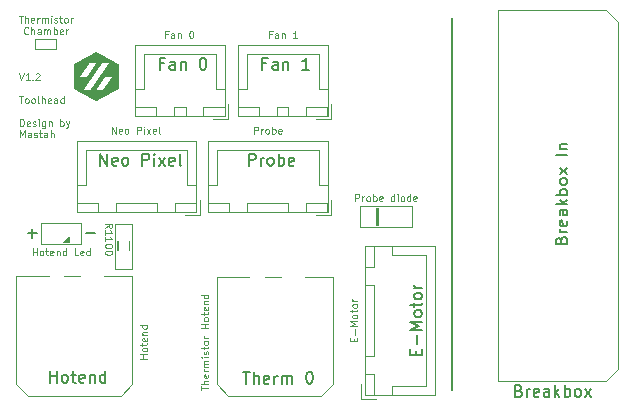
<source format=gbr>
%TF.GenerationSoftware,KiCad,Pcbnew,(6.0.6)*%
%TF.CreationDate,2022-07-26T01:14:12+02:00*%
%TF.ProjectId,toolhead_pcb,746f6f6c-6865-4616-945f-7063622e6b69,rev?*%
%TF.SameCoordinates,Original*%
%TF.FileFunction,Legend,Top*%
%TF.FilePolarity,Positive*%
%FSLAX46Y46*%
G04 Gerber Fmt 4.6, Leading zero omitted, Abs format (unit mm)*
G04 Created by KiCad (PCBNEW (6.0.6)) date 2022-07-26 01:14:12*
%MOMM*%
%LPD*%
G01*
G04 APERTURE LIST*
%ADD10C,0.150000*%
%ADD11C,0.100000*%
%ADD12C,0.130000*%
%ADD13C,0.120000*%
%ADD14C,0.020000*%
G04 APERTURE END LIST*
D10*
X105500000Y-79500000D02*
X105500000Y-111000000D01*
D11*
X97314285Y-94971428D02*
X97314285Y-94371428D01*
X97542857Y-94371428D01*
X97600000Y-94400000D01*
X97628571Y-94428571D01*
X97657142Y-94485714D01*
X97657142Y-94571428D01*
X97628571Y-94628571D01*
X97600000Y-94657142D01*
X97542857Y-94685714D01*
X97314285Y-94685714D01*
X97914285Y-94971428D02*
X97914285Y-94571428D01*
X97914285Y-94685714D02*
X97942857Y-94628571D01*
X97971428Y-94600000D01*
X98028571Y-94571428D01*
X98085714Y-94571428D01*
X98371428Y-94971428D02*
X98314285Y-94942857D01*
X98285714Y-94914285D01*
X98257142Y-94857142D01*
X98257142Y-94685714D01*
X98285714Y-94628571D01*
X98314285Y-94600000D01*
X98371428Y-94571428D01*
X98457142Y-94571428D01*
X98514285Y-94600000D01*
X98542857Y-94628571D01*
X98571428Y-94685714D01*
X98571428Y-94857142D01*
X98542857Y-94914285D01*
X98514285Y-94942857D01*
X98457142Y-94971428D01*
X98371428Y-94971428D01*
X98828571Y-94971428D02*
X98828571Y-94371428D01*
X98828571Y-94600000D02*
X98885714Y-94571428D01*
X99000000Y-94571428D01*
X99057142Y-94600000D01*
X99085714Y-94628571D01*
X99114285Y-94685714D01*
X99114285Y-94857142D01*
X99085714Y-94914285D01*
X99057142Y-94942857D01*
X99000000Y-94971428D01*
X98885714Y-94971428D01*
X98828571Y-94942857D01*
X99600000Y-94942857D02*
X99542857Y-94971428D01*
X99428571Y-94971428D01*
X99371428Y-94942857D01*
X99342857Y-94885714D01*
X99342857Y-94657142D01*
X99371428Y-94600000D01*
X99428571Y-94571428D01*
X99542857Y-94571428D01*
X99600000Y-94600000D01*
X99628571Y-94657142D01*
X99628571Y-94714285D01*
X99342857Y-94771428D01*
X100600000Y-94971428D02*
X100600000Y-94371428D01*
X100600000Y-94942857D02*
X100542857Y-94971428D01*
X100428571Y-94971428D01*
X100371428Y-94942857D01*
X100342857Y-94914285D01*
X100314285Y-94857142D01*
X100314285Y-94685714D01*
X100342857Y-94628571D01*
X100371428Y-94600000D01*
X100428571Y-94571428D01*
X100542857Y-94571428D01*
X100600000Y-94600000D01*
X100885714Y-94971428D02*
X100885714Y-94571428D01*
X100885714Y-94371428D02*
X100857142Y-94400000D01*
X100885714Y-94428571D01*
X100914285Y-94400000D01*
X100885714Y-94371428D01*
X100885714Y-94428571D01*
X101257142Y-94971428D02*
X101200000Y-94942857D01*
X101171428Y-94914285D01*
X101142857Y-94857142D01*
X101142857Y-94685714D01*
X101171428Y-94628571D01*
X101200000Y-94600000D01*
X101257142Y-94571428D01*
X101342857Y-94571428D01*
X101400000Y-94600000D01*
X101428571Y-94628571D01*
X101457142Y-94685714D01*
X101457142Y-94857142D01*
X101428571Y-94914285D01*
X101400000Y-94942857D01*
X101342857Y-94971428D01*
X101257142Y-94971428D01*
X101971428Y-94971428D02*
X101971428Y-94371428D01*
X101971428Y-94942857D02*
X101914285Y-94971428D01*
X101800000Y-94971428D01*
X101742857Y-94942857D01*
X101714285Y-94914285D01*
X101685714Y-94857142D01*
X101685714Y-94685714D01*
X101714285Y-94628571D01*
X101742857Y-94600000D01*
X101800000Y-94571428D01*
X101914285Y-94571428D01*
X101971428Y-94600000D01*
X102485714Y-94942857D02*
X102428571Y-94971428D01*
X102314285Y-94971428D01*
X102257142Y-94942857D01*
X102228571Y-94885714D01*
X102228571Y-94657142D01*
X102257142Y-94600000D01*
X102314285Y-94571428D01*
X102428571Y-94571428D01*
X102485714Y-94600000D01*
X102514285Y-94657142D01*
X102514285Y-94714285D01*
X102228571Y-94771428D01*
X88757142Y-89271428D02*
X88757142Y-88671428D01*
X88985714Y-88671428D01*
X89042857Y-88700000D01*
X89071428Y-88728571D01*
X89100000Y-88785714D01*
X89100000Y-88871428D01*
X89071428Y-88928571D01*
X89042857Y-88957142D01*
X88985714Y-88985714D01*
X88757142Y-88985714D01*
X89357142Y-89271428D02*
X89357142Y-88871428D01*
X89357142Y-88985714D02*
X89385714Y-88928571D01*
X89414285Y-88900000D01*
X89471428Y-88871428D01*
X89528571Y-88871428D01*
X89814285Y-89271428D02*
X89757142Y-89242857D01*
X89728571Y-89214285D01*
X89700000Y-89157142D01*
X89700000Y-88985714D01*
X89728571Y-88928571D01*
X89757142Y-88900000D01*
X89814285Y-88871428D01*
X89900000Y-88871428D01*
X89957142Y-88900000D01*
X89985714Y-88928571D01*
X90014285Y-88985714D01*
X90014285Y-89157142D01*
X89985714Y-89214285D01*
X89957142Y-89242857D01*
X89900000Y-89271428D01*
X89814285Y-89271428D01*
X90271428Y-89271428D02*
X90271428Y-88671428D01*
X90271428Y-88900000D02*
X90328571Y-88871428D01*
X90442857Y-88871428D01*
X90500000Y-88900000D01*
X90528571Y-88928571D01*
X90557142Y-88985714D01*
X90557142Y-89157142D01*
X90528571Y-89214285D01*
X90500000Y-89242857D01*
X90442857Y-89271428D01*
X90328571Y-89271428D01*
X90271428Y-89242857D01*
X91042857Y-89242857D02*
X90985714Y-89271428D01*
X90871428Y-89271428D01*
X90814285Y-89242857D01*
X90785714Y-89185714D01*
X90785714Y-88957142D01*
X90814285Y-88900000D01*
X90871428Y-88871428D01*
X90985714Y-88871428D01*
X91042857Y-88900000D01*
X91071428Y-88957142D01*
X91071428Y-89014285D01*
X90785714Y-89071428D01*
X84271428Y-110985714D02*
X84271428Y-110642857D01*
X84871428Y-110814285D02*
X84271428Y-110814285D01*
X84871428Y-110442857D02*
X84271428Y-110442857D01*
X84871428Y-110185714D02*
X84557142Y-110185714D01*
X84500000Y-110214285D01*
X84471428Y-110271428D01*
X84471428Y-110357142D01*
X84500000Y-110414285D01*
X84528571Y-110442857D01*
X84842857Y-109671428D02*
X84871428Y-109728571D01*
X84871428Y-109842857D01*
X84842857Y-109900000D01*
X84785714Y-109928571D01*
X84557142Y-109928571D01*
X84500000Y-109900000D01*
X84471428Y-109842857D01*
X84471428Y-109728571D01*
X84500000Y-109671428D01*
X84557142Y-109642857D01*
X84614285Y-109642857D01*
X84671428Y-109928571D01*
X84871428Y-109385714D02*
X84471428Y-109385714D01*
X84585714Y-109385714D02*
X84528571Y-109357142D01*
X84500000Y-109328571D01*
X84471428Y-109271428D01*
X84471428Y-109214285D01*
X84871428Y-109014285D02*
X84471428Y-109014285D01*
X84528571Y-109014285D02*
X84500000Y-108985714D01*
X84471428Y-108928571D01*
X84471428Y-108842857D01*
X84500000Y-108785714D01*
X84557142Y-108757142D01*
X84871428Y-108757142D01*
X84557142Y-108757142D02*
X84500000Y-108728571D01*
X84471428Y-108671428D01*
X84471428Y-108585714D01*
X84500000Y-108528571D01*
X84557142Y-108500000D01*
X84871428Y-108500000D01*
X84871428Y-108214285D02*
X84471428Y-108214285D01*
X84271428Y-108214285D02*
X84300000Y-108242857D01*
X84328571Y-108214285D01*
X84300000Y-108185714D01*
X84271428Y-108214285D01*
X84328571Y-108214285D01*
X84842857Y-107957142D02*
X84871428Y-107900000D01*
X84871428Y-107785714D01*
X84842857Y-107728571D01*
X84785714Y-107700000D01*
X84757142Y-107700000D01*
X84700000Y-107728571D01*
X84671428Y-107785714D01*
X84671428Y-107871428D01*
X84642857Y-107928571D01*
X84585714Y-107957142D01*
X84557142Y-107957142D01*
X84500000Y-107928571D01*
X84471428Y-107871428D01*
X84471428Y-107785714D01*
X84500000Y-107728571D01*
X84471428Y-107528571D02*
X84471428Y-107300000D01*
X84271428Y-107442857D02*
X84785714Y-107442857D01*
X84842857Y-107414285D01*
X84871428Y-107357142D01*
X84871428Y-107300000D01*
X84871428Y-107014285D02*
X84842857Y-107071428D01*
X84814285Y-107100000D01*
X84757142Y-107128571D01*
X84585714Y-107128571D01*
X84528571Y-107100000D01*
X84500000Y-107071428D01*
X84471428Y-107014285D01*
X84471428Y-106928571D01*
X84500000Y-106871428D01*
X84528571Y-106842857D01*
X84585714Y-106814285D01*
X84757142Y-106814285D01*
X84814285Y-106842857D01*
X84842857Y-106871428D01*
X84871428Y-106928571D01*
X84871428Y-107014285D01*
X84871428Y-106557142D02*
X84471428Y-106557142D01*
X84585714Y-106557142D02*
X84528571Y-106528571D01*
X84500000Y-106500000D01*
X84471428Y-106442857D01*
X84471428Y-106385714D01*
X84871428Y-105728571D02*
X84271428Y-105728571D01*
X84557142Y-105728571D02*
X84557142Y-105385714D01*
X84871428Y-105385714D02*
X84271428Y-105385714D01*
X84871428Y-105014285D02*
X84842857Y-105071428D01*
X84814285Y-105100000D01*
X84757142Y-105128571D01*
X84585714Y-105128571D01*
X84528571Y-105100000D01*
X84500000Y-105071428D01*
X84471428Y-105014285D01*
X84471428Y-104928571D01*
X84500000Y-104871428D01*
X84528571Y-104842857D01*
X84585714Y-104814285D01*
X84757142Y-104814285D01*
X84814285Y-104842857D01*
X84842857Y-104871428D01*
X84871428Y-104928571D01*
X84871428Y-105014285D01*
X84471428Y-104642857D02*
X84471428Y-104414285D01*
X84271428Y-104557142D02*
X84785714Y-104557142D01*
X84842857Y-104528571D01*
X84871428Y-104471428D01*
X84871428Y-104414285D01*
X84842857Y-103985714D02*
X84871428Y-104042857D01*
X84871428Y-104157142D01*
X84842857Y-104214285D01*
X84785714Y-104242857D01*
X84557142Y-104242857D01*
X84500000Y-104214285D01*
X84471428Y-104157142D01*
X84471428Y-104042857D01*
X84500000Y-103985714D01*
X84557142Y-103957142D01*
X84614285Y-103957142D01*
X84671428Y-104242857D01*
X84471428Y-103700000D02*
X84871428Y-103700000D01*
X84528571Y-103700000D02*
X84500000Y-103671428D01*
X84471428Y-103614285D01*
X84471428Y-103528571D01*
X84500000Y-103471428D01*
X84557142Y-103442857D01*
X84871428Y-103442857D01*
X84871428Y-102900000D02*
X84271428Y-102900000D01*
X84842857Y-102900000D02*
X84871428Y-102957142D01*
X84871428Y-103071428D01*
X84842857Y-103128571D01*
X84814285Y-103157142D01*
X84757142Y-103185714D01*
X84585714Y-103185714D01*
X84528571Y-103157142D01*
X84500000Y-103128571D01*
X84471428Y-103071428D01*
X84471428Y-102957142D01*
X84500000Y-102900000D01*
X76671428Y-89271428D02*
X76671428Y-88671428D01*
X77014285Y-89271428D01*
X77014285Y-88671428D01*
X77528571Y-89242857D02*
X77471428Y-89271428D01*
X77357142Y-89271428D01*
X77300000Y-89242857D01*
X77271428Y-89185714D01*
X77271428Y-88957142D01*
X77300000Y-88900000D01*
X77357142Y-88871428D01*
X77471428Y-88871428D01*
X77528571Y-88900000D01*
X77557142Y-88957142D01*
X77557142Y-89014285D01*
X77271428Y-89071428D01*
X77900000Y-89271428D02*
X77842857Y-89242857D01*
X77814285Y-89214285D01*
X77785714Y-89157142D01*
X77785714Y-88985714D01*
X77814285Y-88928571D01*
X77842857Y-88900000D01*
X77900000Y-88871428D01*
X77985714Y-88871428D01*
X78042857Y-88900000D01*
X78071428Y-88928571D01*
X78100000Y-88985714D01*
X78100000Y-89157142D01*
X78071428Y-89214285D01*
X78042857Y-89242857D01*
X77985714Y-89271428D01*
X77900000Y-89271428D01*
X78814285Y-89271428D02*
X78814285Y-88671428D01*
X79042857Y-88671428D01*
X79100000Y-88700000D01*
X79128571Y-88728571D01*
X79157142Y-88785714D01*
X79157142Y-88871428D01*
X79128571Y-88928571D01*
X79100000Y-88957142D01*
X79042857Y-88985714D01*
X78814285Y-88985714D01*
X79414285Y-89271428D02*
X79414285Y-88871428D01*
X79414285Y-88671428D02*
X79385714Y-88700000D01*
X79414285Y-88728571D01*
X79442857Y-88700000D01*
X79414285Y-88671428D01*
X79414285Y-88728571D01*
X79642857Y-89271428D02*
X79957142Y-88871428D01*
X79642857Y-88871428D02*
X79957142Y-89271428D01*
X80414285Y-89242857D02*
X80357142Y-89271428D01*
X80242857Y-89271428D01*
X80185714Y-89242857D01*
X80157142Y-89185714D01*
X80157142Y-88957142D01*
X80185714Y-88900000D01*
X80242857Y-88871428D01*
X80357142Y-88871428D01*
X80414285Y-88900000D01*
X80442857Y-88957142D01*
X80442857Y-89014285D01*
X80157142Y-89071428D01*
X80785714Y-89271428D02*
X80728571Y-89242857D01*
X80700000Y-89185714D01*
X80700000Y-88671428D01*
X68800000Y-79288428D02*
X69142857Y-79288428D01*
X68971428Y-79888428D02*
X68971428Y-79288428D01*
X69342857Y-79888428D02*
X69342857Y-79288428D01*
X69600000Y-79888428D02*
X69600000Y-79574142D01*
X69571428Y-79517000D01*
X69514285Y-79488428D01*
X69428571Y-79488428D01*
X69371428Y-79517000D01*
X69342857Y-79545571D01*
X70114285Y-79859857D02*
X70057142Y-79888428D01*
X69942857Y-79888428D01*
X69885714Y-79859857D01*
X69857142Y-79802714D01*
X69857142Y-79574142D01*
X69885714Y-79517000D01*
X69942857Y-79488428D01*
X70057142Y-79488428D01*
X70114285Y-79517000D01*
X70142857Y-79574142D01*
X70142857Y-79631285D01*
X69857142Y-79688428D01*
X70400000Y-79888428D02*
X70400000Y-79488428D01*
X70400000Y-79602714D02*
X70428571Y-79545571D01*
X70457142Y-79517000D01*
X70514285Y-79488428D01*
X70571428Y-79488428D01*
X70771428Y-79888428D02*
X70771428Y-79488428D01*
X70771428Y-79545571D02*
X70800000Y-79517000D01*
X70857142Y-79488428D01*
X70942857Y-79488428D01*
X71000000Y-79517000D01*
X71028571Y-79574142D01*
X71028571Y-79888428D01*
X71028571Y-79574142D02*
X71057142Y-79517000D01*
X71114285Y-79488428D01*
X71200000Y-79488428D01*
X71257142Y-79517000D01*
X71285714Y-79574142D01*
X71285714Y-79888428D01*
X71571428Y-79888428D02*
X71571428Y-79488428D01*
X71571428Y-79288428D02*
X71542857Y-79317000D01*
X71571428Y-79345571D01*
X71600000Y-79317000D01*
X71571428Y-79288428D01*
X71571428Y-79345571D01*
X71828571Y-79859857D02*
X71885714Y-79888428D01*
X72000000Y-79888428D01*
X72057142Y-79859857D01*
X72085714Y-79802714D01*
X72085714Y-79774142D01*
X72057142Y-79717000D01*
X72000000Y-79688428D01*
X71914285Y-79688428D01*
X71857142Y-79659857D01*
X71828571Y-79602714D01*
X71828571Y-79574142D01*
X71857142Y-79517000D01*
X71914285Y-79488428D01*
X72000000Y-79488428D01*
X72057142Y-79517000D01*
X72257142Y-79488428D02*
X72485714Y-79488428D01*
X72342857Y-79288428D02*
X72342857Y-79802714D01*
X72371428Y-79859857D01*
X72428571Y-79888428D01*
X72485714Y-79888428D01*
X72771428Y-79888428D02*
X72714285Y-79859857D01*
X72685714Y-79831285D01*
X72657142Y-79774142D01*
X72657142Y-79602714D01*
X72685714Y-79545571D01*
X72714285Y-79517000D01*
X72771428Y-79488428D01*
X72857142Y-79488428D01*
X72914285Y-79517000D01*
X72942857Y-79545571D01*
X72971428Y-79602714D01*
X72971428Y-79774142D01*
X72942857Y-79831285D01*
X72914285Y-79859857D01*
X72857142Y-79888428D01*
X72771428Y-79888428D01*
X73228571Y-79888428D02*
X73228571Y-79488428D01*
X73228571Y-79602714D02*
X73257142Y-79545571D01*
X73285714Y-79517000D01*
X73342857Y-79488428D01*
X73400000Y-79488428D01*
X69628571Y-80797285D02*
X69600000Y-80825857D01*
X69514285Y-80854428D01*
X69457142Y-80854428D01*
X69371428Y-80825857D01*
X69314285Y-80768714D01*
X69285714Y-80711571D01*
X69257142Y-80597285D01*
X69257142Y-80511571D01*
X69285714Y-80397285D01*
X69314285Y-80340142D01*
X69371428Y-80283000D01*
X69457142Y-80254428D01*
X69514285Y-80254428D01*
X69600000Y-80283000D01*
X69628571Y-80311571D01*
X69885714Y-80854428D02*
X69885714Y-80254428D01*
X70142857Y-80854428D02*
X70142857Y-80540142D01*
X70114285Y-80483000D01*
X70057142Y-80454428D01*
X69971428Y-80454428D01*
X69914285Y-80483000D01*
X69885714Y-80511571D01*
X70685714Y-80854428D02*
X70685714Y-80540142D01*
X70657142Y-80483000D01*
X70600000Y-80454428D01*
X70485714Y-80454428D01*
X70428571Y-80483000D01*
X70685714Y-80825857D02*
X70628571Y-80854428D01*
X70485714Y-80854428D01*
X70428571Y-80825857D01*
X70400000Y-80768714D01*
X70400000Y-80711571D01*
X70428571Y-80654428D01*
X70485714Y-80625857D01*
X70628571Y-80625857D01*
X70685714Y-80597285D01*
X70971428Y-80854428D02*
X70971428Y-80454428D01*
X70971428Y-80511571D02*
X71000000Y-80483000D01*
X71057142Y-80454428D01*
X71142857Y-80454428D01*
X71200000Y-80483000D01*
X71228571Y-80540142D01*
X71228571Y-80854428D01*
X71228571Y-80540142D02*
X71257142Y-80483000D01*
X71314285Y-80454428D01*
X71400000Y-80454428D01*
X71457142Y-80483000D01*
X71485714Y-80540142D01*
X71485714Y-80854428D01*
X71771428Y-80854428D02*
X71771428Y-80254428D01*
X71771428Y-80483000D02*
X71828571Y-80454428D01*
X71942857Y-80454428D01*
X72000000Y-80483000D01*
X72028571Y-80511571D01*
X72057142Y-80568714D01*
X72057142Y-80740142D01*
X72028571Y-80797285D01*
X72000000Y-80825857D01*
X71942857Y-80854428D01*
X71828571Y-80854428D01*
X71771428Y-80825857D01*
X72542857Y-80825857D02*
X72485714Y-80854428D01*
X72371428Y-80854428D01*
X72314285Y-80825857D01*
X72285714Y-80768714D01*
X72285714Y-80540142D01*
X72314285Y-80483000D01*
X72371428Y-80454428D01*
X72485714Y-80454428D01*
X72542857Y-80483000D01*
X72571428Y-80540142D01*
X72571428Y-80597285D01*
X72285714Y-80654428D01*
X72828571Y-80854428D02*
X72828571Y-80454428D01*
X72828571Y-80568714D02*
X72857142Y-80511571D01*
X72885714Y-80483000D01*
X72942857Y-80454428D01*
X73000000Y-80454428D01*
D12*
X111166666Y-111028571D02*
X111309523Y-111076190D01*
X111357142Y-111123809D01*
X111404761Y-111219047D01*
X111404761Y-111361904D01*
X111357142Y-111457142D01*
X111309523Y-111504761D01*
X111214285Y-111552380D01*
X110833333Y-111552380D01*
X110833333Y-110552380D01*
X111166666Y-110552380D01*
X111261904Y-110600000D01*
X111309523Y-110647619D01*
X111357142Y-110742857D01*
X111357142Y-110838095D01*
X111309523Y-110933333D01*
X111261904Y-110980952D01*
X111166666Y-111028571D01*
X110833333Y-111028571D01*
X111833333Y-111552380D02*
X111833333Y-110885714D01*
X111833333Y-111076190D02*
X111880952Y-110980952D01*
X111928571Y-110933333D01*
X112023809Y-110885714D01*
X112119047Y-110885714D01*
X112833333Y-111504761D02*
X112738095Y-111552380D01*
X112547619Y-111552380D01*
X112452380Y-111504761D01*
X112404761Y-111409523D01*
X112404761Y-111028571D01*
X112452380Y-110933333D01*
X112547619Y-110885714D01*
X112738095Y-110885714D01*
X112833333Y-110933333D01*
X112880952Y-111028571D01*
X112880952Y-111123809D01*
X112404761Y-111219047D01*
X113738095Y-111552380D02*
X113738095Y-111028571D01*
X113690476Y-110933333D01*
X113595238Y-110885714D01*
X113404761Y-110885714D01*
X113309523Y-110933333D01*
X113738095Y-111504761D02*
X113642857Y-111552380D01*
X113404761Y-111552380D01*
X113309523Y-111504761D01*
X113261904Y-111409523D01*
X113261904Y-111314285D01*
X113309523Y-111219047D01*
X113404761Y-111171428D01*
X113642857Y-111171428D01*
X113738095Y-111123809D01*
X114214285Y-111552380D02*
X114214285Y-110552380D01*
X114309523Y-111171428D02*
X114595238Y-111552380D01*
X114595238Y-110885714D02*
X114214285Y-111266666D01*
X115023809Y-111552380D02*
X115023809Y-110552380D01*
X115023809Y-110933333D02*
X115119047Y-110885714D01*
X115309523Y-110885714D01*
X115404761Y-110933333D01*
X115452380Y-110980952D01*
X115500000Y-111076190D01*
X115500000Y-111361904D01*
X115452380Y-111457142D01*
X115404761Y-111504761D01*
X115309523Y-111552380D01*
X115119047Y-111552380D01*
X115023809Y-111504761D01*
X116071428Y-111552380D02*
X115976190Y-111504761D01*
X115928571Y-111457142D01*
X115880952Y-111361904D01*
X115880952Y-111076190D01*
X115928571Y-110980952D01*
X115976190Y-110933333D01*
X116071428Y-110885714D01*
X116214285Y-110885714D01*
X116309523Y-110933333D01*
X116357142Y-110980952D01*
X116404761Y-111076190D01*
X116404761Y-111361904D01*
X116357142Y-111457142D01*
X116309523Y-111504761D01*
X116214285Y-111552380D01*
X116071428Y-111552380D01*
X116738095Y-111552380D02*
X117261904Y-110885714D01*
X116738095Y-110885714D02*
X117261904Y-111552380D01*
D11*
X97157142Y-106842857D02*
X97157142Y-106642857D01*
X97471428Y-106557142D02*
X97471428Y-106842857D01*
X96871428Y-106842857D01*
X96871428Y-106557142D01*
X97242857Y-106300000D02*
X97242857Y-105842857D01*
X97471428Y-105557142D02*
X96871428Y-105557142D01*
X97300000Y-105357142D01*
X96871428Y-105157142D01*
X97471428Y-105157142D01*
X97471428Y-104785714D02*
X97442857Y-104842857D01*
X97414285Y-104871428D01*
X97357142Y-104900000D01*
X97185714Y-104900000D01*
X97128571Y-104871428D01*
X97100000Y-104842857D01*
X97071428Y-104785714D01*
X97071428Y-104700000D01*
X97100000Y-104642857D01*
X97128571Y-104614285D01*
X97185714Y-104585714D01*
X97357142Y-104585714D01*
X97414285Y-104614285D01*
X97442857Y-104642857D01*
X97471428Y-104700000D01*
X97471428Y-104785714D01*
X97071428Y-104414285D02*
X97071428Y-104185714D01*
X96871428Y-104328571D02*
X97385714Y-104328571D01*
X97442857Y-104300000D01*
X97471428Y-104242857D01*
X97471428Y-104185714D01*
X97471428Y-103900000D02*
X97442857Y-103957142D01*
X97414285Y-103985714D01*
X97357142Y-104014285D01*
X97185714Y-104014285D01*
X97128571Y-103985714D01*
X97100000Y-103957142D01*
X97071428Y-103900000D01*
X97071428Y-103814285D01*
X97100000Y-103757142D01*
X97128571Y-103728571D01*
X97185714Y-103700000D01*
X97357142Y-103700000D01*
X97414285Y-103728571D01*
X97442857Y-103757142D01*
X97471428Y-103814285D01*
X97471428Y-103900000D01*
X97471428Y-103442857D02*
X97071428Y-103442857D01*
X97185714Y-103442857D02*
X97128571Y-103414285D01*
X97100000Y-103385714D01*
X97071428Y-103328571D01*
X97071428Y-103271428D01*
X79671428Y-108314285D02*
X79071428Y-108314285D01*
X79357142Y-108314285D02*
X79357142Y-107971428D01*
X79671428Y-107971428D02*
X79071428Y-107971428D01*
X79671428Y-107600000D02*
X79642857Y-107657142D01*
X79614285Y-107685714D01*
X79557142Y-107714285D01*
X79385714Y-107714285D01*
X79328571Y-107685714D01*
X79300000Y-107657142D01*
X79271428Y-107600000D01*
X79271428Y-107514285D01*
X79300000Y-107457142D01*
X79328571Y-107428571D01*
X79385714Y-107400000D01*
X79557142Y-107400000D01*
X79614285Y-107428571D01*
X79642857Y-107457142D01*
X79671428Y-107514285D01*
X79671428Y-107600000D01*
X79271428Y-107228571D02*
X79271428Y-107000000D01*
X79071428Y-107142857D02*
X79585714Y-107142857D01*
X79642857Y-107114285D01*
X79671428Y-107057142D01*
X79671428Y-107000000D01*
X79642857Y-106571428D02*
X79671428Y-106628571D01*
X79671428Y-106742857D01*
X79642857Y-106800000D01*
X79585714Y-106828571D01*
X79357142Y-106828571D01*
X79300000Y-106800000D01*
X79271428Y-106742857D01*
X79271428Y-106628571D01*
X79300000Y-106571428D01*
X79357142Y-106542857D01*
X79414285Y-106542857D01*
X79471428Y-106828571D01*
X79271428Y-106285714D02*
X79671428Y-106285714D01*
X79328571Y-106285714D02*
X79300000Y-106257142D01*
X79271428Y-106200000D01*
X79271428Y-106114285D01*
X79300000Y-106057142D01*
X79357142Y-106028571D01*
X79671428Y-106028571D01*
X79671428Y-105485714D02*
X79071428Y-105485714D01*
X79642857Y-105485714D02*
X79671428Y-105542857D01*
X79671428Y-105657142D01*
X79642857Y-105714285D01*
X79614285Y-105742857D01*
X79557142Y-105771428D01*
X79385714Y-105771428D01*
X79328571Y-105742857D01*
X79300000Y-105714285D01*
X79271428Y-105657142D01*
X79271428Y-105542857D01*
X79300000Y-105485714D01*
X90228571Y-80857142D02*
X90028571Y-80857142D01*
X90028571Y-81171428D02*
X90028571Y-80571428D01*
X90314285Y-80571428D01*
X90800000Y-81171428D02*
X90800000Y-80857142D01*
X90771428Y-80800000D01*
X90714285Y-80771428D01*
X90600000Y-80771428D01*
X90542857Y-80800000D01*
X90800000Y-81142857D02*
X90742857Y-81171428D01*
X90600000Y-81171428D01*
X90542857Y-81142857D01*
X90514285Y-81085714D01*
X90514285Y-81028571D01*
X90542857Y-80971428D01*
X90600000Y-80942857D01*
X90742857Y-80942857D01*
X90800000Y-80914285D01*
X91085714Y-80771428D02*
X91085714Y-81171428D01*
X91085714Y-80828571D02*
X91114285Y-80800000D01*
X91171428Y-80771428D01*
X91257142Y-80771428D01*
X91314285Y-80800000D01*
X91342857Y-80857142D01*
X91342857Y-81171428D01*
X92400000Y-81171428D02*
X92057142Y-81171428D01*
X92228571Y-81171428D02*
X92228571Y-80571428D01*
X92171428Y-80657142D01*
X92114285Y-80714285D01*
X92057142Y-80742857D01*
X68822142Y-84156428D02*
X69022142Y-84756428D01*
X69222142Y-84156428D01*
X69736428Y-84756428D02*
X69393571Y-84756428D01*
X69565000Y-84756428D02*
X69565000Y-84156428D01*
X69507857Y-84242142D01*
X69450714Y-84299285D01*
X69393571Y-84327857D01*
X69993571Y-84699285D02*
X70022142Y-84727857D01*
X69993571Y-84756428D01*
X69965000Y-84727857D01*
X69993571Y-84699285D01*
X69993571Y-84756428D01*
X70250714Y-84213571D02*
X70279285Y-84185000D01*
X70336428Y-84156428D01*
X70479285Y-84156428D01*
X70536428Y-84185000D01*
X70565000Y-84213571D01*
X70593571Y-84270714D01*
X70593571Y-84327857D01*
X70565000Y-84413571D01*
X70222142Y-84756428D01*
X70593571Y-84756428D01*
X68822142Y-86088428D02*
X69165000Y-86088428D01*
X68993571Y-86688428D02*
X68993571Y-86088428D01*
X69450714Y-86688428D02*
X69393571Y-86659857D01*
X69365000Y-86631285D01*
X69336428Y-86574142D01*
X69336428Y-86402714D01*
X69365000Y-86345571D01*
X69393571Y-86317000D01*
X69450714Y-86288428D01*
X69536428Y-86288428D01*
X69593571Y-86317000D01*
X69622142Y-86345571D01*
X69650714Y-86402714D01*
X69650714Y-86574142D01*
X69622142Y-86631285D01*
X69593571Y-86659857D01*
X69536428Y-86688428D01*
X69450714Y-86688428D01*
X69993571Y-86688428D02*
X69936428Y-86659857D01*
X69907857Y-86631285D01*
X69879285Y-86574142D01*
X69879285Y-86402714D01*
X69907857Y-86345571D01*
X69936428Y-86317000D01*
X69993571Y-86288428D01*
X70079285Y-86288428D01*
X70136428Y-86317000D01*
X70165000Y-86345571D01*
X70193571Y-86402714D01*
X70193571Y-86574142D01*
X70165000Y-86631285D01*
X70136428Y-86659857D01*
X70079285Y-86688428D01*
X69993571Y-86688428D01*
X70536428Y-86688428D02*
X70479285Y-86659857D01*
X70450714Y-86602714D01*
X70450714Y-86088428D01*
X70765000Y-86688428D02*
X70765000Y-86088428D01*
X71022142Y-86688428D02*
X71022142Y-86374142D01*
X70993571Y-86317000D01*
X70936428Y-86288428D01*
X70850714Y-86288428D01*
X70793571Y-86317000D01*
X70765000Y-86345571D01*
X71536428Y-86659857D02*
X71479285Y-86688428D01*
X71365000Y-86688428D01*
X71307857Y-86659857D01*
X71279285Y-86602714D01*
X71279285Y-86374142D01*
X71307857Y-86317000D01*
X71365000Y-86288428D01*
X71479285Y-86288428D01*
X71536428Y-86317000D01*
X71565000Y-86374142D01*
X71565000Y-86431285D01*
X71279285Y-86488428D01*
X72079285Y-86688428D02*
X72079285Y-86374142D01*
X72050714Y-86317000D01*
X71993571Y-86288428D01*
X71879285Y-86288428D01*
X71822142Y-86317000D01*
X72079285Y-86659857D02*
X72022142Y-86688428D01*
X71879285Y-86688428D01*
X71822142Y-86659857D01*
X71793571Y-86602714D01*
X71793571Y-86545571D01*
X71822142Y-86488428D01*
X71879285Y-86459857D01*
X72022142Y-86459857D01*
X72079285Y-86431285D01*
X72622142Y-86688428D02*
X72622142Y-86088428D01*
X72622142Y-86659857D02*
X72565000Y-86688428D01*
X72450714Y-86688428D01*
X72393571Y-86659857D01*
X72365000Y-86631285D01*
X72336428Y-86574142D01*
X72336428Y-86402714D01*
X72365000Y-86345571D01*
X72393571Y-86317000D01*
X72450714Y-86288428D01*
X72565000Y-86288428D01*
X72622142Y-86317000D01*
X68907857Y-88620428D02*
X68907857Y-88020428D01*
X69050714Y-88020428D01*
X69136428Y-88049000D01*
X69193571Y-88106142D01*
X69222142Y-88163285D01*
X69250714Y-88277571D01*
X69250714Y-88363285D01*
X69222142Y-88477571D01*
X69193571Y-88534714D01*
X69136428Y-88591857D01*
X69050714Y-88620428D01*
X68907857Y-88620428D01*
X69736428Y-88591857D02*
X69679285Y-88620428D01*
X69565000Y-88620428D01*
X69507857Y-88591857D01*
X69479285Y-88534714D01*
X69479285Y-88306142D01*
X69507857Y-88249000D01*
X69565000Y-88220428D01*
X69679285Y-88220428D01*
X69736428Y-88249000D01*
X69765000Y-88306142D01*
X69765000Y-88363285D01*
X69479285Y-88420428D01*
X69993571Y-88591857D02*
X70050714Y-88620428D01*
X70165000Y-88620428D01*
X70222142Y-88591857D01*
X70250714Y-88534714D01*
X70250714Y-88506142D01*
X70222142Y-88449000D01*
X70165000Y-88420428D01*
X70079285Y-88420428D01*
X70022142Y-88391857D01*
X69993571Y-88334714D01*
X69993571Y-88306142D01*
X70022142Y-88249000D01*
X70079285Y-88220428D01*
X70165000Y-88220428D01*
X70222142Y-88249000D01*
X70507857Y-88620428D02*
X70507857Y-88220428D01*
X70507857Y-88020428D02*
X70479285Y-88049000D01*
X70507857Y-88077571D01*
X70536428Y-88049000D01*
X70507857Y-88020428D01*
X70507857Y-88077571D01*
X71050714Y-88220428D02*
X71050714Y-88706142D01*
X71022142Y-88763285D01*
X70993571Y-88791857D01*
X70936428Y-88820428D01*
X70850714Y-88820428D01*
X70793571Y-88791857D01*
X71050714Y-88591857D02*
X70993571Y-88620428D01*
X70879285Y-88620428D01*
X70822142Y-88591857D01*
X70793571Y-88563285D01*
X70765000Y-88506142D01*
X70765000Y-88334714D01*
X70793571Y-88277571D01*
X70822142Y-88249000D01*
X70879285Y-88220428D01*
X70993571Y-88220428D01*
X71050714Y-88249000D01*
X71336428Y-88220428D02*
X71336428Y-88620428D01*
X71336428Y-88277571D02*
X71365000Y-88249000D01*
X71422142Y-88220428D01*
X71507857Y-88220428D01*
X71565000Y-88249000D01*
X71593571Y-88306142D01*
X71593571Y-88620428D01*
X72336428Y-88620428D02*
X72336428Y-88020428D01*
X72336428Y-88249000D02*
X72393571Y-88220428D01*
X72507857Y-88220428D01*
X72565000Y-88249000D01*
X72593571Y-88277571D01*
X72622142Y-88334714D01*
X72622142Y-88506142D01*
X72593571Y-88563285D01*
X72565000Y-88591857D01*
X72507857Y-88620428D01*
X72393571Y-88620428D01*
X72336428Y-88591857D01*
X72822142Y-88220428D02*
X72965000Y-88620428D01*
X73107857Y-88220428D02*
X72965000Y-88620428D01*
X72907857Y-88763285D01*
X72879285Y-88791857D01*
X72822142Y-88820428D01*
X68907857Y-89586428D02*
X68907857Y-88986428D01*
X69107857Y-89415000D01*
X69307857Y-88986428D01*
X69307857Y-89586428D01*
X69850714Y-89586428D02*
X69850714Y-89272142D01*
X69822142Y-89215000D01*
X69765000Y-89186428D01*
X69650714Y-89186428D01*
X69593571Y-89215000D01*
X69850714Y-89557857D02*
X69793571Y-89586428D01*
X69650714Y-89586428D01*
X69593571Y-89557857D01*
X69565000Y-89500714D01*
X69565000Y-89443571D01*
X69593571Y-89386428D01*
X69650714Y-89357857D01*
X69793571Y-89357857D01*
X69850714Y-89329285D01*
X70107857Y-89557857D02*
X70165000Y-89586428D01*
X70279285Y-89586428D01*
X70336428Y-89557857D01*
X70365000Y-89500714D01*
X70365000Y-89472142D01*
X70336428Y-89415000D01*
X70279285Y-89386428D01*
X70193571Y-89386428D01*
X70136428Y-89357857D01*
X70107857Y-89300714D01*
X70107857Y-89272142D01*
X70136428Y-89215000D01*
X70193571Y-89186428D01*
X70279285Y-89186428D01*
X70336428Y-89215000D01*
X70536428Y-89186428D02*
X70765000Y-89186428D01*
X70622142Y-88986428D02*
X70622142Y-89500714D01*
X70650714Y-89557857D01*
X70707857Y-89586428D01*
X70765000Y-89586428D01*
X71222142Y-89586428D02*
X71222142Y-89272142D01*
X71193571Y-89215000D01*
X71136428Y-89186428D01*
X71022142Y-89186428D01*
X70965000Y-89215000D01*
X71222142Y-89557857D02*
X71165000Y-89586428D01*
X71022142Y-89586428D01*
X70965000Y-89557857D01*
X70936428Y-89500714D01*
X70936428Y-89443571D01*
X70965000Y-89386428D01*
X71022142Y-89357857D01*
X71165000Y-89357857D01*
X71222142Y-89329285D01*
X71507857Y-89586428D02*
X71507857Y-88986428D01*
X71765000Y-89586428D02*
X71765000Y-89272142D01*
X71736428Y-89215000D01*
X71679285Y-89186428D01*
X71593571Y-89186428D01*
X71536428Y-89215000D01*
X71507857Y-89243571D01*
X81428571Y-80857142D02*
X81228571Y-80857142D01*
X81228571Y-81171428D02*
X81228571Y-80571428D01*
X81514285Y-80571428D01*
X82000000Y-81171428D02*
X82000000Y-80857142D01*
X81971428Y-80800000D01*
X81914285Y-80771428D01*
X81800000Y-80771428D01*
X81742857Y-80800000D01*
X82000000Y-81142857D02*
X81942857Y-81171428D01*
X81800000Y-81171428D01*
X81742857Y-81142857D01*
X81714285Y-81085714D01*
X81714285Y-81028571D01*
X81742857Y-80971428D01*
X81800000Y-80942857D01*
X81942857Y-80942857D01*
X82000000Y-80914285D01*
X82285714Y-80771428D02*
X82285714Y-81171428D01*
X82285714Y-80828571D02*
X82314285Y-80800000D01*
X82371428Y-80771428D01*
X82457142Y-80771428D01*
X82514285Y-80800000D01*
X82542857Y-80857142D01*
X82542857Y-81171428D01*
X83400000Y-80571428D02*
X83457142Y-80571428D01*
X83514285Y-80600000D01*
X83542857Y-80628571D01*
X83571428Y-80685714D01*
X83600000Y-80800000D01*
X83600000Y-80942857D01*
X83571428Y-81057142D01*
X83542857Y-81114285D01*
X83514285Y-81142857D01*
X83457142Y-81171428D01*
X83400000Y-81171428D01*
X83342857Y-81142857D01*
X83314285Y-81114285D01*
X83285714Y-81057142D01*
X83257142Y-80942857D01*
X83257142Y-80800000D01*
X83285714Y-80685714D01*
X83314285Y-80628571D01*
X83342857Y-80600000D01*
X83400000Y-80571428D01*
D10*
%TO.C,Therm 0*%
X87800000Y-109432380D02*
X88371428Y-109432380D01*
X88085714Y-110432380D02*
X88085714Y-109432380D01*
X88704761Y-110432380D02*
X88704761Y-109432380D01*
X89133333Y-110432380D02*
X89133333Y-109908571D01*
X89085714Y-109813333D01*
X88990476Y-109765714D01*
X88847619Y-109765714D01*
X88752380Y-109813333D01*
X88704761Y-109860952D01*
X89990476Y-110384761D02*
X89895238Y-110432380D01*
X89704761Y-110432380D01*
X89609523Y-110384761D01*
X89561904Y-110289523D01*
X89561904Y-109908571D01*
X89609523Y-109813333D01*
X89704761Y-109765714D01*
X89895238Y-109765714D01*
X89990476Y-109813333D01*
X90038095Y-109908571D01*
X90038095Y-110003809D01*
X89561904Y-110099047D01*
X90466666Y-110432380D02*
X90466666Y-109765714D01*
X90466666Y-109956190D02*
X90514285Y-109860952D01*
X90561904Y-109813333D01*
X90657142Y-109765714D01*
X90752380Y-109765714D01*
X91085714Y-110432380D02*
X91085714Y-109765714D01*
X91085714Y-109860952D02*
X91133333Y-109813333D01*
X91228571Y-109765714D01*
X91371428Y-109765714D01*
X91466666Y-109813333D01*
X91514285Y-109908571D01*
X91514285Y-110432380D01*
X91514285Y-109908571D02*
X91561904Y-109813333D01*
X91657142Y-109765714D01*
X91800000Y-109765714D01*
X91895238Y-109813333D01*
X91942857Y-109908571D01*
X91942857Y-110432380D01*
X93371428Y-109432380D02*
X93466666Y-109432380D01*
X93561904Y-109480000D01*
X93609523Y-109527619D01*
X93657142Y-109622857D01*
X93704761Y-109813333D01*
X93704761Y-110051428D01*
X93657142Y-110241904D01*
X93609523Y-110337142D01*
X93561904Y-110384761D01*
X93466666Y-110432380D01*
X93371428Y-110432380D01*
X93276190Y-110384761D01*
X93228571Y-110337142D01*
X93180952Y-110241904D01*
X93133333Y-110051428D01*
X93133333Y-109813333D01*
X93180952Y-109622857D01*
X93228571Y-109527619D01*
X93276190Y-109480000D01*
X93371428Y-109432380D01*
%TO.C,Neo Pixel*%
X75719047Y-91977380D02*
X75719047Y-90977380D01*
X76290476Y-91977380D01*
X76290476Y-90977380D01*
X77147619Y-91929761D02*
X77052380Y-91977380D01*
X76861904Y-91977380D01*
X76766666Y-91929761D01*
X76719047Y-91834523D01*
X76719047Y-91453571D01*
X76766666Y-91358333D01*
X76861904Y-91310714D01*
X77052380Y-91310714D01*
X77147619Y-91358333D01*
X77195238Y-91453571D01*
X77195238Y-91548809D01*
X76719047Y-91644047D01*
X77766666Y-91977380D02*
X77671428Y-91929761D01*
X77623809Y-91882142D01*
X77576190Y-91786904D01*
X77576190Y-91501190D01*
X77623809Y-91405952D01*
X77671428Y-91358333D01*
X77766666Y-91310714D01*
X77909523Y-91310714D01*
X78004761Y-91358333D01*
X78052380Y-91405952D01*
X78100000Y-91501190D01*
X78100000Y-91786904D01*
X78052380Y-91882142D01*
X78004761Y-91929761D01*
X77909523Y-91977380D01*
X77766666Y-91977380D01*
X79290476Y-91977380D02*
X79290476Y-90977380D01*
X79671428Y-90977380D01*
X79766666Y-91025000D01*
X79814285Y-91072619D01*
X79861904Y-91167857D01*
X79861904Y-91310714D01*
X79814285Y-91405952D01*
X79766666Y-91453571D01*
X79671428Y-91501190D01*
X79290476Y-91501190D01*
X80290476Y-91977380D02*
X80290476Y-91310714D01*
X80290476Y-90977380D02*
X80242857Y-91025000D01*
X80290476Y-91072619D01*
X80338095Y-91025000D01*
X80290476Y-90977380D01*
X80290476Y-91072619D01*
X80671428Y-91977380D02*
X81195238Y-91310714D01*
X80671428Y-91310714D02*
X81195238Y-91977380D01*
X81957142Y-91929761D02*
X81861904Y-91977380D01*
X81671428Y-91977380D01*
X81576190Y-91929761D01*
X81528571Y-91834523D01*
X81528571Y-91453571D01*
X81576190Y-91358333D01*
X81671428Y-91310714D01*
X81861904Y-91310714D01*
X81957142Y-91358333D01*
X82004761Y-91453571D01*
X82004761Y-91548809D01*
X81528571Y-91644047D01*
X82576190Y-91977380D02*
X82480952Y-91929761D01*
X82433333Y-91834523D01*
X82433333Y-90977380D01*
%TO.C,E-Motor*%
X102428571Y-108004761D02*
X102428571Y-107671428D01*
X102952380Y-107528571D02*
X102952380Y-108004761D01*
X101952380Y-108004761D01*
X101952380Y-107528571D01*
X102571428Y-107100000D02*
X102571428Y-106338095D01*
X102952380Y-105861904D02*
X101952380Y-105861904D01*
X102666666Y-105528571D01*
X101952380Y-105195238D01*
X102952380Y-105195238D01*
X102952380Y-104576190D02*
X102904761Y-104671428D01*
X102857142Y-104719047D01*
X102761904Y-104766666D01*
X102476190Y-104766666D01*
X102380952Y-104719047D01*
X102333333Y-104671428D01*
X102285714Y-104576190D01*
X102285714Y-104433333D01*
X102333333Y-104338095D01*
X102380952Y-104290476D01*
X102476190Y-104242857D01*
X102761904Y-104242857D01*
X102857142Y-104290476D01*
X102904761Y-104338095D01*
X102952380Y-104433333D01*
X102952380Y-104576190D01*
X102285714Y-103957142D02*
X102285714Y-103576190D01*
X101952380Y-103814285D02*
X102809523Y-103814285D01*
X102904761Y-103766666D01*
X102952380Y-103671428D01*
X102952380Y-103576190D01*
X102952380Y-103100000D02*
X102904761Y-103195238D01*
X102857142Y-103242857D01*
X102761904Y-103290476D01*
X102476190Y-103290476D01*
X102380952Y-103242857D01*
X102333333Y-103195238D01*
X102285714Y-103100000D01*
X102285714Y-102957142D01*
X102333333Y-102861904D01*
X102380952Y-102814285D01*
X102476190Y-102766666D01*
X102761904Y-102766666D01*
X102857142Y-102814285D01*
X102904761Y-102861904D01*
X102952380Y-102957142D01*
X102952380Y-103100000D01*
X102952380Y-102338095D02*
X102285714Y-102338095D01*
X102476190Y-102338095D02*
X102380952Y-102290476D01*
X102333333Y-102242857D01*
X102285714Y-102147619D01*
X102285714Y-102052380D01*
D11*
%TO.C,R1100*%
X76128571Y-97242857D02*
X76414285Y-97042857D01*
X76128571Y-96900000D02*
X76728571Y-96900000D01*
X76728571Y-97128571D01*
X76700000Y-97185714D01*
X76671428Y-97214285D01*
X76614285Y-97242857D01*
X76528571Y-97242857D01*
X76471428Y-97214285D01*
X76442857Y-97185714D01*
X76414285Y-97128571D01*
X76414285Y-96900000D01*
X76128571Y-97814285D02*
X76128571Y-97471428D01*
X76128571Y-97642857D02*
X76728571Y-97642857D01*
X76642857Y-97585714D01*
X76585714Y-97528571D01*
X76557142Y-97471428D01*
X76128571Y-98385714D02*
X76128571Y-98042857D01*
X76128571Y-98214285D02*
X76728571Y-98214285D01*
X76642857Y-98157142D01*
X76585714Y-98100000D01*
X76557142Y-98042857D01*
X76728571Y-98757142D02*
X76728571Y-98814285D01*
X76700000Y-98871428D01*
X76671428Y-98900000D01*
X76614285Y-98928571D01*
X76500000Y-98957142D01*
X76357142Y-98957142D01*
X76242857Y-98928571D01*
X76185714Y-98900000D01*
X76157142Y-98871428D01*
X76128571Y-98814285D01*
X76128571Y-98757142D01*
X76157142Y-98700000D01*
X76185714Y-98671428D01*
X76242857Y-98642857D01*
X76357142Y-98614285D01*
X76500000Y-98614285D01*
X76614285Y-98642857D01*
X76671428Y-98671428D01*
X76700000Y-98700000D01*
X76728571Y-98757142D01*
X76728571Y-99328571D02*
X76728571Y-99385714D01*
X76700000Y-99442857D01*
X76671428Y-99471428D01*
X76614285Y-99500000D01*
X76500000Y-99528571D01*
X76357142Y-99528571D01*
X76242857Y-99500000D01*
X76185714Y-99471428D01*
X76157142Y-99442857D01*
X76128571Y-99385714D01*
X76128571Y-99328571D01*
X76157142Y-99271428D01*
X76185714Y-99242857D01*
X76242857Y-99214285D01*
X76357142Y-99185714D01*
X76500000Y-99185714D01*
X76614285Y-99214285D01*
X76671428Y-99242857D01*
X76700000Y-99271428D01*
X76728571Y-99328571D01*
D10*
%TO.C,Hotend*%
X71442857Y-110352380D02*
X71442857Y-109352380D01*
X71442857Y-109828571D02*
X72014285Y-109828571D01*
X72014285Y-110352380D02*
X72014285Y-109352380D01*
X72633333Y-110352380D02*
X72538095Y-110304761D01*
X72490476Y-110257142D01*
X72442857Y-110161904D01*
X72442857Y-109876190D01*
X72490476Y-109780952D01*
X72538095Y-109733333D01*
X72633333Y-109685714D01*
X72776190Y-109685714D01*
X72871428Y-109733333D01*
X72919047Y-109780952D01*
X72966666Y-109876190D01*
X72966666Y-110161904D01*
X72919047Y-110257142D01*
X72871428Y-110304761D01*
X72776190Y-110352380D01*
X72633333Y-110352380D01*
X73252380Y-109685714D02*
X73633333Y-109685714D01*
X73395238Y-109352380D02*
X73395238Y-110209523D01*
X73442857Y-110304761D01*
X73538095Y-110352380D01*
X73633333Y-110352380D01*
X74347619Y-110304761D02*
X74252380Y-110352380D01*
X74061904Y-110352380D01*
X73966666Y-110304761D01*
X73919047Y-110209523D01*
X73919047Y-109828571D01*
X73966666Y-109733333D01*
X74061904Y-109685714D01*
X74252380Y-109685714D01*
X74347619Y-109733333D01*
X74395238Y-109828571D01*
X74395238Y-109923809D01*
X73919047Y-110019047D01*
X74823809Y-109685714D02*
X74823809Y-110352380D01*
X74823809Y-109780952D02*
X74871428Y-109733333D01*
X74966666Y-109685714D01*
X75109523Y-109685714D01*
X75204761Y-109733333D01*
X75252380Y-109828571D01*
X75252380Y-110352380D01*
X76157142Y-110352380D02*
X76157142Y-109352380D01*
X76157142Y-110304761D02*
X76061904Y-110352380D01*
X75871428Y-110352380D01*
X75776190Y-110304761D01*
X75728571Y-110257142D01*
X75680952Y-110161904D01*
X75680952Y-109876190D01*
X75728571Y-109780952D01*
X75776190Y-109733333D01*
X75871428Y-109685714D01*
X76061904Y-109685714D01*
X76157142Y-109733333D01*
%TO.C,Fan 1*%
X89780952Y-83328571D02*
X89447619Y-83328571D01*
X89447619Y-83852380D02*
X89447619Y-82852380D01*
X89923809Y-82852380D01*
X90733333Y-83852380D02*
X90733333Y-83328571D01*
X90685714Y-83233333D01*
X90590476Y-83185714D01*
X90400000Y-83185714D01*
X90304761Y-83233333D01*
X90733333Y-83804761D02*
X90638095Y-83852380D01*
X90400000Y-83852380D01*
X90304761Y-83804761D01*
X90257142Y-83709523D01*
X90257142Y-83614285D01*
X90304761Y-83519047D01*
X90400000Y-83471428D01*
X90638095Y-83471428D01*
X90733333Y-83423809D01*
X91209523Y-83185714D02*
X91209523Y-83852380D01*
X91209523Y-83280952D02*
X91257142Y-83233333D01*
X91352380Y-83185714D01*
X91495238Y-83185714D01*
X91590476Y-83233333D01*
X91638095Y-83328571D01*
X91638095Y-83852380D01*
X93400000Y-83852380D02*
X92828571Y-83852380D01*
X93114285Y-83852380D02*
X93114285Y-82852380D01*
X93019047Y-82995238D01*
X92923809Y-83090476D01*
X92828571Y-83138095D01*
D11*
%TO.C,Hotend Led*%
X69985714Y-99571428D02*
X69985714Y-98971428D01*
X69985714Y-99257142D02*
X70328571Y-99257142D01*
X70328571Y-99571428D02*
X70328571Y-98971428D01*
X70700000Y-99571428D02*
X70642857Y-99542857D01*
X70614285Y-99514285D01*
X70585714Y-99457142D01*
X70585714Y-99285714D01*
X70614285Y-99228571D01*
X70642857Y-99200000D01*
X70700000Y-99171428D01*
X70785714Y-99171428D01*
X70842857Y-99200000D01*
X70871428Y-99228571D01*
X70900000Y-99285714D01*
X70900000Y-99457142D01*
X70871428Y-99514285D01*
X70842857Y-99542857D01*
X70785714Y-99571428D01*
X70700000Y-99571428D01*
X71071428Y-99171428D02*
X71300000Y-99171428D01*
X71157142Y-98971428D02*
X71157142Y-99485714D01*
X71185714Y-99542857D01*
X71242857Y-99571428D01*
X71300000Y-99571428D01*
X71728571Y-99542857D02*
X71671428Y-99571428D01*
X71557142Y-99571428D01*
X71500000Y-99542857D01*
X71471428Y-99485714D01*
X71471428Y-99257142D01*
X71500000Y-99200000D01*
X71557142Y-99171428D01*
X71671428Y-99171428D01*
X71728571Y-99200000D01*
X71757142Y-99257142D01*
X71757142Y-99314285D01*
X71471428Y-99371428D01*
X72014285Y-99171428D02*
X72014285Y-99571428D01*
X72014285Y-99228571D02*
X72042857Y-99200000D01*
X72100000Y-99171428D01*
X72185714Y-99171428D01*
X72242857Y-99200000D01*
X72271428Y-99257142D01*
X72271428Y-99571428D01*
X72814285Y-99571428D02*
X72814285Y-98971428D01*
X72814285Y-99542857D02*
X72757142Y-99571428D01*
X72642857Y-99571428D01*
X72585714Y-99542857D01*
X72557142Y-99514285D01*
X72528571Y-99457142D01*
X72528571Y-99285714D01*
X72557142Y-99228571D01*
X72585714Y-99200000D01*
X72642857Y-99171428D01*
X72757142Y-99171428D01*
X72814285Y-99200000D01*
X73842857Y-99571428D02*
X73557142Y-99571428D01*
X73557142Y-98971428D01*
X74271428Y-99542857D02*
X74214285Y-99571428D01*
X74100000Y-99571428D01*
X74042857Y-99542857D01*
X74014285Y-99485714D01*
X74014285Y-99257142D01*
X74042857Y-99200000D01*
X74100000Y-99171428D01*
X74214285Y-99171428D01*
X74271428Y-99200000D01*
X74300000Y-99257142D01*
X74300000Y-99314285D01*
X74014285Y-99371428D01*
X74814285Y-99571428D02*
X74814285Y-98971428D01*
X74814285Y-99542857D02*
X74757142Y-99571428D01*
X74642857Y-99571428D01*
X74585714Y-99542857D01*
X74557142Y-99514285D01*
X74528571Y-99457142D01*
X74528571Y-99285714D01*
X74557142Y-99228571D01*
X74585714Y-99200000D01*
X74642857Y-99171428D01*
X74757142Y-99171428D01*
X74814285Y-99200000D01*
D10*
X69589047Y-97701428D02*
X70350952Y-97701428D01*
X69970000Y-98082380D02*
X69970000Y-97320476D01*
X74479047Y-97701428D02*
X75240952Y-97701428D01*
%TO.C,Breakbox In*%
X114743571Y-98294761D02*
X114791190Y-98151904D01*
X114838809Y-98104285D01*
X114934047Y-98056666D01*
X115076904Y-98056666D01*
X115172142Y-98104285D01*
X115219761Y-98151904D01*
X115267380Y-98247142D01*
X115267380Y-98628095D01*
X114267380Y-98628095D01*
X114267380Y-98294761D01*
X114315000Y-98199523D01*
X114362619Y-98151904D01*
X114457857Y-98104285D01*
X114553095Y-98104285D01*
X114648333Y-98151904D01*
X114695952Y-98199523D01*
X114743571Y-98294761D01*
X114743571Y-98628095D01*
X115267380Y-97628095D02*
X114600714Y-97628095D01*
X114791190Y-97628095D02*
X114695952Y-97580476D01*
X114648333Y-97532857D01*
X114600714Y-97437619D01*
X114600714Y-97342380D01*
X115219761Y-96628095D02*
X115267380Y-96723333D01*
X115267380Y-96913809D01*
X115219761Y-97009047D01*
X115124523Y-97056666D01*
X114743571Y-97056666D01*
X114648333Y-97009047D01*
X114600714Y-96913809D01*
X114600714Y-96723333D01*
X114648333Y-96628095D01*
X114743571Y-96580476D01*
X114838809Y-96580476D01*
X114934047Y-97056666D01*
X115267380Y-95723333D02*
X114743571Y-95723333D01*
X114648333Y-95770952D01*
X114600714Y-95866190D01*
X114600714Y-96056666D01*
X114648333Y-96151904D01*
X115219761Y-95723333D02*
X115267380Y-95818571D01*
X115267380Y-96056666D01*
X115219761Y-96151904D01*
X115124523Y-96199523D01*
X115029285Y-96199523D01*
X114934047Y-96151904D01*
X114886428Y-96056666D01*
X114886428Y-95818571D01*
X114838809Y-95723333D01*
X115267380Y-95247142D02*
X114267380Y-95247142D01*
X114886428Y-95151904D02*
X115267380Y-94866190D01*
X114600714Y-94866190D02*
X114981666Y-95247142D01*
X115267380Y-94437619D02*
X114267380Y-94437619D01*
X114648333Y-94437619D02*
X114600714Y-94342380D01*
X114600714Y-94151904D01*
X114648333Y-94056666D01*
X114695952Y-94009047D01*
X114791190Y-93961428D01*
X115076904Y-93961428D01*
X115172142Y-94009047D01*
X115219761Y-94056666D01*
X115267380Y-94151904D01*
X115267380Y-94342380D01*
X115219761Y-94437619D01*
X115267380Y-93390000D02*
X115219761Y-93485238D01*
X115172142Y-93532857D01*
X115076904Y-93580476D01*
X114791190Y-93580476D01*
X114695952Y-93532857D01*
X114648333Y-93485238D01*
X114600714Y-93390000D01*
X114600714Y-93247142D01*
X114648333Y-93151904D01*
X114695952Y-93104285D01*
X114791190Y-93056666D01*
X115076904Y-93056666D01*
X115172142Y-93104285D01*
X115219761Y-93151904D01*
X115267380Y-93247142D01*
X115267380Y-93390000D01*
X115267380Y-92723333D02*
X114600714Y-92199523D01*
X114600714Y-92723333D02*
X115267380Y-92199523D01*
X115267380Y-91056666D02*
X114267380Y-91056666D01*
X114600714Y-90580476D02*
X115267380Y-90580476D01*
X114695952Y-90580476D02*
X114648333Y-90532857D01*
X114600714Y-90437619D01*
X114600714Y-90294761D01*
X114648333Y-90199523D01*
X114743571Y-90151904D01*
X115267380Y-90151904D01*
%TO.C,Fan 0*%
X81080952Y-83328571D02*
X80747619Y-83328571D01*
X80747619Y-83852380D02*
X80747619Y-82852380D01*
X81223809Y-82852380D01*
X82033333Y-83852380D02*
X82033333Y-83328571D01*
X81985714Y-83233333D01*
X81890476Y-83185714D01*
X81700000Y-83185714D01*
X81604761Y-83233333D01*
X82033333Y-83804761D02*
X81938095Y-83852380D01*
X81700000Y-83852380D01*
X81604761Y-83804761D01*
X81557142Y-83709523D01*
X81557142Y-83614285D01*
X81604761Y-83519047D01*
X81700000Y-83471428D01*
X81938095Y-83471428D01*
X82033333Y-83423809D01*
X82509523Y-83185714D02*
X82509523Y-83852380D01*
X82509523Y-83280952D02*
X82557142Y-83233333D01*
X82652380Y-83185714D01*
X82795238Y-83185714D01*
X82890476Y-83233333D01*
X82938095Y-83328571D01*
X82938095Y-83852380D01*
X84366666Y-82852380D02*
X84461904Y-82852380D01*
X84557142Y-82900000D01*
X84604761Y-82947619D01*
X84652380Y-83042857D01*
X84700000Y-83233333D01*
X84700000Y-83471428D01*
X84652380Y-83661904D01*
X84604761Y-83757142D01*
X84557142Y-83804761D01*
X84461904Y-83852380D01*
X84366666Y-83852380D01*
X84271428Y-83804761D01*
X84223809Y-83757142D01*
X84176190Y-83661904D01*
X84128571Y-83471428D01*
X84128571Y-83233333D01*
X84176190Y-83042857D01*
X84223809Y-82947619D01*
X84271428Y-82900000D01*
X84366666Y-82852380D01*
%TO.C,Probe*%
X88295238Y-91977380D02*
X88295238Y-90977380D01*
X88676190Y-90977380D01*
X88771428Y-91025000D01*
X88819047Y-91072619D01*
X88866666Y-91167857D01*
X88866666Y-91310714D01*
X88819047Y-91405952D01*
X88771428Y-91453571D01*
X88676190Y-91501190D01*
X88295238Y-91501190D01*
X89295238Y-91977380D02*
X89295238Y-91310714D01*
X89295238Y-91501190D02*
X89342857Y-91405952D01*
X89390476Y-91358333D01*
X89485714Y-91310714D01*
X89580952Y-91310714D01*
X90057142Y-91977380D02*
X89961904Y-91929761D01*
X89914285Y-91882142D01*
X89866666Y-91786904D01*
X89866666Y-91501190D01*
X89914285Y-91405952D01*
X89961904Y-91358333D01*
X90057142Y-91310714D01*
X90200000Y-91310714D01*
X90295238Y-91358333D01*
X90342857Y-91405952D01*
X90390476Y-91501190D01*
X90390476Y-91786904D01*
X90342857Y-91882142D01*
X90295238Y-91929761D01*
X90200000Y-91977380D01*
X90057142Y-91977380D01*
X90819047Y-91977380D02*
X90819047Y-90977380D01*
X90819047Y-91358333D02*
X90914285Y-91310714D01*
X91104761Y-91310714D01*
X91200000Y-91358333D01*
X91247619Y-91405952D01*
X91295238Y-91501190D01*
X91295238Y-91786904D01*
X91247619Y-91882142D01*
X91200000Y-91929761D01*
X91104761Y-91977380D01*
X90914285Y-91977380D01*
X90819047Y-91929761D01*
X92104761Y-91929761D02*
X92009523Y-91977380D01*
X91819047Y-91977380D01*
X91723809Y-91929761D01*
X91676190Y-91834523D01*
X91676190Y-91453571D01*
X91723809Y-91358333D01*
X91819047Y-91310714D01*
X92009523Y-91310714D01*
X92104761Y-91358333D01*
X92152380Y-91453571D01*
X92152380Y-91548809D01*
X91676190Y-91644047D01*
D13*
%TO.C,Therm 0*%
X90990000Y-101390000D02*
X89651767Y-101390000D01*
X95435000Y-101390000D02*
X93010000Y-101390000D01*
X85565000Y-110510000D02*
X85565000Y-101390000D01*
X95435000Y-110510000D02*
X94435000Y-111510000D01*
X85565000Y-101390000D02*
X88348233Y-101390000D01*
X94435000Y-111510000D02*
X86565000Y-111510000D01*
X95435000Y-101390000D02*
X95435000Y-110510000D01*
X86565000Y-111510000D02*
X85565000Y-110510000D01*
%TO.C,Neo Pixel*%
X77050000Y-95875000D02*
X80550000Y-95875000D01*
X74500000Y-90675000D02*
X78800000Y-90675000D01*
X82050000Y-95875000D02*
X83850000Y-95875000D01*
X73740000Y-89915000D02*
X73740000Y-95885000D01*
X75550000Y-95125000D02*
X73750000Y-95125000D01*
X73750000Y-95125000D02*
X73750000Y-95875000D01*
X73750000Y-95875000D02*
X75550000Y-95875000D01*
X74500000Y-93625000D02*
X74500000Y-90675000D01*
X82050000Y-95125000D02*
X82050000Y-95875000D01*
X82900000Y-96175000D02*
X84150000Y-96175000D01*
X83100000Y-90675000D02*
X78800000Y-90675000D01*
X73750000Y-93625000D02*
X74500000Y-93625000D01*
X77050000Y-95125000D02*
X77050000Y-95875000D01*
X73740000Y-95885000D02*
X83860000Y-95885000D01*
X83100000Y-93625000D02*
X83100000Y-90675000D01*
X84150000Y-96175000D02*
X84150000Y-94925000D01*
X80550000Y-95125000D02*
X77050000Y-95125000D01*
X80550000Y-95875000D02*
X80550000Y-95125000D01*
X75550000Y-95875000D02*
X75550000Y-95125000D01*
X83860000Y-89915000D02*
X73740000Y-89915000D01*
X83850000Y-95875000D02*
X83850000Y-95125000D01*
X83850000Y-93625000D02*
X83100000Y-93625000D01*
X83850000Y-95125000D02*
X82050000Y-95125000D01*
X83860000Y-95885000D02*
X83860000Y-89915000D01*
%TO.C,E-Motor*%
X100375000Y-110650000D02*
X103325000Y-110650000D01*
X98875000Y-102100000D02*
X98125000Y-102100000D01*
X103325000Y-110650000D02*
X103325000Y-105100000D01*
X98875000Y-109600000D02*
X98125000Y-109600000D01*
X104085000Y-111410000D02*
X104085000Y-98790000D01*
X98125000Y-102100000D02*
X98125000Y-108100000D01*
X103325000Y-99550000D02*
X103325000Y-105100000D01*
X98125000Y-108100000D02*
X98875000Y-108100000D01*
X98875000Y-111400000D02*
X98875000Y-109600000D01*
X98125000Y-98800000D02*
X98125000Y-100600000D01*
X100375000Y-99550000D02*
X103325000Y-99550000D01*
X98875000Y-100600000D02*
X98875000Y-98800000D01*
X104085000Y-98790000D02*
X98115000Y-98790000D01*
X97825000Y-110450000D02*
X97825000Y-111700000D01*
X98875000Y-108100000D02*
X98875000Y-102100000D01*
X98125000Y-111400000D02*
X98875000Y-111400000D01*
X100375000Y-98800000D02*
X100375000Y-99550000D01*
X98115000Y-98790000D02*
X98115000Y-111410000D01*
X98875000Y-98800000D02*
X98125000Y-98800000D01*
X98115000Y-111410000D02*
X104085000Y-111410000D01*
X97825000Y-111700000D02*
X99075000Y-111700000D01*
X100375000Y-111400000D02*
X100375000Y-110650000D01*
X98125000Y-100600000D02*
X98875000Y-100600000D01*
X98125000Y-109600000D02*
X98125000Y-111400000D01*
D11*
%TO.C,Probe filter diode*%
X97700000Y-95400000D02*
X102100000Y-95400000D01*
X102100000Y-95400000D02*
X102100000Y-97200000D01*
X102100000Y-97200000D02*
X97700000Y-97200000D01*
X97700000Y-97200000D02*
X97700000Y-95400000D01*
G36*
X99070000Y-95550000D02*
G01*
X99330000Y-95550000D01*
X99330000Y-97050000D01*
X99070000Y-97050000D01*
X99070000Y-95550000D01*
G37*
%TO.C,R1100*%
G36*
X78260000Y-98400000D02*
G01*
X78140000Y-98400000D01*
X78140000Y-99200000D01*
X78260000Y-99200000D01*
X78260000Y-98400000D01*
G37*
G36*
X77260000Y-98400000D02*
G01*
X77140000Y-98400000D01*
X77140000Y-99200000D01*
X77260000Y-99200000D01*
X77260000Y-98400000D01*
G37*
X78400000Y-96900000D02*
X77000000Y-96900000D01*
X77000000Y-96900000D02*
X77000000Y-100700000D01*
X77000000Y-100700000D02*
X78400000Y-100700000D01*
X78400000Y-100700000D02*
X78400000Y-96900000D01*
%TO.C,Thermistor Chamber*%
X70200000Y-81300000D02*
X72000000Y-81300000D01*
X72000000Y-81300000D02*
X72000000Y-82100000D01*
X72000000Y-82100000D02*
X70200000Y-82100000D01*
X70200000Y-82100000D02*
X70200000Y-81300000D01*
D13*
%TO.C,Hotend*%
X78435000Y-101340000D02*
X76010000Y-101340000D01*
X69565000Y-111460000D02*
X68565000Y-110460000D01*
X68565000Y-101340000D02*
X71348233Y-101340000D01*
X78435000Y-110460000D02*
X77435000Y-111460000D01*
X73990000Y-101340000D02*
X72651767Y-101340000D01*
X78435000Y-101340000D02*
X78435000Y-110460000D01*
X68565000Y-110460000D02*
X68565000Y-101340000D01*
X77435000Y-111460000D02*
X69565000Y-111460000D01*
%TO.C,Fan 1*%
X94200000Y-85500000D02*
X94200000Y-82550000D01*
X94000000Y-88050000D02*
X95250000Y-88050000D01*
X94960000Y-87760000D02*
X94960000Y-81790000D01*
X91650000Y-87750000D02*
X91650000Y-87000000D01*
X94950000Y-87750000D02*
X94950000Y-87000000D01*
X88100000Y-85500000D02*
X88100000Y-82550000D01*
X87340000Y-87760000D02*
X94960000Y-87760000D01*
X93150000Y-87750000D02*
X94950000Y-87750000D01*
X89150000Y-87750000D02*
X89150000Y-87000000D01*
X90650000Y-87000000D02*
X90650000Y-87750000D01*
X94950000Y-85500000D02*
X94200000Y-85500000D01*
X87350000Y-87750000D02*
X89150000Y-87750000D01*
X87340000Y-81790000D02*
X87340000Y-87760000D01*
X88100000Y-82550000D02*
X91150000Y-82550000D01*
X95250000Y-88050000D02*
X95250000Y-86800000D01*
X94960000Y-81790000D02*
X87340000Y-81790000D01*
X94200000Y-82550000D02*
X91150000Y-82550000D01*
X91650000Y-87000000D02*
X90650000Y-87000000D01*
X89150000Y-87000000D02*
X87350000Y-87000000D01*
X90650000Y-87750000D02*
X91650000Y-87750000D01*
X94950000Y-87000000D02*
X93150000Y-87000000D01*
X87350000Y-85500000D02*
X88100000Y-85500000D01*
X87350000Y-87000000D02*
X87350000Y-87750000D01*
X93150000Y-87000000D02*
X93150000Y-87750000D01*
%TO.C,G\u002A\u002A\u002A*%
G36*
X73657326Y-85588113D02*
G01*
X73654905Y-85586750D01*
X73652775Y-85585568D01*
X73650755Y-85584466D01*
X73648661Y-85583343D01*
X73646376Y-85582133D01*
X73643782Y-85580748D01*
X73641197Y-85579342D01*
X73638880Y-85578056D01*
X73637089Y-85577033D01*
X73636714Y-85576812D01*
X73635001Y-85575805D01*
X73632990Y-85574660D01*
X73630587Y-85573326D01*
X73627697Y-85571750D01*
X73624227Y-85569882D01*
X73620083Y-85567671D01*
X73615458Y-85565217D01*
X73610587Y-85562632D01*
X73606480Y-85560439D01*
X73603042Y-85558587D01*
X73600180Y-85557026D01*
X73597799Y-85555702D01*
X73595805Y-85554565D01*
X73594202Y-85553623D01*
X73592361Y-85552549D01*
X73590042Y-85551235D01*
X73587621Y-85549892D01*
X73586473Y-85549267D01*
X73583972Y-85547903D01*
X73581215Y-85546378D01*
X73578662Y-85544946D01*
X73577777Y-85544443D01*
X73575864Y-85543377D01*
X73573361Y-85542020D01*
X73570538Y-85540519D01*
X73567670Y-85539018D01*
X73566472Y-85538400D01*
X73563960Y-85537097D01*
X73561655Y-85535877D01*
X73559737Y-85534838D01*
X73558385Y-85534076D01*
X73557897Y-85533776D01*
X73556446Y-85532799D01*
X73555134Y-85531915D01*
X73554224Y-85531368D01*
X73552643Y-85530484D01*
X73550579Y-85529367D01*
X73548222Y-85528119D01*
X73547042Y-85527504D01*
X73544685Y-85526270D01*
X73542602Y-85525157D01*
X73540959Y-85524255D01*
X73539921Y-85523654D01*
X73539671Y-85523487D01*
X73538811Y-85522920D01*
X73537110Y-85521934D01*
X73534564Y-85520526D01*
X73531166Y-85518692D01*
X73526911Y-85516431D01*
X73525120Y-85515486D01*
X73522636Y-85514159D01*
X73520270Y-85512861D01*
X73518242Y-85511717D01*
X73516773Y-85510848D01*
X73516425Y-85510627D01*
X73515263Y-85509924D01*
X73513440Y-85508887D01*
X73511149Y-85507625D01*
X73508590Y-85506247D01*
X73506763Y-85505282D01*
X73502055Y-85502808D01*
X73498148Y-85500737D01*
X73494981Y-85499035D01*
X73492493Y-85497670D01*
X73490622Y-85496606D01*
X73489307Y-85495812D01*
X73488615Y-85495348D01*
X73487681Y-85494767D01*
X73486075Y-85493868D01*
X73483996Y-85492758D01*
X73481640Y-85491543D01*
X73480699Y-85491069D01*
X73476590Y-85488918D01*
X73473385Y-85487028D01*
X73471062Y-85485383D01*
X73469597Y-85483969D01*
X73469220Y-85483416D01*
X73469197Y-85483190D01*
X73469175Y-85482586D01*
X73469154Y-85481594D01*
X73469133Y-85480204D01*
X73469112Y-85478407D01*
X73469092Y-85476193D01*
X73469073Y-85473551D01*
X73469054Y-85470472D01*
X73469035Y-85466946D01*
X73469018Y-85462964D01*
X73469000Y-85458514D01*
X73468983Y-85453588D01*
X73468967Y-85448175D01*
X73468951Y-85442265D01*
X73468935Y-85435850D01*
X73468920Y-85428918D01*
X73468905Y-85421459D01*
X73468891Y-85413465D01*
X73468877Y-85404925D01*
X73468864Y-85395829D01*
X73468851Y-85386167D01*
X73468838Y-85375930D01*
X73468826Y-85365107D01*
X73468815Y-85353689D01*
X73468803Y-85341666D01*
X73468792Y-85329027D01*
X73468782Y-85315764D01*
X73468772Y-85301865D01*
X73468762Y-85287322D01*
X73468753Y-85272124D01*
X73468743Y-85256262D01*
X73468735Y-85239725D01*
X73468727Y-85222503D01*
X73468719Y-85204588D01*
X73468711Y-85185968D01*
X73468704Y-85166634D01*
X73468697Y-85146576D01*
X73468690Y-85125785D01*
X73468684Y-85104250D01*
X73468678Y-85081961D01*
X73468672Y-85058908D01*
X73468667Y-85035083D01*
X73468662Y-85010474D01*
X73468657Y-84985072D01*
X73468653Y-84958867D01*
X73468648Y-84931849D01*
X73468645Y-84904008D01*
X73468641Y-84875335D01*
X73468637Y-84845819D01*
X73468634Y-84815450D01*
X73468631Y-84784220D01*
X73468629Y-84752117D01*
X73468626Y-84719131D01*
X73468624Y-84685254D01*
X73468622Y-84650475D01*
X73468621Y-84614784D01*
X73468619Y-84578172D01*
X73468618Y-84540628D01*
X73468617Y-84502142D01*
X73468616Y-84462705D01*
X73468616Y-84436714D01*
X74025149Y-84436714D01*
X74607709Y-84436714D01*
X74608691Y-84434903D01*
X74609564Y-84433408D01*
X74610785Y-84431519D01*
X74612432Y-84429123D01*
X74614582Y-84426103D01*
X74615085Y-84425405D01*
X74616220Y-84423793D01*
X74617206Y-84422316D01*
X74617828Y-84421299D01*
X74618420Y-84420359D01*
X74619428Y-84418907D01*
X74620675Y-84417195D01*
X74621254Y-84416425D01*
X74622543Y-84414685D01*
X74623664Y-84413102D01*
X74624443Y-84411923D01*
X74624635Y-84411594D01*
X74625255Y-84410587D01*
X74626251Y-84409149D01*
X74627301Y-84407729D01*
X74628592Y-84405912D01*
X74629836Y-84403954D01*
X74630562Y-84402657D01*
X74631632Y-84400880D01*
X74633014Y-84398999D01*
X74633815Y-84398067D01*
X74635105Y-84396567D01*
X74636255Y-84395036D01*
X74636786Y-84394202D01*
X74638089Y-84391949D01*
X74639421Y-84389831D01*
X74640987Y-84387538D01*
X74642645Y-84385230D01*
X74645848Y-84380768D01*
X74648573Y-84376819D01*
X74650105Y-84374509D01*
X74651049Y-84373105D01*
X74652315Y-84371280D01*
X74653654Y-84369392D01*
X74653864Y-84369099D01*
X74655221Y-84367159D01*
X74656564Y-84365143D01*
X74657628Y-84363449D01*
X74657729Y-84363279D01*
X74658602Y-84361899D01*
X74659884Y-84360008D01*
X74661397Y-84357864D01*
X74662841Y-84355887D01*
X74664301Y-84353899D01*
X74665594Y-84352088D01*
X74666584Y-84350649D01*
X74667134Y-84349777D01*
X74667145Y-84349758D01*
X74667719Y-84348839D01*
X74668712Y-84347406D01*
X74669950Y-84345706D01*
X74670535Y-84344927D01*
X74671852Y-84343149D01*
X74673028Y-84341488D01*
X74673876Y-84340212D01*
X74674088Y-84339855D01*
X74674503Y-84339138D01*
X74675039Y-84338279D01*
X74675783Y-84337153D01*
X74676818Y-84335633D01*
X74678228Y-84333596D01*
X74680099Y-84330914D01*
X74680434Y-84330434D01*
X74682766Y-84327089D01*
X74684627Y-84324391D01*
X74686111Y-84322204D01*
X74687303Y-84320402D01*
X74688101Y-84319232D01*
X74689320Y-84317507D01*
X74690805Y-84315447D01*
X74692397Y-84313271D01*
X74692632Y-84312952D01*
X74694076Y-84310978D01*
X74695287Y-84309281D01*
X74696160Y-84308012D01*
X74696591Y-84307320D01*
X74696618Y-84307247D01*
X74696888Y-84306754D01*
X74697622Y-84305656D01*
X74698704Y-84304121D01*
X74699879Y-84302506D01*
X74701359Y-84300486D01*
X74702587Y-84298771D01*
X74703737Y-84297110D01*
X74704984Y-84295246D01*
X74706503Y-84292925D01*
X74707246Y-84291781D01*
X74709350Y-84288578D01*
X74711825Y-84284879D01*
X74714476Y-84280975D01*
X74716175Y-84278502D01*
X74717376Y-84276742D01*
X74718604Y-84274911D01*
X74719187Y-84274026D01*
X74720121Y-84272645D01*
X74721392Y-84270832D01*
X74722759Y-84268929D01*
X74723067Y-84268507D01*
X74724198Y-84266931D01*
X74725069Y-84265654D01*
X74725549Y-84264870D01*
X74725603Y-84264731D01*
X74725878Y-84264257D01*
X74726636Y-84263146D01*
X74727782Y-84261535D01*
X74729218Y-84259561D01*
X74730314Y-84258079D01*
X74732042Y-84255721D01*
X74733682Y-84253424D01*
X74735093Y-84251390D01*
X74736133Y-84249821D01*
X74736473Y-84249269D01*
X74737533Y-84247574D01*
X74738882Y-84245568D01*
X74740138Y-84243809D01*
X74741307Y-84242187D01*
X74742314Y-84240710D01*
X74742956Y-84239675D01*
X74742990Y-84239613D01*
X74743612Y-84238605D01*
X74744607Y-84237167D01*
X74745655Y-84235748D01*
X74746831Y-84234150D01*
X74747874Y-84232631D01*
X74748487Y-84231642D01*
X74749101Y-84230601D01*
X74749968Y-84229254D01*
X74751158Y-84227501D01*
X74752743Y-84225237D01*
X74754791Y-84222362D01*
X74756280Y-84220289D01*
X74758641Y-84216996D01*
X74760497Y-84214376D01*
X74761917Y-84212327D01*
X74762971Y-84210747D01*
X74763729Y-84209534D01*
X74764073Y-84208937D01*
X74764790Y-84207789D01*
X74765860Y-84206244D01*
X74766904Y-84204830D01*
X74768044Y-84203284D01*
X74769017Y-84201869D01*
X74769571Y-84200966D01*
X74770127Y-84200066D01*
X74771105Y-84198628D01*
X74772344Y-84196884D01*
X74773147Y-84195785D01*
X74774572Y-84193834D01*
X74775940Y-84191917D01*
X74777041Y-84190329D01*
X74777430Y-84189747D01*
X74779883Y-84186080D01*
X74782737Y-84181990D01*
X74784167Y-84179995D01*
X74785302Y-84178382D01*
X74786290Y-84176905D01*
X74786913Y-84175889D01*
X74787446Y-84175056D01*
X74788439Y-84173634D01*
X74789763Y-84171802D01*
X74791291Y-84169739D01*
X74791785Y-84169082D01*
X74793346Y-84166988D01*
X74794738Y-84165075D01*
X74795835Y-84163521D01*
X74796510Y-84162500D01*
X74796615Y-84162318D01*
X74797285Y-84161208D01*
X74798255Y-84159773D01*
X74798747Y-84159090D01*
X74799886Y-84157452D01*
X74801116Y-84155541D01*
X74801690Y-84154590D01*
X74802750Y-84152891D01*
X74804100Y-84150883D01*
X74805357Y-84149123D01*
X74806535Y-84147492D01*
X74807559Y-84145996D01*
X74808222Y-84144939D01*
X74808256Y-84144879D01*
X74808836Y-84143943D01*
X74809827Y-84142478D01*
X74811058Y-84140731D01*
X74811728Y-84139807D01*
X74814966Y-84135305D01*
X74817735Y-84131290D01*
X74819187Y-84129098D01*
X74820041Y-84127841D01*
X74821285Y-84126075D01*
X74822732Y-84124063D01*
X74823792Y-84122614D01*
X74825088Y-84120828D01*
X74826140Y-84119330D01*
X74826833Y-84118286D01*
X74827053Y-84117873D01*
X74827325Y-84117390D01*
X74828072Y-84116284D01*
X74829189Y-84114704D01*
X74830572Y-84112800D01*
X74831038Y-84112168D01*
X74832647Y-84109974D01*
X74834183Y-84107844D01*
X74835484Y-84106006D01*
X74836390Y-84104684D01*
X74836473Y-84104559D01*
X74837582Y-84102859D01*
X74838711Y-84101127D01*
X74839130Y-84100483D01*
X74840143Y-84098927D01*
X74841307Y-84097141D01*
X74841787Y-84096406D01*
X74842632Y-84095159D01*
X74843886Y-84093367D01*
X74845387Y-84091259D01*
X74846969Y-84089070D01*
X74847101Y-84088888D01*
X74848683Y-84086702D01*
X74850196Y-84084579D01*
X74851478Y-84082751D01*
X74852364Y-84081449D01*
X74852415Y-84081370D01*
X74853524Y-84079670D01*
X74854653Y-84077938D01*
X74855072Y-84077294D01*
X74856085Y-84075739D01*
X74857250Y-84073953D01*
X74857729Y-84073218D01*
X74858574Y-84071971D01*
X74859828Y-84070178D01*
X74861329Y-84068071D01*
X74862911Y-84065881D01*
X74863043Y-84065700D01*
X74864611Y-84063534D01*
X74866099Y-84061450D01*
X74867346Y-84059672D01*
X74868195Y-84058427D01*
X74868251Y-84058341D01*
X74869325Y-84056720D01*
X74870586Y-84054852D01*
X74871263Y-84053864D01*
X74875831Y-84047166D01*
X74877331Y-84044927D01*
X74878475Y-84043227D01*
X74879782Y-84041304D01*
X74880445Y-84040338D01*
X74884385Y-84034564D01*
X74886510Y-84031400D01*
X74887654Y-84029700D01*
X74888961Y-84027778D01*
X74889624Y-84026811D01*
X74890856Y-84025015D01*
X74892147Y-84023119D01*
X74892753Y-84022222D01*
X74893906Y-84020521D01*
X74895220Y-84018599D01*
X74895886Y-84017632D01*
X74897087Y-84015872D01*
X74898314Y-84014041D01*
X74898897Y-84013156D01*
X74899655Y-84012042D01*
X74900850Y-84010344D01*
X74902344Y-84008256D01*
X74903999Y-84005969D01*
X74904830Y-84004830D01*
X74906515Y-84002517D01*
X74908106Y-84000306D01*
X74909466Y-83998392D01*
X74910456Y-83996967D01*
X74910766Y-83996505D01*
X74912417Y-83994008D01*
X74914021Y-83991656D01*
X74915757Y-83989196D01*
X74917802Y-83986374D01*
X74919202Y-83984467D01*
X74920645Y-83982489D01*
X74921855Y-83980788D01*
X74922728Y-83979516D01*
X74923160Y-83978821D01*
X74923188Y-83978745D01*
X74923456Y-83978240D01*
X74924174Y-83977158D01*
X74925209Y-83975693D01*
X74925724Y-83974988D01*
X74927110Y-83973047D01*
X74928473Y-83971036D01*
X74929556Y-83969339D01*
X74929710Y-83969082D01*
X74930710Y-83967487D01*
X74932039Y-83965507D01*
X74933441Y-83963523D01*
X74933695Y-83963175D01*
X74934827Y-83961605D01*
X74935699Y-83960333D01*
X74936179Y-83959553D01*
X74936231Y-83959417D01*
X74936505Y-83958942D01*
X74937262Y-83957831D01*
X74938406Y-83956218D01*
X74939841Y-83954241D01*
X74940942Y-83952747D01*
X74942651Y-83950425D01*
X74944264Y-83948207D01*
X74945644Y-83946282D01*
X74946653Y-83944840D01*
X74946995Y-83944331D01*
X74948069Y-83942710D01*
X74949330Y-83940842D01*
X74950007Y-83939855D01*
X74951851Y-83937176D01*
X74953268Y-83935092D01*
X74954391Y-83933405D01*
X74955348Y-83931920D01*
X74956272Y-83930441D01*
X74956276Y-83930434D01*
X74957418Y-83928643D01*
X74958818Y-83926537D01*
X74960127Y-83924637D01*
X74962840Y-83920763D01*
X74965035Y-83917569D01*
X74966775Y-83914967D01*
X74967013Y-83914601D01*
X74967787Y-83913467D01*
X74968996Y-83911763D01*
X74970496Y-83909688D01*
X74972140Y-83907445D01*
X74972744Y-83906629D01*
X74974332Y-83904470D01*
X74975752Y-83902496D01*
X74976886Y-83900878D01*
X74977613Y-83899786D01*
X74977773Y-83899515D01*
X74978347Y-83898597D01*
X74979339Y-83897164D01*
X74980576Y-83895463D01*
X74981159Y-83894685D01*
X74982448Y-83892946D01*
X74983570Y-83891362D01*
X74984351Y-83890184D01*
X74984543Y-83889855D01*
X74985141Y-83888876D01*
X74986121Y-83887425D01*
X74987281Y-83885799D01*
X74987397Y-83885641D01*
X74988704Y-83883834D01*
X74989988Y-83882004D01*
X74990957Y-83880569D01*
X74992674Y-83877981D01*
X74994719Y-83875002D01*
X74997196Y-83871481D01*
X74998561Y-83869565D01*
X75001236Y-83865761D01*
X75003748Y-83862070D01*
X75005967Y-83858688D01*
X75007762Y-83855813D01*
X75008201Y-83855072D01*
X75008902Y-83853923D01*
X75009825Y-83852505D01*
X75011052Y-83850700D01*
X75012664Y-83848388D01*
X75014742Y-83845451D01*
X75015458Y-83844444D01*
X75018151Y-83840639D01*
X75020362Y-83837457D01*
X75022194Y-83834748D01*
X75023052Y-83833446D01*
X75023906Y-83832189D01*
X75025150Y-83830422D01*
X75026596Y-83828411D01*
X75027657Y-83826961D01*
X75028953Y-83825176D01*
X75030005Y-83823677D01*
X75030697Y-83822633D01*
X75030917Y-83822221D01*
X75031191Y-83821745D01*
X75031948Y-83820633D01*
X75033092Y-83819020D01*
X75034527Y-83817043D01*
X75035628Y-83815549D01*
X75037337Y-83813227D01*
X75038950Y-83811009D01*
X75040330Y-83809084D01*
X75041339Y-83807642D01*
X75041681Y-83807133D01*
X75042755Y-83805512D01*
X75044016Y-83803644D01*
X75044693Y-83802657D01*
X75046537Y-83799978D01*
X75047954Y-83797894D01*
X75049077Y-83796207D01*
X75050034Y-83794722D01*
X75050958Y-83793243D01*
X75050962Y-83793236D01*
X75052104Y-83791445D01*
X75053504Y-83789339D01*
X75054813Y-83787439D01*
X75057570Y-83783502D01*
X75059802Y-83780253D01*
X75061567Y-83777610D01*
X75061699Y-83777407D01*
X75062455Y-83776302D01*
X75063653Y-83774612D01*
X75065157Y-83772528D01*
X75066832Y-83770238D01*
X75067753Y-83768991D01*
X75069332Y-83766843D01*
X75070685Y-83764967D01*
X75071717Y-83763498D01*
X75072333Y-83762573D01*
X75072463Y-83762323D01*
X75072728Y-83761799D01*
X75073417Y-83760742D01*
X75074275Y-83759531D01*
X75075563Y-83757682D01*
X75076881Y-83755658D01*
X75077536Y-83754586D01*
X75078338Y-83753322D01*
X75079576Y-83751491D01*
X75081107Y-83749298D01*
X75082789Y-83746951D01*
X75083574Y-83745875D01*
X75085261Y-83743566D01*
X75086853Y-83741359D01*
X75088212Y-83739448D01*
X75089201Y-83738026D01*
X75089507Y-83737568D01*
X75092013Y-83733827D01*
X75094908Y-83729684D01*
X75096244Y-83727821D01*
X75097379Y-83726209D01*
X75098366Y-83724732D01*
X75098989Y-83723715D01*
X75099547Y-83722837D01*
X75100547Y-83721400D01*
X75101843Y-83719611D01*
X75103138Y-83717874D01*
X75104568Y-83715952D01*
X75105829Y-83714201D01*
X75106776Y-83712826D01*
X75107242Y-83712077D01*
X75107863Y-83711069D01*
X75108858Y-83709631D01*
X75109907Y-83708212D01*
X75111083Y-83706613D01*
X75112125Y-83705095D01*
X75112738Y-83704106D01*
X75113209Y-83703296D01*
X75113847Y-83702286D01*
X75114737Y-83700950D01*
X75115960Y-83699166D01*
X75117602Y-83696810D01*
X75119092Y-83694685D01*
X75120394Y-83692817D01*
X75121700Y-83690917D01*
X75122731Y-83689392D01*
X75122745Y-83689371D01*
X75123887Y-83687671D01*
X75125193Y-83685749D01*
X75125856Y-83684782D01*
X75127087Y-83682986D01*
X75128378Y-83681090D01*
X75128985Y-83680193D01*
X75130138Y-83678492D01*
X75131452Y-83676570D01*
X75132118Y-83675603D01*
X75133318Y-83673844D01*
X75134546Y-83672012D01*
X75135129Y-83671127D01*
X75135983Y-83669870D01*
X75137227Y-83668104D01*
X75138674Y-83666092D01*
X75139734Y-83664643D01*
X75141030Y-83662858D01*
X75142082Y-83661359D01*
X75142775Y-83660316D01*
X75142995Y-83659904D01*
X75143262Y-83659399D01*
X75143978Y-83658315D01*
X75145010Y-83656847D01*
X75145531Y-83656130D01*
X75149029Y-83651172D01*
X75151906Y-83646704D01*
X75152623Y-83645622D01*
X75153733Y-83644048D01*
X75155039Y-83642260D01*
X75155573Y-83641545D01*
X75156855Y-83639803D01*
X75157971Y-83638219D01*
X75158746Y-83637040D01*
X75158934Y-83636714D01*
X75159553Y-83635704D01*
X75160543Y-83634262D01*
X75161576Y-83632850D01*
X75162770Y-83631225D01*
X75163862Y-83629665D01*
X75164521Y-83628657D01*
X75166311Y-83625822D01*
X75168303Y-83622874D01*
X75170677Y-83619549D01*
X75171618Y-83618266D01*
X75172914Y-83616481D01*
X75173966Y-83614982D01*
X75174659Y-83613938D01*
X75174879Y-83613526D01*
X75175149Y-83613034D01*
X75175883Y-83611936D01*
X75176965Y-83610401D01*
X75178140Y-83608786D01*
X75179615Y-83606763D01*
X75181024Y-83604793D01*
X75182177Y-83603143D01*
X75182744Y-83602302D01*
X75185318Y-83598460D01*
X75188265Y-83594270D01*
X75190204Y-83591593D01*
X75191493Y-83589797D01*
X75192627Y-83588157D01*
X75193438Y-83586919D01*
X75193673Y-83586521D01*
X75194266Y-83585579D01*
X75195274Y-83584126D01*
X75196521Y-83582412D01*
X75197099Y-83581642D01*
X75198389Y-83579902D01*
X75199511Y-83578319D01*
X75200291Y-83577141D01*
X75200483Y-83576811D01*
X75201151Y-83575701D01*
X75202119Y-83574266D01*
X75202612Y-83573583D01*
X75203752Y-83571944D01*
X75204983Y-83570034D01*
X75205555Y-83569088D01*
X75206357Y-83567821D01*
X75207595Y-83565986D01*
X75209127Y-83563792D01*
X75210809Y-83561443D01*
X75211594Y-83560368D01*
X75213280Y-83558058D01*
X75214872Y-83555851D01*
X75216231Y-83553940D01*
X75217220Y-83552518D01*
X75217527Y-83552061D01*
X75218601Y-83550439D01*
X75219862Y-83548572D01*
X75220539Y-83547584D01*
X75221771Y-83545789D01*
X75223063Y-83543893D01*
X75223671Y-83542995D01*
X75224824Y-83541294D01*
X75226138Y-83539372D01*
X75226803Y-83538405D01*
X75228004Y-83536645D01*
X75229232Y-83534814D01*
X75229815Y-83533929D01*
X75230616Y-83532748D01*
X75231831Y-83531013D01*
X75233302Y-83528949D01*
X75234869Y-83526781D01*
X75235024Y-83526570D01*
X75237425Y-83523244D01*
X75239371Y-83520467D01*
X75241007Y-83518026D01*
X75242475Y-83515712D01*
X75242727Y-83515303D01*
X75243444Y-83514221D01*
X75244554Y-83512647D01*
X75245860Y-83510859D01*
X75246394Y-83510144D01*
X75247677Y-83508403D01*
X75248792Y-83506818D01*
X75249567Y-83505639D01*
X75249756Y-83505314D01*
X75250375Y-83504303D01*
X75251364Y-83502861D01*
X75252397Y-83501449D01*
X75253591Y-83499824D01*
X75254684Y-83498264D01*
X75255342Y-83497256D01*
X75257133Y-83494421D01*
X75259124Y-83491474D01*
X75261499Y-83488148D01*
X75262439Y-83486865D01*
X75263735Y-83485080D01*
X75264788Y-83483583D01*
X75265480Y-83482540D01*
X75265700Y-83482129D01*
X75265964Y-83481605D01*
X75266654Y-83480549D01*
X75267512Y-83479337D01*
X75268800Y-83477488D01*
X75270118Y-83475463D01*
X75270772Y-83474390D01*
X75271550Y-83473173D01*
X75272779Y-83471373D01*
X75274330Y-83469179D01*
X75276069Y-83466777D01*
X75277358Y-83465032D01*
X75279085Y-83462696D01*
X75280658Y-83460531D01*
X75281964Y-83458696D01*
X75282891Y-83457348D01*
X75283283Y-83456728D01*
X75283758Y-83455918D01*
X75284410Y-83454891D01*
X75285322Y-83453526D01*
X75286576Y-83451701D01*
X75288256Y-83449291D01*
X75289624Y-83447342D01*
X75293488Y-83441708D01*
X75296135Y-83437687D01*
X75297773Y-83435167D01*
X75299026Y-83433260D01*
X75300029Y-83431767D01*
X75300918Y-83430488D01*
X75301828Y-83429224D01*
X75302457Y-83428368D01*
X75303624Y-83426740D01*
X75304631Y-83425259D01*
X75305275Y-83424221D01*
X75305311Y-83424154D01*
X75305884Y-83423235D01*
X75306876Y-83421801D01*
X75308112Y-83420101D01*
X75308695Y-83419323D01*
X75309985Y-83417583D01*
X75311107Y-83416000D01*
X75311889Y-83414821D01*
X75312081Y-83414492D01*
X75312611Y-83413646D01*
X75313585Y-83412224D01*
X75314867Y-83410421D01*
X75316321Y-83408432D01*
X75316385Y-83408345D01*
X75317930Y-83406242D01*
X75319396Y-83404209D01*
X75320614Y-83402484D01*
X75321391Y-83401340D01*
X75322466Y-83399716D01*
X75323727Y-83397847D01*
X75324403Y-83396859D01*
X75325636Y-83395064D01*
X75326928Y-83393169D01*
X75327536Y-83392270D01*
X75328689Y-83390570D01*
X75330003Y-83388648D01*
X75330668Y-83387681D01*
X75331869Y-83385921D01*
X75333097Y-83384089D01*
X75333680Y-83383204D01*
X75334478Y-83382034D01*
X75335697Y-83380309D01*
X75337181Y-83378249D01*
X75338774Y-83376073D01*
X75339009Y-83375754D01*
X75340453Y-83373780D01*
X75341664Y-83372084D01*
X75342537Y-83370815D01*
X75342967Y-83370123D01*
X75342995Y-83370050D01*
X75343263Y-83369545D01*
X75343981Y-83368462D01*
X75345016Y-83366998D01*
X75345531Y-83366293D01*
X75346917Y-83364351D01*
X75348280Y-83362341D01*
X75349363Y-83360642D01*
X75349516Y-83360385D01*
X75350432Y-83358926D01*
X75351723Y-83356992D01*
X75353190Y-83354882D01*
X75354106Y-83353605D01*
X75356713Y-83349960D01*
X75358871Y-83346797D01*
X75360754Y-83343859D01*
X75361084Y-83343323D01*
X75361802Y-83342240D01*
X75362912Y-83340667D01*
X75364218Y-83338878D01*
X75364752Y-83338164D01*
X75366034Y-83336422D01*
X75367150Y-83334837D01*
X75367926Y-83333659D01*
X75368115Y-83333333D01*
X75368687Y-83332414D01*
X75369678Y-83330980D01*
X75370914Y-83329280D01*
X75371497Y-83328502D01*
X75372786Y-83326762D01*
X75373906Y-83325179D01*
X75374685Y-83324000D01*
X75374876Y-83323671D01*
X75375497Y-83322664D01*
X75376492Y-83321225D01*
X75377541Y-83319806D01*
X75378796Y-83318054D01*
X75379973Y-83316225D01*
X75380665Y-83315003D01*
X75381327Y-83313886D01*
X75382452Y-83312187D01*
X75383911Y-83310091D01*
X75385578Y-83307782D01*
X75386672Y-83306307D01*
X75388399Y-83303981D01*
X75390000Y-83301777D01*
X75391349Y-83299873D01*
X75392320Y-83298447D01*
X75392684Y-83297866D01*
X75393782Y-83295974D01*
X75179177Y-83296296D01*
X75164066Y-83296318D01*
X75148870Y-83296340D01*
X75133635Y-83296362D01*
X75118409Y-83296383D01*
X75103238Y-83296403D01*
X75088168Y-83296423D01*
X75073247Y-83296443D01*
X75058521Y-83296461D01*
X75044036Y-83296479D01*
X75029840Y-83296496D01*
X75015979Y-83296512D01*
X75002499Y-83296527D01*
X74989448Y-83296541D01*
X74976872Y-83296555D01*
X74964818Y-83296567D01*
X74953332Y-83296578D01*
X74942461Y-83296588D01*
X74932252Y-83296596D01*
X74922752Y-83296603D01*
X74914006Y-83296609D01*
X74906062Y-83296614D01*
X74898967Y-83296617D01*
X74892766Y-83296619D01*
X74889895Y-83296619D01*
X74815217Y-83296620D01*
X74814251Y-83298288D01*
X74813059Y-83300259D01*
X74811642Y-83302427D01*
X74809892Y-83304950D01*
X74807699Y-83307988D01*
X74806400Y-83309752D01*
X74804956Y-83311727D01*
X74803746Y-83313423D01*
X74802873Y-83314692D01*
X74802442Y-83315384D01*
X74802415Y-83315458D01*
X74802145Y-83315950D01*
X74801411Y-83317048D01*
X74800328Y-83318583D01*
X74799154Y-83320198D01*
X74797678Y-83322222D01*
X74796270Y-83324191D01*
X74795116Y-83325841D01*
X74794550Y-83326683D01*
X74793346Y-83328501D01*
X74791856Y-83330696D01*
X74789988Y-83333404D01*
X74787681Y-83336714D01*
X74785347Y-83340063D01*
X74783484Y-83342764D01*
X74781999Y-83344954D01*
X74780812Y-83346746D01*
X74779951Y-83348019D01*
X74778710Y-83349796D01*
X74777280Y-83351804D01*
X74776328Y-83353122D01*
X74774855Y-83355191D01*
X74773431Y-83357272D01*
X74772256Y-83359065D01*
X74771739Y-83359908D01*
X74770865Y-83361288D01*
X74769583Y-83363179D01*
X74768071Y-83365323D01*
X74766626Y-83367300D01*
X74765167Y-83369288D01*
X74763873Y-83371099D01*
X74762881Y-83372539D01*
X74762331Y-83373410D01*
X74762320Y-83373429D01*
X74761802Y-83374245D01*
X74760822Y-83375651D01*
X74759507Y-83377471D01*
X74757985Y-83379527D01*
X74757480Y-83380199D01*
X74755899Y-83382319D01*
X74754470Y-83384284D01*
X74753325Y-83385909D01*
X74752596Y-83387007D01*
X74752480Y-83387204D01*
X74752064Y-83387921D01*
X74751524Y-83388783D01*
X74750776Y-83389915D01*
X74749735Y-83391443D01*
X74748317Y-83393491D01*
X74746437Y-83396185D01*
X74746135Y-83396618D01*
X74743801Y-83399967D01*
X74741938Y-83402668D01*
X74740453Y-83404857D01*
X74739266Y-83406650D01*
X74738405Y-83407922D01*
X74737164Y-83409699D01*
X74735734Y-83411708D01*
X74734782Y-83413025D01*
X74733310Y-83415094D01*
X74731885Y-83417174D01*
X74730710Y-83418965D01*
X74730193Y-83419807D01*
X74729428Y-83421007D01*
X74728211Y-83422800D01*
X74726668Y-83425003D01*
X74724925Y-83427437D01*
X74723429Y-83429486D01*
X74721023Y-83432768D01*
X74719091Y-83435447D01*
X74717517Y-83437688D01*
X74716188Y-83439656D01*
X74714990Y-83441513D01*
X74714272Y-83442667D01*
X74713618Y-83443651D01*
X74712535Y-83445197D01*
X74711173Y-83447092D01*
X74709683Y-83449124D01*
X74708121Y-83451275D01*
X74706625Y-83453410D01*
X74705372Y-83455271D01*
X74704589Y-83456517D01*
X74703739Y-83457866D01*
X74702476Y-83459747D01*
X74700966Y-83461916D01*
X74699376Y-83464131D01*
X74699275Y-83464269D01*
X74697705Y-83466431D01*
X74696216Y-83468511D01*
X74694968Y-83470285D01*
X74694120Y-83471528D01*
X74694066Y-83471610D01*
X74691557Y-83475355D01*
X74688660Y-83479502D01*
X74687329Y-83481357D01*
X74686195Y-83482969D01*
X74685208Y-83484446D01*
X74684586Y-83485463D01*
X74683994Y-83486403D01*
X74682986Y-83487855D01*
X74681739Y-83489567D01*
X74681161Y-83490338D01*
X74679871Y-83492077D01*
X74678749Y-83493660D01*
X74677969Y-83494839D01*
X74677777Y-83495169D01*
X74677205Y-83496087D01*
X74676215Y-83497521D01*
X74674979Y-83499222D01*
X74674396Y-83500000D01*
X74673107Y-83501739D01*
X74671986Y-83503322D01*
X74671208Y-83504501D01*
X74671016Y-83504830D01*
X74670396Y-83505838D01*
X74669401Y-83507277D01*
X74668353Y-83508695D01*
X74667177Y-83510294D01*
X74666135Y-83511812D01*
X74665522Y-83512801D01*
X74664908Y-83513843D01*
X74664041Y-83515189D01*
X74662850Y-83516943D01*
X74661266Y-83519206D01*
X74659218Y-83522081D01*
X74657729Y-83524154D01*
X74655165Y-83527736D01*
X74653060Y-83530722D01*
X74651294Y-83533288D01*
X74649743Y-83535611D01*
X74649411Y-83536119D01*
X74648610Y-83537300D01*
X74647395Y-83539034D01*
X74645924Y-83541098D01*
X74644357Y-83543266D01*
X74644202Y-83543478D01*
X74642634Y-83545644D01*
X74641147Y-83547728D01*
X74639899Y-83549505D01*
X74639050Y-83550751D01*
X74638994Y-83550837D01*
X74637494Y-83553096D01*
X74635604Y-83555864D01*
X74633248Y-83559253D01*
X74632115Y-83560869D01*
X74630813Y-83562737D01*
X74629506Y-83564637D01*
X74628475Y-83566162D01*
X74628462Y-83566183D01*
X74626361Y-83569299D01*
X74623786Y-83573042D01*
X74621497Y-83576328D01*
X74619193Y-83579634D01*
X74617358Y-83582294D01*
X74615896Y-83584448D01*
X74614713Y-83586234D01*
X74614628Y-83586365D01*
X74613740Y-83587675D01*
X74612481Y-83589462D01*
X74611059Y-83591433D01*
X74610345Y-83592404D01*
X74609027Y-83594219D01*
X74607873Y-83595868D01*
X74607044Y-83597120D01*
X74606769Y-83597584D01*
X74606148Y-83598595D01*
X74605157Y-83600037D01*
X74604124Y-83601449D01*
X74602929Y-83603073D01*
X74601837Y-83604634D01*
X74601178Y-83605641D01*
X74600040Y-83607465D01*
X74598819Y-83609331D01*
X74597404Y-83611395D01*
X74595688Y-83613816D01*
X74593560Y-83616751D01*
X74592028Y-83618840D01*
X74590222Y-83621311D01*
X74588511Y-83623677D01*
X74587019Y-83625764D01*
X74585871Y-83627397D01*
X74585265Y-83628290D01*
X74584156Y-83629990D01*
X74583028Y-83631722D01*
X74582608Y-83632367D01*
X74581596Y-83633921D01*
X74580433Y-83635708D01*
X74579951Y-83636447D01*
X74579084Y-83637723D01*
X74577811Y-83639526D01*
X74576308Y-83641611D01*
X74574839Y-83643611D01*
X74573381Y-83645603D01*
X74572088Y-83647418D01*
X74571098Y-83648861D01*
X74570546Y-83649736D01*
X74570534Y-83649758D01*
X74569992Y-83650617D01*
X74569006Y-83652038D01*
X74567721Y-83653814D01*
X74566425Y-83655555D01*
X74564995Y-83657478D01*
X74563733Y-83659229D01*
X74562785Y-83660604D01*
X74562318Y-83661352D01*
X74561719Y-83662331D01*
X74560738Y-83663782D01*
X74559577Y-83665408D01*
X74559462Y-83665566D01*
X74558155Y-83667373D01*
X74556871Y-83669203D01*
X74555902Y-83670638D01*
X74554185Y-83673226D01*
X74552140Y-83676205D01*
X74549663Y-83679726D01*
X74548298Y-83681642D01*
X74546877Y-83683646D01*
X74545492Y-83685624D01*
X74544353Y-83687277D01*
X74543918Y-83687922D01*
X74542778Y-83689622D01*
X74541473Y-83691544D01*
X74540810Y-83692512D01*
X74536870Y-83698285D01*
X74534745Y-83701449D01*
X74533601Y-83703149D01*
X74532294Y-83705071D01*
X74531631Y-83706038D01*
X74530399Y-83707834D01*
X74529108Y-83709730D01*
X74528502Y-83710628D01*
X74527349Y-83712328D01*
X74526035Y-83714250D01*
X74525369Y-83715217D01*
X74524169Y-83716977D01*
X74522941Y-83718808D01*
X74522358Y-83719694D01*
X74521600Y-83720807D01*
X74520405Y-83722505D01*
X74518911Y-83724594D01*
X74517256Y-83726881D01*
X74516425Y-83728019D01*
X74514740Y-83730333D01*
X74513149Y-83732543D01*
X74511791Y-83734457D01*
X74510801Y-83735882D01*
X74510492Y-83736344D01*
X74509292Y-83738155D01*
X74507809Y-83740342D01*
X74505949Y-83743039D01*
X74503623Y-83746376D01*
X74501292Y-83749720D01*
X74499433Y-83752416D01*
X74497950Y-83754601D01*
X74496754Y-83756409D01*
X74495995Y-83757522D01*
X74494799Y-83759219D01*
X74493303Y-83761306D01*
X74491645Y-83763590D01*
X74490821Y-83764716D01*
X74489118Y-83767065D01*
X74487499Y-83769355D01*
X74486108Y-83771378D01*
X74485088Y-83772929D01*
X74484782Y-83773427D01*
X74483635Y-83775270D01*
X74482283Y-83777295D01*
X74481521Y-83778371D01*
X74480582Y-83779703D01*
X74479927Y-83780718D01*
X74479710Y-83781164D01*
X74479436Y-83781638D01*
X74478679Y-83782749D01*
X74477535Y-83784361D01*
X74476100Y-83786338D01*
X74475000Y-83787831D01*
X74473290Y-83790154D01*
X74471677Y-83792372D01*
X74470297Y-83794297D01*
X74469288Y-83795739D01*
X74468946Y-83796247D01*
X74467279Y-83798756D01*
X74465289Y-83801659D01*
X74462873Y-83805104D01*
X74461352Y-83807246D01*
X74458663Y-83811046D01*
X74456455Y-83814224D01*
X74454626Y-83816927D01*
X74453759Y-83818244D01*
X74453003Y-83819349D01*
X74451805Y-83821039D01*
X74450301Y-83823123D01*
X74448626Y-83825413D01*
X74447705Y-83826660D01*
X74446126Y-83828808D01*
X74444773Y-83830685D01*
X74443740Y-83832155D01*
X74443125Y-83833081D01*
X74442995Y-83833332D01*
X74442724Y-83833824D01*
X74441990Y-83834922D01*
X74440908Y-83836458D01*
X74439734Y-83838072D01*
X74438258Y-83840096D01*
X74436850Y-83842065D01*
X74435696Y-83843716D01*
X74435129Y-83844557D01*
X74433393Y-83847165D01*
X74431192Y-83850375D01*
X74428468Y-83854269D01*
X74428243Y-83854589D01*
X74426887Y-83856558D01*
X74425491Y-83858662D01*
X74424392Y-83860386D01*
X74423468Y-83861866D01*
X74422511Y-83863351D01*
X74421389Y-83865036D01*
X74419973Y-83867118D01*
X74418132Y-83869794D01*
X74418123Y-83869806D01*
X74416922Y-83871566D01*
X74415695Y-83873397D01*
X74415111Y-83874282D01*
X74414177Y-83875663D01*
X74412907Y-83877476D01*
X74411540Y-83879379D01*
X74411231Y-83879801D01*
X74410101Y-83881377D01*
X74409230Y-83882654D01*
X74408749Y-83883437D01*
X74408695Y-83883576D01*
X74408425Y-83884067D01*
X74407691Y-83885165D01*
X74406609Y-83886699D01*
X74405434Y-83888314D01*
X74403959Y-83890338D01*
X74402550Y-83892307D01*
X74401396Y-83893957D01*
X74400830Y-83894799D01*
X74398256Y-83898640D01*
X74395309Y-83902831D01*
X74393370Y-83905507D01*
X74392080Y-83907304D01*
X74390945Y-83908944D01*
X74390134Y-83910181D01*
X74389898Y-83910579D01*
X74389364Y-83911414D01*
X74388371Y-83912837D01*
X74387047Y-83914669D01*
X74385518Y-83916733D01*
X74385024Y-83917391D01*
X74383458Y-83919489D01*
X74382057Y-83921411D01*
X74380947Y-83922979D01*
X74380258Y-83924013D01*
X74380150Y-83924198D01*
X74379522Y-83925222D01*
X74378533Y-83926700D01*
X74377404Y-83928304D01*
X74374412Y-83932518D01*
X74371706Y-83936478D01*
X74370667Y-83938051D01*
X74369911Y-83939156D01*
X74368713Y-83940845D01*
X74367209Y-83942930D01*
X74365534Y-83945220D01*
X74364613Y-83946467D01*
X74363035Y-83948615D01*
X74361681Y-83950492D01*
X74360649Y-83951961D01*
X74360034Y-83952887D01*
X74359903Y-83953137D01*
X74359634Y-83953643D01*
X74358917Y-83954725D01*
X74357881Y-83956190D01*
X74357367Y-83956895D01*
X74355981Y-83958836D01*
X74354618Y-83960847D01*
X74353535Y-83962544D01*
X74353381Y-83962801D01*
X74352381Y-83964396D01*
X74351052Y-83966376D01*
X74349650Y-83968360D01*
X74349396Y-83968708D01*
X74348263Y-83970278D01*
X74347392Y-83971550D01*
X74346912Y-83972330D01*
X74346859Y-83972466D01*
X74346586Y-83972941D01*
X74345829Y-83974053D01*
X74344685Y-83975665D01*
X74343250Y-83977642D01*
X74342149Y-83979136D01*
X74340439Y-83981458D01*
X74338827Y-83983676D01*
X74337447Y-83985601D01*
X74336437Y-83987043D01*
X74336095Y-83987552D01*
X74334896Y-83989363D01*
X74333413Y-83991549D01*
X74331553Y-83994247D01*
X74329227Y-83997584D01*
X74326895Y-84000930D01*
X74325034Y-84003628D01*
X74323550Y-84005815D01*
X74322358Y-84007616D01*
X74321557Y-84008797D01*
X74320341Y-84010532D01*
X74318871Y-84012596D01*
X74317303Y-84014764D01*
X74317149Y-84014975D01*
X74315581Y-84017142D01*
X74314094Y-84019226D01*
X74312846Y-84021003D01*
X74311997Y-84022249D01*
X74311941Y-84022335D01*
X74310867Y-84023956D01*
X74309606Y-84025824D01*
X74308929Y-84026811D01*
X74304361Y-84033510D01*
X74302861Y-84035748D01*
X74300008Y-84039960D01*
X74296588Y-84044888D01*
X74295883Y-84045893D01*
X74294581Y-84047762D01*
X74293275Y-84049661D01*
X74292243Y-84051186D01*
X74292230Y-84051207D01*
X74289994Y-84054523D01*
X74287565Y-84058037D01*
X74284751Y-84062023D01*
X74284541Y-84062318D01*
X74281880Y-84066077D01*
X74279702Y-84069212D01*
X74277903Y-84071870D01*
X74276947Y-84073322D01*
X74275960Y-84074784D01*
X74274674Y-84076617D01*
X74273387Y-84078395D01*
X74272220Y-84080022D01*
X74271213Y-84081503D01*
X74270568Y-84082542D01*
X74270532Y-84082608D01*
X74269991Y-84083467D01*
X74269005Y-84084888D01*
X74267721Y-84086664D01*
X74266425Y-84088405D01*
X74264995Y-84090328D01*
X74263734Y-84092079D01*
X74262786Y-84093454D01*
X74262320Y-84094202D01*
X74261748Y-84095123D01*
X74260760Y-84096559D01*
X74259529Y-84098263D01*
X74258955Y-84099033D01*
X74257625Y-84100831D01*
X74256413Y-84102524D01*
X74255515Y-84103836D01*
X74255287Y-84104192D01*
X74254139Y-84106029D01*
X74252913Y-84107899D01*
X74251500Y-84109960D01*
X74249789Y-84112373D01*
X74247669Y-84115297D01*
X74246135Y-84117391D01*
X74244329Y-84119861D01*
X74242617Y-84122228D01*
X74241125Y-84124315D01*
X74239977Y-84125948D01*
X74239371Y-84126841D01*
X74238263Y-84128541D01*
X74237134Y-84130273D01*
X74236714Y-84130917D01*
X74235703Y-84132472D01*
X74234539Y-84134259D01*
X74234057Y-84134998D01*
X74233118Y-84136386D01*
X74231814Y-84138238D01*
X74230364Y-84140250D01*
X74229669Y-84141196D01*
X74228351Y-84143011D01*
X74227196Y-84144661D01*
X74226366Y-84145912D01*
X74226090Y-84146376D01*
X74225517Y-84147297D01*
X74224528Y-84148733D01*
X74223297Y-84150437D01*
X74222723Y-84151207D01*
X74221393Y-84153005D01*
X74220181Y-84154697D01*
X74219283Y-84156009D01*
X74219055Y-84156366D01*
X74216048Y-84161027D01*
X74212681Y-84165792D01*
X74211550Y-84167367D01*
X74210679Y-84168644D01*
X74210198Y-84169428D01*
X74210144Y-84169566D01*
X74209874Y-84170058D01*
X74209140Y-84171155D01*
X74208058Y-84172690D01*
X74206884Y-84174304D01*
X74205408Y-84176328D01*
X74203999Y-84178297D01*
X74202846Y-84179948D01*
X74202279Y-84180789D01*
X74200606Y-84183306D01*
X74198610Y-84186218D01*
X74196187Y-84189672D01*
X74194685Y-84191787D01*
X74191993Y-84195592D01*
X74189782Y-84198774D01*
X74187950Y-84201483D01*
X74187092Y-84202785D01*
X74186238Y-84204042D01*
X74184994Y-84205808D01*
X74183548Y-84207820D01*
X74182487Y-84209270D01*
X74181191Y-84211055D01*
X74180139Y-84212553D01*
X74179447Y-84213597D01*
X74179227Y-84214009D01*
X74178956Y-84214501D01*
X74178222Y-84215599D01*
X74177140Y-84217134D01*
X74175966Y-84218749D01*
X74173417Y-84222267D01*
X74171314Y-84225315D01*
X74169475Y-84228158D01*
X74168869Y-84229140D01*
X74168076Y-84230344D01*
X74166954Y-84231936D01*
X74165924Y-84233333D01*
X74164793Y-84234883D01*
X74163828Y-84236300D01*
X74163282Y-84237198D01*
X74162711Y-84238116D01*
X74161721Y-84239550D01*
X74160486Y-84241251D01*
X74159903Y-84242028D01*
X74158614Y-84243768D01*
X74157493Y-84245352D01*
X74156713Y-84246530D01*
X74156521Y-84246859D01*
X74155949Y-84247778D01*
X74154959Y-84249212D01*
X74153723Y-84250913D01*
X74153140Y-84251690D01*
X74151851Y-84253430D01*
X74150729Y-84255013D01*
X74149950Y-84256192D01*
X74149758Y-84256521D01*
X74149186Y-84257440D01*
X74148195Y-84258874D01*
X74146960Y-84260575D01*
X74146376Y-84261352D01*
X74145087Y-84263092D01*
X74143964Y-84264675D01*
X74143183Y-84265853D01*
X74142990Y-84266182D01*
X74142482Y-84266988D01*
X74141512Y-84268395D01*
X74140203Y-84270233D01*
X74138675Y-84272332D01*
X74137962Y-84273296D01*
X74136308Y-84275547D01*
X74134758Y-84277705D01*
X74133453Y-84279566D01*
X74132536Y-84280931D01*
X74132325Y-84281268D01*
X74131296Y-84282963D01*
X74130138Y-84284864D01*
X74129668Y-84285635D01*
X74128842Y-84286903D01*
X74127595Y-84288713D01*
X74126089Y-84290837D01*
X74124483Y-84293045D01*
X74124275Y-84293327D01*
X74122831Y-84295302D01*
X74121620Y-84296998D01*
X74120747Y-84298268D01*
X74120317Y-84298960D01*
X74120289Y-84299034D01*
X74120014Y-84299504D01*
X74119248Y-84300620D01*
X74118081Y-84302256D01*
X74116604Y-84304287D01*
X74114904Y-84306587D01*
X74114855Y-84306654D01*
X74113019Y-84309150D01*
X74111280Y-84311564D01*
X74109766Y-84313718D01*
X74108600Y-84315435D01*
X74107971Y-84316430D01*
X74106911Y-84318125D01*
X74105562Y-84320131D01*
X74104305Y-84321891D01*
X74103136Y-84323513D01*
X74102128Y-84324990D01*
X74101485Y-84326024D01*
X74101451Y-84326086D01*
X74100878Y-84327005D01*
X74099887Y-84328439D01*
X74098650Y-84330140D01*
X74098067Y-84330917D01*
X74096778Y-84332657D01*
X74095656Y-84334240D01*
X74094875Y-84335419D01*
X74094683Y-84335748D01*
X74094085Y-84336727D01*
X74093105Y-84338178D01*
X74091945Y-84339804D01*
X74091829Y-84339962D01*
X74085889Y-84348761D01*
X74085775Y-84348947D01*
X74085057Y-84350029D01*
X74083947Y-84351603D01*
X74082641Y-84353392D01*
X74082107Y-84354106D01*
X74080824Y-84355848D01*
X74079707Y-84357433D01*
X74078930Y-84358611D01*
X74078741Y-84358937D01*
X74078224Y-84359753D01*
X74077246Y-84361159D01*
X74075933Y-84362979D01*
X74074412Y-84365035D01*
X74073913Y-84365700D01*
X74072352Y-84367794D01*
X74070960Y-84369706D01*
X74069863Y-84371261D01*
X74069187Y-84372282D01*
X74069082Y-84372463D01*
X74068481Y-84373442D01*
X74067497Y-84374892D01*
X74066333Y-84376513D01*
X74066225Y-84376659D01*
X74064881Y-84378545D01*
X74063542Y-84380545D01*
X74062560Y-84382120D01*
X74061757Y-84383387D01*
X74060517Y-84385221D01*
X74058983Y-84387413D01*
X74057299Y-84389758D01*
X74056521Y-84390821D01*
X74054816Y-84393167D01*
X74053196Y-84395454D01*
X74051805Y-84397477D01*
X74050785Y-84399027D01*
X74050483Y-84399521D01*
X74049535Y-84401030D01*
X74048223Y-84402981D01*
X74046768Y-84405048D01*
X74046112Y-84405948D01*
X74044754Y-84407812D01*
X74043514Y-84409559D01*
X74042573Y-84410933D01*
X74042247Y-84411439D01*
X74040776Y-84413774D01*
X74039181Y-84416174D01*
X74037312Y-84418858D01*
X74035023Y-84422043D01*
X74034541Y-84422705D01*
X74032311Y-84425788D01*
X74030501Y-84428362D01*
X74028938Y-84430680D01*
X74027448Y-84432995D01*
X74026463Y-84434580D01*
X74025149Y-84436714D01*
X73468616Y-84436714D01*
X73468615Y-84403844D01*
X73468615Y-84366034D01*
X73468614Y-84329167D01*
X73468614Y-84224109D01*
X73468615Y-84190899D01*
X73468615Y-84158574D01*
X73468616Y-84127122D01*
X73468617Y-84096533D01*
X73468618Y-84066794D01*
X73468619Y-84037894D01*
X73468621Y-84009822D01*
X73468623Y-83982566D01*
X73468625Y-83956113D01*
X73468627Y-83930454D01*
X73468629Y-83905576D01*
X73468632Y-83881467D01*
X73468635Y-83858116D01*
X73468638Y-83835512D01*
X73468642Y-83813643D01*
X73468646Y-83792497D01*
X73468650Y-83772063D01*
X73468654Y-83752329D01*
X73468659Y-83733284D01*
X73468664Y-83714915D01*
X73468670Y-83697213D01*
X73468675Y-83680164D01*
X73468681Y-83663758D01*
X73468688Y-83647982D01*
X73468695Y-83632826D01*
X73468702Y-83618278D01*
X73468709Y-83604325D01*
X73468717Y-83590958D01*
X73468725Y-83578163D01*
X73468734Y-83565930D01*
X73468743Y-83554246D01*
X73468752Y-83543101D01*
X73468762Y-83532483D01*
X73468773Y-83522380D01*
X73468783Y-83512780D01*
X73468795Y-83503673D01*
X73468806Y-83495046D01*
X73468818Y-83486888D01*
X73468831Y-83479188D01*
X73468844Y-83471933D01*
X73468857Y-83465112D01*
X73468871Y-83458714D01*
X73468886Y-83452728D01*
X73468901Y-83447141D01*
X73468916Y-83441942D01*
X73468932Y-83437119D01*
X73468949Y-83432661D01*
X73468966Y-83428557D01*
X73468983Y-83424794D01*
X73469001Y-83421361D01*
X73469020Y-83418247D01*
X73469039Y-83415440D01*
X73469059Y-83412929D01*
X73469079Y-83410702D01*
X73469100Y-83408746D01*
X73469122Y-83407052D01*
X73469144Y-83405607D01*
X73469167Y-83404400D01*
X73469190Y-83403418D01*
X73469214Y-83402651D01*
X73469239Y-83402088D01*
X73469264Y-83401715D01*
X73469290Y-83401523D01*
X73469298Y-83401497D01*
X73469741Y-83400767D01*
X73470344Y-83400083D01*
X73471238Y-83399357D01*
X73472551Y-83398499D01*
X73474414Y-83397420D01*
X73476955Y-83396032D01*
X73478251Y-83395337D01*
X73483963Y-83392273D01*
X73488903Y-83389592D01*
X73493161Y-83387244D01*
X73496828Y-83385179D01*
X73497101Y-83385024D01*
X73499734Y-83383539D01*
X73503082Y-83381684D01*
X73507003Y-83379533D01*
X73511358Y-83377165D01*
X73516004Y-83374654D01*
X73520800Y-83372078D01*
X73525605Y-83369513D01*
X73530278Y-83367035D01*
X73530917Y-83366698D01*
X73533401Y-83365370D01*
X73535767Y-83364071D01*
X73537795Y-83362926D01*
X73539264Y-83362058D01*
X73539613Y-83361837D01*
X73541307Y-83360770D01*
X73543292Y-83359577D01*
X73544444Y-83358911D01*
X73548983Y-83356361D01*
X73553892Y-83353641D01*
X73558758Y-83350979D01*
X73562801Y-83348797D01*
X73565399Y-83347394D01*
X73568163Y-83345880D01*
X73570734Y-83344454D01*
X73572463Y-83343478D01*
X73574599Y-83342274D01*
X73577227Y-83340818D01*
X73579988Y-83339307D01*
X73582125Y-83338153D01*
X73587430Y-83335307D01*
X73591989Y-83332856D01*
X73595909Y-83330742D01*
X73599295Y-83328907D01*
X73602254Y-83327292D01*
X73604894Y-83325839D01*
X73607321Y-83324490D01*
X73609642Y-83323187D01*
X73611962Y-83321871D01*
X73613043Y-83321254D01*
X73614918Y-83320205D01*
X73617393Y-83318851D01*
X73620208Y-83317332D01*
X73623106Y-83315789D01*
X73624637Y-83314983D01*
X73627366Y-83313538D01*
X73630056Y-83312090D01*
X73632480Y-83310761D01*
X73634412Y-83309676D01*
X73635265Y-83309178D01*
X73636861Y-83308256D01*
X73639057Y-83307031D01*
X73641593Y-83305646D01*
X73644211Y-83304243D01*
X73644927Y-83303864D01*
X73647522Y-83302482D01*
X73650107Y-83301077D01*
X73652425Y-83299793D01*
X73654215Y-83298771D01*
X73654589Y-83298550D01*
X73656102Y-83297678D01*
X73658247Y-83296487D01*
X73660799Y-83295100D01*
X73663531Y-83293641D01*
X73665217Y-83292753D01*
X73667947Y-83291311D01*
X73670637Y-83289864D01*
X73673061Y-83288537D01*
X73674993Y-83287453D01*
X73675845Y-83286957D01*
X73677686Y-83285882D01*
X73680005Y-83284568D01*
X73682426Y-83283225D01*
X73683574Y-83282601D01*
X73686075Y-83281238D01*
X73688832Y-83279715D01*
X73691385Y-83278287D01*
X73692270Y-83277785D01*
X73696068Y-83275628D01*
X73699253Y-83273834D01*
X73702046Y-83272280D01*
X73704671Y-83270844D01*
X73707349Y-83269404D01*
X73710302Y-83267837D01*
X73711594Y-83267157D01*
X73714425Y-83265655D01*
X73717316Y-83264103D01*
X73720009Y-83262638D01*
X73722245Y-83261402D01*
X73723188Y-83260869D01*
X73725323Y-83259666D01*
X73727952Y-83258210D01*
X73730714Y-83256700D01*
X73732850Y-83255547D01*
X73739218Y-83252123D01*
X73744994Y-83248987D01*
X73750443Y-83245992D01*
X73755835Y-83242989D01*
X73761438Y-83239830D01*
X73767520Y-83236366D01*
X73768599Y-83235748D01*
X73772154Y-83233715D01*
X73775044Y-83232070D01*
X73777440Y-83230716D01*
X73779513Y-83229558D01*
X73781435Y-83228500D01*
X73783377Y-83227447D01*
X73785024Y-83226562D01*
X73787604Y-83225171D01*
X73790336Y-83223683D01*
X73792866Y-83222290D01*
X73794580Y-83221334D01*
X73800944Y-83217799D01*
X73807960Y-83213991D01*
X73815396Y-83210035D01*
X73818840Y-83208228D01*
X73821701Y-83206721D01*
X73824499Y-83205224D01*
X73827033Y-83203848D01*
X73829100Y-83202702D01*
X73830434Y-83201933D01*
X73832476Y-83200735D01*
X73834866Y-83199365D01*
X73837103Y-83198112D01*
X73837198Y-83198060D01*
X73839370Y-83196853D01*
X73841913Y-83195427D01*
X73844359Y-83194042D01*
X73844927Y-83193718D01*
X73846916Y-83192601D01*
X73849461Y-83191200D01*
X73852263Y-83189679D01*
X73855020Y-83188201D01*
X73855555Y-83187917D01*
X73858393Y-83186404D01*
X73861459Y-83184753D01*
X73864406Y-83183152D01*
X73866888Y-83181787D01*
X73867149Y-83181642D01*
X73869741Y-83180211D01*
X73872761Y-83178560D01*
X73875783Y-83176919D01*
X73877777Y-83175845D01*
X73881939Y-83173599D01*
X73886076Y-83171336D01*
X73889980Y-83169173D01*
X73893443Y-83167225D01*
X73896240Y-83165616D01*
X73898216Y-83164475D01*
X73900555Y-83163145D01*
X73902770Y-83161903D01*
X73902898Y-83161832D01*
X73904878Y-83160733D01*
X73907341Y-83159366D01*
X73909923Y-83157932D01*
X73911594Y-83157003D01*
X73913624Y-83155890D01*
X73916284Y-83154457D01*
X73919345Y-83152823D01*
X73922580Y-83151112D01*
X73925759Y-83149446D01*
X73926086Y-83149275D01*
X73929246Y-83147620D01*
X73932486Y-83145908D01*
X73935577Y-83144260D01*
X73938291Y-83142799D01*
X73940399Y-83141646D01*
X73940579Y-83141546D01*
X73943190Y-83140101D01*
X73946088Y-83138509D01*
X73948837Y-83137006D01*
X73950241Y-83136244D01*
X73952569Y-83134966D01*
X73954986Y-83133610D01*
X73957117Y-83132388D01*
X73957971Y-83131885D01*
X73959999Y-83130684D01*
X73962157Y-83129426D01*
X73963768Y-83128502D01*
X73965616Y-83127440D01*
X73967784Y-83126173D01*
X73969565Y-83125118D01*
X73971077Y-83124247D01*
X73973222Y-83123055D01*
X73975773Y-83121667D01*
X73978504Y-83120206D01*
X73980193Y-83119316D01*
X73985540Y-83116478D01*
X73990388Y-83113828D01*
X73995116Y-83111153D01*
X73998792Y-83109018D01*
X74000102Y-83108278D01*
X74002093Y-83107191D01*
X74004585Y-83105854D01*
X74007401Y-83104360D01*
X74010361Y-83102807D01*
X74011111Y-83102417D01*
X74014184Y-83100808D01*
X74017255Y-83099182D01*
X74020118Y-83097650D01*
X74022569Y-83096320D01*
X74024401Y-83095304D01*
X74024637Y-83095170D01*
X74026980Y-83093839D01*
X74029543Y-83092394D01*
X74031858Y-83091098D01*
X74032367Y-83090816D01*
X74034347Y-83089718D01*
X74036809Y-83088351D01*
X74039392Y-83086918D01*
X74041062Y-83085989D01*
X74043674Y-83084543D01*
X74046572Y-83082946D01*
X74049322Y-83081438D01*
X74050724Y-83080672D01*
X74052984Y-83079441D01*
X74055743Y-83077938D01*
X74058651Y-83076352D01*
X74061352Y-83074879D01*
X74064061Y-83073401D01*
X74066969Y-83071815D01*
X74069727Y-83070312D01*
X74071980Y-83069085D01*
X74074432Y-83067745D01*
X74077293Y-83066172D01*
X74080129Y-83064607D01*
X74081642Y-83063768D01*
X74084254Y-83062322D01*
X74087151Y-83060725D01*
X74089902Y-83059218D01*
X74091304Y-83058454D01*
X74093756Y-83057115D01*
X74096617Y-83055544D01*
X74099453Y-83053979D01*
X74100966Y-83053140D01*
X74103418Y-83051778D01*
X74106002Y-83050343D01*
X74108355Y-83049038D01*
X74109661Y-83048314D01*
X74111835Y-83047101D01*
X74114378Y-83045670D01*
X74116823Y-83044283D01*
X74117391Y-83043960D01*
X74119266Y-83042910D01*
X74121740Y-83041555D01*
X74124554Y-83040035D01*
X74127451Y-83038490D01*
X74128985Y-83037681D01*
X74131817Y-83036182D01*
X74134708Y-83034633D01*
X74137401Y-83033172D01*
X74139638Y-83031939D01*
X74140579Y-83031409D01*
X74144386Y-83029247D01*
X74147582Y-83027446D01*
X74150391Y-83025883D01*
X74153038Y-83024436D01*
X74155746Y-83022980D01*
X74158741Y-83021392D01*
X74159903Y-83020780D01*
X74162734Y-83019279D01*
X74165625Y-83017726D01*
X74168318Y-83016262D01*
X74170554Y-83015026D01*
X74171497Y-83014493D01*
X74173840Y-83013163D01*
X74176402Y-83011720D01*
X74178718Y-83010426D01*
X74179227Y-83010144D01*
X74181400Y-83008934D01*
X74183943Y-83007505D01*
X74186389Y-83006120D01*
X74186956Y-83005797D01*
X74191987Y-83002954D01*
X74197665Y-82999797D01*
X74203775Y-82996444D01*
X74210100Y-82993016D01*
X74216424Y-82989629D01*
X74216908Y-82989371D01*
X74219880Y-82987785D01*
X74223210Y-82985996D01*
X74226501Y-82984220D01*
X74229355Y-82982670D01*
X74229468Y-82982608D01*
X74232318Y-82981057D01*
X74235505Y-82979330D01*
X74238622Y-82977648D01*
X74241062Y-82976336D01*
X74243659Y-82974933D01*
X74246423Y-82973418D01*
X74248994Y-82971991D01*
X74250724Y-82971015D01*
X74253067Y-82969684D01*
X74255630Y-82968239D01*
X74257945Y-82966944D01*
X74258454Y-82966661D01*
X74260434Y-82965563D01*
X74262896Y-82964197D01*
X74265478Y-82962763D01*
X74267149Y-82961834D01*
X74269741Y-82960404D01*
X74272761Y-82958753D01*
X74275782Y-82957112D01*
X74277777Y-82956038D01*
X74280525Y-82954557D01*
X74283587Y-82952891D01*
X74286537Y-82951274D01*
X74288405Y-82950242D01*
X74290857Y-82948880D01*
X74293441Y-82947448D01*
X74295794Y-82946145D01*
X74297101Y-82945422D01*
X74299317Y-82944180D01*
X74301711Y-82942808D01*
X74303780Y-82941596D01*
X74303864Y-82941545D01*
X74304892Y-82940934D01*
X74305929Y-82940326D01*
X74307057Y-82939676D01*
X74308357Y-82938938D01*
X74309910Y-82938069D01*
X74311797Y-82937023D01*
X74314098Y-82935756D01*
X74316897Y-82934222D01*
X74320272Y-82932376D01*
X74324306Y-82930175D01*
X74329079Y-82927571D01*
X74330917Y-82926570D01*
X74333178Y-82925337D01*
X74335936Y-82923833D01*
X74338844Y-82922246D01*
X74341545Y-82920772D01*
X74344254Y-82919294D01*
X74347162Y-82917708D01*
X74349920Y-82916204D01*
X74352173Y-82914975D01*
X74354434Y-82913743D01*
X74357192Y-82912238D01*
X74360100Y-82910652D01*
X74362801Y-82909178D01*
X74365510Y-82907701D01*
X74368418Y-82906116D01*
X74371176Y-82904615D01*
X74373429Y-82903389D01*
X74375928Y-82902020D01*
X74378683Y-82900490D01*
X74381235Y-82899056D01*
X74382125Y-82898550D01*
X74384459Y-82897231D01*
X74387186Y-82895711D01*
X74389847Y-82894245D01*
X74390821Y-82893714D01*
X74393272Y-82892378D01*
X74396133Y-82890808D01*
X74398969Y-82889244D01*
X74400483Y-82888405D01*
X74403074Y-82886974D01*
X74406094Y-82885323D01*
X74409116Y-82883682D01*
X74411111Y-82882608D01*
X74413858Y-82881126D01*
X74416920Y-82879461D01*
X74419871Y-82877844D01*
X74421739Y-82876811D01*
X74424330Y-82875380D01*
X74427350Y-82873729D01*
X74430372Y-82872088D01*
X74432367Y-82871014D01*
X74435115Y-82869532D01*
X74438176Y-82867867D01*
X74441127Y-82866250D01*
X74442995Y-82865217D01*
X74445606Y-82863772D01*
X74448504Y-82862177D01*
X74451254Y-82860671D01*
X74452657Y-82859908D01*
X74455156Y-82858539D01*
X74457911Y-82857011D01*
X74460463Y-82855577D01*
X74461352Y-82855072D01*
X74463686Y-82853753D01*
X74466412Y-82852232D01*
X74469072Y-82850765D01*
X74470048Y-82850233D01*
X74472308Y-82849004D01*
X74475066Y-82847502D01*
X74477974Y-82845917D01*
X74480676Y-82844444D01*
X74483385Y-82842966D01*
X74486293Y-82841380D01*
X74489051Y-82839875D01*
X74491304Y-82838647D01*
X74493564Y-82837415D01*
X74496323Y-82835910D01*
X74499231Y-82834324D01*
X74501932Y-82832850D01*
X74504641Y-82831372D01*
X74507549Y-82829785D01*
X74510307Y-82828281D01*
X74512560Y-82827053D01*
X74517608Y-82824300D01*
X74521889Y-82821965D01*
X74525483Y-82820001D01*
X74528471Y-82818364D01*
X74530936Y-82817010D01*
X74532957Y-82815892D01*
X74534616Y-82814967D01*
X74535994Y-82814189D01*
X74537172Y-82813514D01*
X74538232Y-82812896D01*
X74539254Y-82812291D01*
X74539613Y-82812077D01*
X74541654Y-82810879D01*
X74544043Y-82809509D01*
X74546280Y-82808253D01*
X74546376Y-82808200D01*
X74548356Y-82807105D01*
X74550819Y-82805741D01*
X74553400Y-82804309D01*
X74555072Y-82803380D01*
X74557664Y-82801950D01*
X74560683Y-82800298D01*
X74563705Y-82798658D01*
X74565700Y-82797584D01*
X74568448Y-82796102D01*
X74571510Y-82794437D01*
X74574460Y-82792820D01*
X74576328Y-82791788D01*
X74578780Y-82790425D01*
X74581364Y-82788991D01*
X74583718Y-82787685D01*
X74585024Y-82786961D01*
X74587197Y-82785748D01*
X74589740Y-82784317D01*
X74592186Y-82782931D01*
X74592753Y-82782607D01*
X74594888Y-82781404D01*
X74597517Y-82779948D01*
X74600278Y-82778438D01*
X74602415Y-82777283D01*
X74604926Y-82775936D01*
X74607950Y-82774311D01*
X74611153Y-82772589D01*
X74614197Y-82770950D01*
X74614975Y-82770531D01*
X74617914Y-82768948D01*
X74621106Y-82767229D01*
X74624215Y-82765556D01*
X74626904Y-82764110D01*
X74627536Y-82763770D01*
X74634544Y-82759986D01*
X74641114Y-82756407D01*
X74647135Y-82753092D01*
X74652499Y-82750102D01*
X74656521Y-82747826D01*
X74658864Y-82746496D01*
X74661427Y-82745052D01*
X74663742Y-82743759D01*
X74664251Y-82743478D01*
X74666424Y-82742268D01*
X74668967Y-82740838D01*
X74671412Y-82739453D01*
X74671980Y-82739129D01*
X74673855Y-82738079D01*
X74676329Y-82736724D01*
X74679144Y-82735204D01*
X74682040Y-82733659D01*
X74683574Y-82732850D01*
X74686406Y-82731351D01*
X74689297Y-82729802D01*
X74691991Y-82728341D01*
X74694227Y-82727108D01*
X74695169Y-82726578D01*
X74698976Y-82724416D01*
X74702171Y-82722615D01*
X74704980Y-82721053D01*
X74707627Y-82719605D01*
X74710336Y-82718149D01*
X74713330Y-82716561D01*
X74714492Y-82715949D01*
X74717323Y-82714448D01*
X74720214Y-82712895D01*
X74722907Y-82711431D01*
X74725143Y-82710195D01*
X74726086Y-82709663D01*
X74728429Y-82708331D01*
X74730992Y-82706886D01*
X74733308Y-82705591D01*
X74733816Y-82705309D01*
X74735796Y-82704211D01*
X74738259Y-82702844D01*
X74740841Y-82701410D01*
X74742512Y-82700482D01*
X74745123Y-82699036D01*
X74748021Y-82697440D01*
X74750771Y-82695933D01*
X74752173Y-82695169D01*
X74754625Y-82693830D01*
X74757486Y-82692259D01*
X74760322Y-82690694D01*
X74761835Y-82689855D01*
X74764447Y-82688408D01*
X74767345Y-82686811D01*
X74770095Y-82685302D01*
X74771497Y-82684537D01*
X74773757Y-82683306D01*
X74776516Y-82681803D01*
X74779424Y-82680217D01*
X74782125Y-82678743D01*
X74784834Y-82677266D01*
X74787742Y-82675680D01*
X74790500Y-82674177D01*
X74792753Y-82672950D01*
X74795205Y-82671610D01*
X74798066Y-82670037D01*
X74800902Y-82668472D01*
X74802415Y-82667633D01*
X74804867Y-82666271D01*
X74807451Y-82664836D01*
X74809805Y-82663530D01*
X74811111Y-82662806D01*
X74813284Y-82661594D01*
X74815827Y-82660162D01*
X74818273Y-82658776D01*
X74818840Y-82658452D01*
X74820546Y-82657501D01*
X74822905Y-82656217D01*
X74825713Y-82654712D01*
X74828763Y-82653095D01*
X74831850Y-82651476D01*
X74832367Y-82651207D01*
X74837024Y-82648769D01*
X74841057Y-82646618D01*
X74844713Y-82644618D01*
X74848238Y-82642635D01*
X74851878Y-82640533D01*
X74852898Y-82639936D01*
X74854321Y-82639129D01*
X74856383Y-82637995D01*
X74858867Y-82636652D01*
X74861555Y-82635220D01*
X74863285Y-82634308D01*
X74866013Y-82632863D01*
X74868703Y-82631415D01*
X74871127Y-82630086D01*
X74873059Y-82629001D01*
X74873913Y-82628504D01*
X74875941Y-82627303D01*
X74878098Y-82626045D01*
X74879710Y-82625120D01*
X74881558Y-82624058D01*
X74883726Y-82622792D01*
X74885507Y-82621737D01*
X74887347Y-82620664D01*
X74889666Y-82619349D01*
X74892086Y-82618005D01*
X74893236Y-82617378D01*
X74895687Y-82616045D01*
X74898548Y-82614478D01*
X74901383Y-82612916D01*
X74902898Y-82612076D01*
X74904928Y-82610963D01*
X74907588Y-82609529D01*
X74910650Y-82607896D01*
X74913884Y-82606185D01*
X74917063Y-82604518D01*
X74917391Y-82604347D01*
X74920550Y-82602692D01*
X74923790Y-82600980D01*
X74926881Y-82599333D01*
X74929595Y-82597872D01*
X74931703Y-82596719D01*
X74931884Y-82596619D01*
X74934336Y-82595258D01*
X74936919Y-82593825D01*
X74939272Y-82592522D01*
X74940579Y-82591799D01*
X74942796Y-82590556D01*
X74945189Y-82589185D01*
X74947259Y-82587972D01*
X74947342Y-82587921D01*
X74949043Y-82586934D01*
X74951295Y-82585667D01*
X74953794Y-82584291D01*
X74956038Y-82583079D01*
X74958788Y-82581602D01*
X74961851Y-82579941D01*
X74964802Y-82578329D01*
X74966666Y-82577301D01*
X74971220Y-82574779D01*
X74975114Y-82572633D01*
X74978528Y-82570763D01*
X74981646Y-82569071D01*
X74984647Y-82567457D01*
X74987713Y-82565822D01*
X74987922Y-82565711D01*
X74990633Y-82564261D01*
X74993449Y-82562733D01*
X74996071Y-82561293D01*
X74998199Y-82560104D01*
X74998550Y-82559904D01*
X75000892Y-82558575D01*
X75003455Y-82557134D01*
X75005770Y-82555844D01*
X75006280Y-82555563D01*
X75008497Y-82554322D01*
X75010891Y-82552951D01*
X75012961Y-82551738D01*
X75013043Y-82551689D01*
X75014488Y-82550858D01*
X75016589Y-82549695D01*
X75019145Y-82548308D01*
X75021953Y-82546807D01*
X75024637Y-82545394D01*
X75032188Y-82541412D01*
X75039423Y-82537521D01*
X75046110Y-82533847D01*
X75048897Y-82532288D01*
X75050983Y-82531126D01*
X75053568Y-82529705D01*
X75056299Y-82528217D01*
X75058454Y-82527055D01*
X75064492Y-82523786D01*
X75070258Y-82520606D01*
X75075583Y-82517610D01*
X75080300Y-82514889D01*
X75082608Y-82513525D01*
X75084860Y-82512211D01*
X75087867Y-82510505D01*
X75091531Y-82508461D01*
X75095750Y-82506134D01*
X75100424Y-82503581D01*
X75105454Y-82500857D01*
X75110628Y-82498075D01*
X75113224Y-82496672D01*
X75115989Y-82495157D01*
X75118559Y-82493729D01*
X75120289Y-82492753D01*
X75122164Y-82491702D01*
X75124638Y-82490347D01*
X75127453Y-82488827D01*
X75130350Y-82487282D01*
X75131884Y-82486473D01*
X75134715Y-82484974D01*
X75137607Y-82483423D01*
X75140300Y-82481960D01*
X75142537Y-82480725D01*
X75143478Y-82480194D01*
X75145820Y-82478863D01*
X75148383Y-82477418D01*
X75150699Y-82476122D01*
X75151207Y-82475840D01*
X75153187Y-82474742D01*
X75155650Y-82473375D01*
X75158232Y-82471941D01*
X75159903Y-82471013D01*
X75162034Y-82469845D01*
X75164766Y-82468372D01*
X75167844Y-82466731D01*
X75171009Y-82465059D01*
X75173429Y-82463793D01*
X75176204Y-82462335D01*
X75178832Y-82460926D01*
X75181136Y-82459664D01*
X75182936Y-82458648D01*
X75184055Y-82457974D01*
X75184057Y-82457973D01*
X75185943Y-82456796D01*
X75188489Y-82455303D01*
X75191729Y-82453474D01*
X75195697Y-82451291D01*
X75200427Y-82448736D01*
X75205951Y-82445791D01*
X75212304Y-82442436D01*
X75213043Y-82442047D01*
X75215771Y-82440599D01*
X75218460Y-82439148D01*
X75220883Y-82437818D01*
X75222815Y-82436731D01*
X75223671Y-82436233D01*
X75225713Y-82435034D01*
X75228103Y-82433665D01*
X75230340Y-82432411D01*
X75230434Y-82432359D01*
X75232607Y-82431153D01*
X75235150Y-82429726D01*
X75237595Y-82428342D01*
X75238164Y-82428018D01*
X75240152Y-82426901D01*
X75242697Y-82425499D01*
X75245498Y-82423977D01*
X75248256Y-82422498D01*
X75248792Y-82422213D01*
X75253466Y-82419719D01*
X75258480Y-82417016D01*
X75263507Y-82414282D01*
X75268220Y-82411694D01*
X75271014Y-82410144D01*
X75273345Y-82408853D01*
X75276354Y-82407197D01*
X75279866Y-82405274D01*
X75283707Y-82403177D01*
X75287704Y-82401002D01*
X75291304Y-82399049D01*
X75299192Y-82394594D01*
X75303961Y-82391691D01*
X75305010Y-82391079D01*
X75306756Y-82390114D01*
X75309039Y-82388881D01*
X75311696Y-82387468D01*
X75314566Y-82385962D01*
X75315458Y-82385498D01*
X75318533Y-82383892D01*
X75321604Y-82382269D01*
X75324468Y-82380738D01*
X75326919Y-82379410D01*
X75328750Y-82378395D01*
X75328985Y-82378261D01*
X75331320Y-82376942D01*
X75334047Y-82375422D01*
X75336709Y-82373958D01*
X75337681Y-82373429D01*
X75340180Y-82372063D01*
X75342936Y-82370535D01*
X75345489Y-82369103D01*
X75346376Y-82368599D01*
X75348878Y-82367183D01*
X75351626Y-82365656D01*
X75354744Y-82363950D01*
X75358354Y-82362000D01*
X75362580Y-82359737D01*
X75367391Y-82357177D01*
X75370176Y-82355709D01*
X75372262Y-82354647D01*
X75373797Y-82353934D01*
X75374929Y-82353511D01*
X75375806Y-82353322D01*
X75376576Y-82353308D01*
X75377143Y-82353373D01*
X75378896Y-82353863D01*
X75380644Y-82354689D01*
X75380942Y-82354878D01*
X75382259Y-82355699D01*
X75384257Y-82356829D01*
X75386986Y-82358298D01*
X75390496Y-82360130D01*
X75394137Y-82361997D01*
X75395930Y-82362993D01*
X75397658Y-82364084D01*
X75398533Y-82364715D01*
X75399542Y-82365393D01*
X75401227Y-82366395D01*
X75403398Y-82367613D01*
X75405865Y-82368941D01*
X75407487Y-82369785D01*
X75410411Y-82371301D01*
X75413514Y-82372934D01*
X75416489Y-82374521D01*
X75419026Y-82375896D01*
X75419806Y-82376327D01*
X75422418Y-82377774D01*
X75425316Y-82379371D01*
X75428066Y-82380880D01*
X75429468Y-82381645D01*
X75434596Y-82384438D01*
X75438956Y-82386815D01*
X75442630Y-82388822D01*
X75445701Y-82390505D01*
X75448250Y-82391910D01*
X75450360Y-82393080D01*
X75452112Y-82394062D01*
X75453587Y-82394901D01*
X75454869Y-82395643D01*
X75456039Y-82396332D01*
X75456521Y-82396619D01*
X75458034Y-82397491D01*
X75460179Y-82398682D01*
X75462730Y-82400071D01*
X75465461Y-82401532D01*
X75467149Y-82402422D01*
X75469981Y-82403919D01*
X75472874Y-82405466D01*
X75475567Y-82406926D01*
X75477804Y-82408158D01*
X75478743Y-82408686D01*
X75482811Y-82410996D01*
X75486260Y-82412941D01*
X75489309Y-82414639D01*
X75492173Y-82416213D01*
X75495069Y-82417782D01*
X75496135Y-82418354D01*
X75498882Y-82419837D01*
X75501944Y-82421503D01*
X75504894Y-82423121D01*
X75506763Y-82424154D01*
X75509162Y-82425475D01*
X75512071Y-82427056D01*
X75515142Y-82428709D01*
X75518028Y-82430248D01*
X75518357Y-82430422D01*
X75520951Y-82431808D01*
X75523535Y-82433216D01*
X75525852Y-82434502D01*
X75527643Y-82435526D01*
X75528019Y-82435748D01*
X75529719Y-82436736D01*
X75531971Y-82438003D01*
X75534470Y-82439380D01*
X75536714Y-82440592D01*
X75542554Y-82443743D01*
X75548928Y-82447248D01*
X75555553Y-82450950D01*
X75556280Y-82451359D01*
X75558168Y-82452408D01*
X75560624Y-82453749D01*
X75563358Y-82455225D01*
X75566081Y-82456679D01*
X75566666Y-82456989D01*
X75569260Y-82458376D01*
X75571844Y-82459785D01*
X75574160Y-82461072D01*
X75575951Y-82462095D01*
X75576328Y-82462318D01*
X75578169Y-82463392D01*
X75580487Y-82464707D01*
X75582908Y-82466052D01*
X75584057Y-82466679D01*
X75586509Y-82468012D01*
X75589369Y-82469579D01*
X75592205Y-82471141D01*
X75593719Y-82471980D01*
X75596331Y-82473426D01*
X75599228Y-82475020D01*
X75601978Y-82476526D01*
X75603381Y-82477289D01*
X75605880Y-82478658D01*
X75608635Y-82480187D01*
X75611188Y-82481620D01*
X75612077Y-82482126D01*
X75613951Y-82483176D01*
X75616425Y-82484532D01*
X75619239Y-82486053D01*
X75622135Y-82487599D01*
X75623671Y-82488410D01*
X75626612Y-82489966D01*
X75629717Y-82491626D01*
X75632694Y-82493231D01*
X75635248Y-82494624D01*
X75636231Y-82495167D01*
X75638684Y-82496530D01*
X75641268Y-82497965D01*
X75643621Y-82499270D01*
X75644927Y-82499995D01*
X75647100Y-82501207D01*
X75649644Y-82502638D01*
X75652089Y-82504024D01*
X75652657Y-82504348D01*
X75654991Y-82505667D01*
X75657719Y-82507186D01*
X75660380Y-82508650D01*
X75661352Y-82509178D01*
X75663852Y-82510545D01*
X75666608Y-82512073D01*
X75669161Y-82513506D01*
X75670048Y-82514010D01*
X75671923Y-82515060D01*
X75674397Y-82516415D01*
X75677211Y-82517935D01*
X75680108Y-82519480D01*
X75681642Y-82520289D01*
X75684474Y-82521788D01*
X75687365Y-82523339D01*
X75690059Y-82524802D01*
X75692295Y-82526037D01*
X75693236Y-82526568D01*
X75695397Y-82527802D01*
X75697600Y-82529061D01*
X75699473Y-82530133D01*
X75700000Y-82530434D01*
X75703553Y-82532466D01*
X75706441Y-82534111D01*
X75708835Y-82535463D01*
X75710905Y-82536619D01*
X75712823Y-82537674D01*
X75714760Y-82538724D01*
X75716425Y-82539618D01*
X75719173Y-82541098D01*
X75722236Y-82542762D01*
X75725187Y-82544379D01*
X75727053Y-82545411D01*
X75729182Y-82546579D01*
X75731913Y-82548054D01*
X75734988Y-82549699D01*
X75738152Y-82551376D01*
X75740579Y-82552652D01*
X75743532Y-82554206D01*
X75746510Y-82555793D01*
X75749284Y-82557289D01*
X75751628Y-82558572D01*
X75753140Y-82559419D01*
X75755474Y-82560738D01*
X75758202Y-82562258D01*
X75760863Y-82563722D01*
X75761835Y-82564251D01*
X75764335Y-82565617D01*
X75767091Y-82567145D01*
X75769644Y-82568577D01*
X75770531Y-82569081D01*
X75772873Y-82570410D01*
X75775436Y-82571851D01*
X75777751Y-82573141D01*
X75778260Y-82573422D01*
X75780478Y-82574663D01*
X75782872Y-82576033D01*
X75784942Y-82577246D01*
X75785024Y-82577295D01*
X75786619Y-82578218D01*
X75788813Y-82579444D01*
X75791348Y-82580832D01*
X75793965Y-82582238D01*
X75794685Y-82582621D01*
X75797524Y-82584131D01*
X75800591Y-82585781D01*
X75803539Y-82587381D01*
X75806020Y-82588744D01*
X75806280Y-82588888D01*
X75808891Y-82590334D01*
X75811789Y-82591930D01*
X75814539Y-82593438D01*
X75815942Y-82594202D01*
X75818393Y-82595541D01*
X75821254Y-82597112D01*
X75824090Y-82598677D01*
X75825603Y-82599516D01*
X75828215Y-82600962D01*
X75831113Y-82602557D01*
X75833862Y-82604062D01*
X75835265Y-82604826D01*
X75837764Y-82606194D01*
X75840519Y-82607723D01*
X75843072Y-82609156D01*
X75843961Y-82609661D01*
X75846295Y-82610981D01*
X75849022Y-82612501D01*
X75851682Y-82613966D01*
X75852657Y-82614497D01*
X75855108Y-82615834D01*
X75857969Y-82617403D01*
X75860804Y-82618967D01*
X75862318Y-82619807D01*
X75864910Y-82621237D01*
X75867929Y-82622889D01*
X75870950Y-82624531D01*
X75872946Y-82625607D01*
X75877417Y-82628014D01*
X75881871Y-82630428D01*
X75886118Y-82632745D01*
X75889967Y-82634860D01*
X75893228Y-82636670D01*
X75894308Y-82637276D01*
X75895718Y-82638068D01*
X75897063Y-82638823D01*
X75898476Y-82639614D01*
X75900089Y-82640515D01*
X75902036Y-82641600D01*
X75904448Y-82642942D01*
X75907459Y-82644616D01*
X75910628Y-82646378D01*
X75912876Y-82647614D01*
X75915688Y-82649138D01*
X75918768Y-82650793D01*
X75921824Y-82652419D01*
X75923188Y-82653140D01*
X75926128Y-82654697D01*
X75929233Y-82656358D01*
X75932210Y-82657965D01*
X75934764Y-82659358D01*
X75935748Y-82659902D01*
X75938360Y-82661348D01*
X75941258Y-82662945D01*
X75944007Y-82664452D01*
X75945410Y-82665217D01*
X75947862Y-82666556D01*
X75950723Y-82668127D01*
X75953559Y-82669692D01*
X75955072Y-82670531D01*
X75957684Y-82671977D01*
X75960581Y-82673573D01*
X75963331Y-82675080D01*
X75964734Y-82675845D01*
X75971319Y-82679449D01*
X75977229Y-82682735D01*
X75982405Y-82685668D01*
X75986789Y-82688217D01*
X75987922Y-82688890D01*
X75989435Y-82689762D01*
X75991579Y-82690954D01*
X75994130Y-82692343D01*
X75996860Y-82693805D01*
X75998550Y-82694698D01*
X76001492Y-82696252D01*
X76004598Y-82697910D01*
X76007576Y-82699514D01*
X76010130Y-82700906D01*
X76011111Y-82701448D01*
X76013563Y-82702810D01*
X76016147Y-82704245D01*
X76018500Y-82705551D01*
X76019806Y-82706275D01*
X76021980Y-82707487D01*
X76024523Y-82708919D01*
X76026969Y-82710305D01*
X76027536Y-82710628D01*
X76029671Y-82711831D01*
X76032300Y-82713287D01*
X76035061Y-82714797D01*
X76037198Y-82715950D01*
X76040931Y-82717958D01*
X76045011Y-82720166D01*
X76049175Y-82722432D01*
X76053161Y-82724612D01*
X76056708Y-82726564D01*
X76058454Y-82727532D01*
X76062435Y-82729747D01*
X76065708Y-82731564D01*
X76068407Y-82733059D01*
X76070666Y-82734304D01*
X76072621Y-82735375D01*
X76074405Y-82736346D01*
X76076155Y-82737289D01*
X76077777Y-82738159D01*
X76080374Y-82739561D01*
X76083139Y-82741075D01*
X76085710Y-82742501D01*
X76087439Y-82743477D01*
X76089782Y-82744807D01*
X76092344Y-82746251D01*
X76094660Y-82747544D01*
X76095169Y-82747826D01*
X76097342Y-82749036D01*
X76099885Y-82750465D01*
X76102331Y-82751850D01*
X76102898Y-82752173D01*
X76105241Y-82753504D01*
X76107804Y-82754949D01*
X76110120Y-82756244D01*
X76110628Y-82756526D01*
X76112608Y-82757624D01*
X76115070Y-82758991D01*
X76117652Y-82760425D01*
X76119323Y-82761353D01*
X76121915Y-82762783D01*
X76124935Y-82764435D01*
X76127956Y-82766075D01*
X76129951Y-82767149D01*
X76132699Y-82768631D01*
X76135761Y-82770296D01*
X76138711Y-82771914D01*
X76140579Y-82772946D01*
X76143171Y-82774377D01*
X76146191Y-82776029D01*
X76149212Y-82777669D01*
X76151207Y-82778743D01*
X76153955Y-82780225D01*
X76157017Y-82781891D01*
X76159967Y-82783508D01*
X76161835Y-82784541D01*
X76164427Y-82785971D01*
X76167447Y-82787623D01*
X76170468Y-82789264D01*
X76172463Y-82790338D01*
X76175211Y-82791819D01*
X76178273Y-82793485D01*
X76181223Y-82795102D01*
X76183091Y-82796135D01*
X76185683Y-82797566D01*
X76188703Y-82799217D01*
X76191725Y-82800858D01*
X76193719Y-82801932D01*
X76196467Y-82803414D01*
X76199529Y-82805079D01*
X76202479Y-82806696D01*
X76204347Y-82807729D01*
X76206940Y-82809160D01*
X76209960Y-82810811D01*
X76212983Y-82812450D01*
X76214975Y-82813521D01*
X76217049Y-82814635D01*
X76218968Y-82815679D01*
X76220904Y-82816747D01*
X76223026Y-82817935D01*
X76225508Y-82819340D01*
X76228519Y-82821056D01*
X76231400Y-82822705D01*
X76235005Y-82824767D01*
X76237935Y-82826437D01*
X76240351Y-82827805D01*
X76242414Y-82828963D01*
X76244285Y-82830002D01*
X76246127Y-82831012D01*
X76246859Y-82831411D01*
X76250083Y-82833160D01*
X76253917Y-82835233D01*
X76258122Y-82837501D01*
X76262455Y-82839834D01*
X76266675Y-82842101D01*
X76270541Y-82844173D01*
X76271014Y-82844426D01*
X76273472Y-82845756D01*
X76275961Y-82847132D01*
X76278178Y-82848382D01*
X76279710Y-82849274D01*
X76281750Y-82850472D01*
X76284140Y-82851843D01*
X76286376Y-82853099D01*
X76286473Y-82853152D01*
X76288453Y-82854247D01*
X76290915Y-82855611D01*
X76293497Y-82857043D01*
X76295169Y-82857972D01*
X76297566Y-82859292D01*
X76300473Y-82860875D01*
X76303542Y-82862532D01*
X76306427Y-82864076D01*
X76306763Y-82864254D01*
X76310495Y-82866245D01*
X76314304Y-82868293D01*
X76318024Y-82870308D01*
X76321487Y-82872199D01*
X76324525Y-82873873D01*
X76326969Y-82875239D01*
X76328019Y-82875837D01*
X76331784Y-82877997D01*
X76334951Y-82879796D01*
X76337755Y-82881364D01*
X76340431Y-82882830D01*
X76343212Y-82884324D01*
X76346333Y-82885975D01*
X76346376Y-82885998D01*
X76351066Y-82888482D01*
X76355856Y-82891048D01*
X76360590Y-82893610D01*
X76365111Y-82896082D01*
X76369261Y-82898379D01*
X76372883Y-82900414D01*
X76375821Y-82902101D01*
X76376086Y-82902256D01*
X76380971Y-82905082D01*
X76385708Y-82907741D01*
X76390674Y-82910439D01*
X76394685Y-82912568D01*
X76399391Y-82915059D01*
X76404125Y-82917594D01*
X76408753Y-82920096D01*
X76413138Y-82922493D01*
X76417143Y-82924708D01*
X76420633Y-82926668D01*
X76423471Y-82928297D01*
X76424637Y-82928985D01*
X76426678Y-82930183D01*
X76429067Y-82931553D01*
X76431304Y-82932809D01*
X76431400Y-82932862D01*
X76433381Y-82933957D01*
X76435843Y-82935321D01*
X76438425Y-82936753D01*
X76440096Y-82937681D01*
X76442688Y-82939112D01*
X76445707Y-82940763D01*
X76448729Y-82942404D01*
X76450724Y-82943478D01*
X76453472Y-82944959D01*
X76456534Y-82946625D01*
X76459484Y-82948242D01*
X76461352Y-82949275D01*
X76463944Y-82950706D01*
X76466964Y-82952357D01*
X76469985Y-82953998D01*
X76471980Y-82955072D01*
X76474728Y-82956554D01*
X76477790Y-82958219D01*
X76480740Y-82959836D01*
X76482608Y-82960869D01*
X76485200Y-82962300D01*
X76488220Y-82963952D01*
X76491241Y-82965592D01*
X76493236Y-82966666D01*
X76495984Y-82968148D01*
X76499046Y-82969813D01*
X76501996Y-82971430D01*
X76503864Y-82972463D01*
X76506456Y-82973894D01*
X76509476Y-82975546D01*
X76512497Y-82977186D01*
X76514492Y-82978260D01*
X76517240Y-82979742D01*
X76520302Y-82981408D01*
X76523252Y-82983025D01*
X76525120Y-82984057D01*
X76527713Y-82985488D01*
X76530733Y-82987139D01*
X76533755Y-82988778D01*
X76535748Y-82989850D01*
X76538345Y-82991252D01*
X76541110Y-82992766D01*
X76543681Y-82994192D01*
X76545410Y-82995168D01*
X76547753Y-82996498D01*
X76550315Y-82997941D01*
X76552631Y-82999235D01*
X76553140Y-82999516D01*
X76555313Y-83000727D01*
X76557856Y-83002156D01*
X76560302Y-83003541D01*
X76560869Y-83003864D01*
X76563212Y-83005195D01*
X76565775Y-83006640D01*
X76568091Y-83007935D01*
X76568599Y-83008217D01*
X76570579Y-83009315D01*
X76573041Y-83010682D01*
X76575623Y-83012115D01*
X76577294Y-83013044D01*
X76579887Y-83014474D01*
X76582907Y-83016125D01*
X76585929Y-83017764D01*
X76587922Y-83018835D01*
X76590519Y-83020237D01*
X76593284Y-83021749D01*
X76595854Y-83023172D01*
X76597584Y-83024146D01*
X76601386Y-83026305D01*
X76604576Y-83028102D01*
X76607376Y-83029660D01*
X76610010Y-83031101D01*
X76612701Y-83032548D01*
X76615672Y-83034124D01*
X76616908Y-83034775D01*
X76619739Y-83036275D01*
X76622630Y-83037827D01*
X76625322Y-83039289D01*
X76627558Y-83040522D01*
X76628502Y-83041053D01*
X76633332Y-83043794D01*
X76637546Y-83046165D01*
X76641362Y-83048286D01*
X76644927Y-83050242D01*
X76647187Y-83051474D01*
X76649946Y-83052978D01*
X76652854Y-83054565D01*
X76655555Y-83056038D01*
X76658405Y-83057589D01*
X76661592Y-83059314D01*
X76664708Y-83060994D01*
X76667149Y-83062303D01*
X76669607Y-83063632D01*
X76672097Y-83065007D01*
X76674313Y-83066257D01*
X76675845Y-83067148D01*
X76680127Y-83069660D01*
X76685105Y-83072499D01*
X76690606Y-83075566D01*
X76696455Y-83078766D01*
X76700000Y-83080676D01*
X76702747Y-83082157D01*
X76705809Y-83083823D01*
X76708760Y-83085440D01*
X76710628Y-83086473D01*
X76713239Y-83087919D01*
X76716137Y-83089516D01*
X76718887Y-83091025D01*
X76720289Y-83091790D01*
X76722549Y-83093021D01*
X76725308Y-83094525D01*
X76728216Y-83096111D01*
X76730917Y-83097585D01*
X76733741Y-83099119D01*
X76737022Y-83100889D01*
X76740360Y-83102681D01*
X76743357Y-83104280D01*
X76743478Y-83104344D01*
X76748079Y-83106809D01*
X76752792Y-83109374D01*
X76757328Y-83111881D01*
X76761401Y-83114171D01*
X76762801Y-83114971D01*
X76766471Y-83117073D01*
X76769523Y-83118807D01*
X76772175Y-83120293D01*
X76774642Y-83121650D01*
X76777142Y-83122998D01*
X76779890Y-83124457D01*
X76781159Y-83125125D01*
X76784100Y-83126681D01*
X76787205Y-83128341D01*
X76790182Y-83129946D01*
X76792736Y-83131339D01*
X76793719Y-83131882D01*
X76796172Y-83133245D01*
X76798756Y-83134681D01*
X76801109Y-83135989D01*
X76802415Y-83136714D01*
X76804395Y-83137815D01*
X76806858Y-83139183D01*
X76809440Y-83140618D01*
X76811111Y-83141546D01*
X76813722Y-83142992D01*
X76816620Y-83144588D01*
X76819370Y-83146095D01*
X76820772Y-83146859D01*
X76823224Y-83148198D01*
X76826085Y-83149769D01*
X76828921Y-83151334D01*
X76830434Y-83152173D01*
X76833046Y-83153619D01*
X76835944Y-83155216D01*
X76838694Y-83156723D01*
X76840096Y-83157487D01*
X76842548Y-83158826D01*
X76845409Y-83160397D01*
X76848245Y-83161962D01*
X76849758Y-83162801D01*
X76852370Y-83164248D01*
X76855268Y-83165845D01*
X76858018Y-83167354D01*
X76859420Y-83168119D01*
X76863931Y-83170576D01*
X76867679Y-83172620D01*
X76870751Y-83174299D01*
X76873233Y-83175660D01*
X76875213Y-83176752D01*
X76876776Y-83177621D01*
X76878009Y-83178316D01*
X76878743Y-83178735D01*
X76882951Y-83181150D01*
X76886510Y-83183174D01*
X76889603Y-83184912D01*
X76892413Y-83186465D01*
X76894202Y-83187439D01*
X76896702Y-83188806D01*
X76899458Y-83190334D01*
X76902011Y-83191767D01*
X76902898Y-83192271D01*
X76904680Y-83193267D01*
X76907092Y-83194584D01*
X76909906Y-83196099D01*
X76912894Y-83197689D01*
X76915458Y-83199038D01*
X76918508Y-83200642D01*
X76921674Y-83202323D01*
X76924702Y-83203946D01*
X76927334Y-83205371D01*
X76928985Y-83206279D01*
X76931596Y-83207725D01*
X76934494Y-83209321D01*
X76937244Y-83210829D01*
X76938647Y-83211594D01*
X76942703Y-83213809D01*
X76946624Y-83215970D01*
X76950235Y-83217980D01*
X76953365Y-83219743D01*
X76955841Y-83221163D01*
X76956143Y-83221339D01*
X76958121Y-83222481D01*
X76960460Y-83223809D01*
X76962675Y-83225049D01*
X76962801Y-83225119D01*
X76964975Y-83226330D01*
X76967518Y-83227760D01*
X76969963Y-83229146D01*
X76970531Y-83229469D01*
X76972313Y-83230466D01*
X76974726Y-83231782D01*
X76977540Y-83233296D01*
X76980528Y-83234884D01*
X76983091Y-83236231D01*
X76986044Y-83237785D01*
X76989022Y-83239370D01*
X76991797Y-83240865D01*
X76994141Y-83242147D01*
X76995652Y-83242993D01*
X76997994Y-83244324D01*
X77000557Y-83245767D01*
X77002872Y-83247061D01*
X77003381Y-83247342D01*
X77005554Y-83248553D01*
X77008098Y-83249982D01*
X77010543Y-83251367D01*
X77011111Y-83251690D01*
X77016222Y-83254579D01*
X77021962Y-83257769D01*
X77028095Y-83261133D01*
X77034385Y-83264539D01*
X77040596Y-83267860D01*
X77041062Y-83268107D01*
X77043773Y-83269557D01*
X77046590Y-83271084D01*
X77049212Y-83272524D01*
X77051340Y-83273713D01*
X77051690Y-83273912D01*
X77053826Y-83275116D01*
X77056456Y-83276571D01*
X77059217Y-83278080D01*
X77061352Y-83279231D01*
X77067163Y-83282373D01*
X77073468Y-83285841D01*
X77079939Y-83289455D01*
X77080917Y-83290007D01*
X77082805Y-83291056D01*
X77085260Y-83292398D01*
X77087992Y-83293876D01*
X77090715Y-83295333D01*
X77091304Y-83295646D01*
X77093867Y-83297016D01*
X77096393Y-83298387D01*
X77098635Y-83299622D01*
X77100345Y-83300585D01*
X77100724Y-83300805D01*
X77105610Y-83303634D01*
X77110324Y-83306277D01*
X77115247Y-83308947D01*
X77119323Y-83311103D01*
X77122052Y-83312548D01*
X77124742Y-83313996D01*
X77127166Y-83315324D01*
X77129098Y-83316410D01*
X77129951Y-83316907D01*
X77131652Y-83317895D01*
X77133904Y-83319162D01*
X77136403Y-83320539D01*
X77138647Y-83321751D01*
X77140464Y-83322723D01*
X77142195Y-83323656D01*
X77143973Y-83324622D01*
X77145933Y-83325695D01*
X77148210Y-83326950D01*
X77150936Y-83328460D01*
X77154247Y-83330299D01*
X77157971Y-83332370D01*
X77159810Y-83333389D01*
X77162200Y-83334705D01*
X77164841Y-83336154D01*
X77167435Y-83337573D01*
X77167632Y-83337681D01*
X77170210Y-83339090D01*
X77172858Y-83340544D01*
X77175279Y-83341878D01*
X77177174Y-83342928D01*
X77177294Y-83342995D01*
X77180534Y-83344789D01*
X77184358Y-83346888D01*
X77188498Y-83349147D01*
X77192686Y-83351419D01*
X77196652Y-83353556D01*
X77198550Y-83354573D01*
X77201008Y-83355903D01*
X77203498Y-83357278D01*
X77205714Y-83358528D01*
X77207246Y-83359419D01*
X77209086Y-83360494D01*
X77211404Y-83361810D01*
X77213824Y-83363155D01*
X77214975Y-83363783D01*
X77220010Y-83366515D01*
X77224421Y-83368919D01*
X77228160Y-83370968D01*
X77231174Y-83372633D01*
X77233414Y-83373887D01*
X77234299Y-83374392D01*
X77240995Y-83378170D01*
X77248180Y-83382061D01*
X77254347Y-83385282D01*
X77256806Y-83386562D01*
X77258997Y-83387735D01*
X77260759Y-83388715D01*
X77261932Y-83389411D01*
X77262318Y-83389685D01*
X77263104Y-83390249D01*
X77264459Y-83391062D01*
X77266042Y-83391924D01*
X77270314Y-83394155D01*
X77273798Y-83396022D01*
X77276580Y-83397577D01*
X77278744Y-83398874D01*
X77280373Y-83399966D01*
X77281553Y-83400906D01*
X77282367Y-83401746D01*
X77282900Y-83402542D01*
X77282916Y-83402571D01*
X77282938Y-83402864D01*
X77282959Y-83403664D01*
X77282980Y-83404980D01*
X77283001Y-83406820D01*
X77283021Y-83409193D01*
X77283041Y-83412105D01*
X77283061Y-83415567D01*
X77283080Y-83419586D01*
X77283100Y-83424171D01*
X77283119Y-83429329D01*
X77283137Y-83435069D01*
X77283156Y-83441400D01*
X77283174Y-83448329D01*
X77283192Y-83455866D01*
X77283209Y-83464017D01*
X77283227Y-83472792D01*
X77283244Y-83482199D01*
X77283261Y-83492246D01*
X77283278Y-83502941D01*
X77283294Y-83514293D01*
X77283311Y-83526309D01*
X77283327Y-83538999D01*
X77283343Y-83552371D01*
X77283359Y-83566432D01*
X77283374Y-83581192D01*
X77283390Y-83596657D01*
X77283405Y-83612838D01*
X77283421Y-83629741D01*
X77283436Y-83647376D01*
X77283451Y-83665750D01*
X77283465Y-83684872D01*
X77283480Y-83704750D01*
X77283495Y-83725393D01*
X77283509Y-83746808D01*
X77283524Y-83769004D01*
X77283538Y-83791989D01*
X77283552Y-83815772D01*
X77283567Y-83840361D01*
X77283581Y-83865764D01*
X77283595Y-83891990D01*
X77283609Y-83919046D01*
X77283623Y-83946941D01*
X77283637Y-83975683D01*
X77283651Y-84005281D01*
X77283664Y-84035743D01*
X77283678Y-84067077D01*
X77283692Y-84099291D01*
X77283706Y-84132394D01*
X77283720Y-84166394D01*
X77283734Y-84201299D01*
X77283748Y-84237118D01*
X77283762Y-84273859D01*
X77283776Y-84311530D01*
X77283790Y-84350139D01*
X77283804Y-84389695D01*
X77283818Y-84430207D01*
X77283823Y-84444470D01*
X77283836Y-84482888D01*
X77283849Y-84520351D01*
X77283861Y-84556872D01*
X77283873Y-84592462D01*
X77283885Y-84627134D01*
X77283896Y-84660900D01*
X77283907Y-84693772D01*
X77283917Y-84725762D01*
X77283927Y-84756881D01*
X77283936Y-84787141D01*
X77283946Y-84816556D01*
X77283954Y-84845136D01*
X77283962Y-84872893D01*
X77283970Y-84899840D01*
X77283977Y-84925989D01*
X77283984Y-84951351D01*
X77283991Y-84975939D01*
X77283997Y-84999764D01*
X77284002Y-85022839D01*
X77284007Y-85045175D01*
X77284011Y-85066785D01*
X77284015Y-85087680D01*
X77284019Y-85107872D01*
X77284022Y-85127374D01*
X77284024Y-85146197D01*
X77284026Y-85164354D01*
X77284028Y-85181855D01*
X77284029Y-85198715D01*
X77284029Y-85230553D01*
X77284028Y-85245556D01*
X77284027Y-85259964D01*
X77284025Y-85273789D01*
X77284023Y-85287044D01*
X77284020Y-85299740D01*
X77284016Y-85311888D01*
X77284012Y-85323502D01*
X77284008Y-85334594D01*
X77284002Y-85345174D01*
X77283997Y-85355255D01*
X77283990Y-85364850D01*
X77283983Y-85373969D01*
X77283976Y-85382625D01*
X77283967Y-85390831D01*
X77283958Y-85398597D01*
X77283949Y-85405937D01*
X77283939Y-85412861D01*
X77283928Y-85419382D01*
X77283917Y-85425512D01*
X77283905Y-85431264D01*
X77283892Y-85436647D01*
X77283879Y-85441676D01*
X77283865Y-85446362D01*
X77283850Y-85450716D01*
X77283834Y-85454752D01*
X77283818Y-85458480D01*
X77283802Y-85461912D01*
X77283784Y-85465062D01*
X77283766Y-85467940D01*
X77283747Y-85470559D01*
X77283728Y-85472931D01*
X77283708Y-85475067D01*
X77283687Y-85476980D01*
X77283665Y-85478681D01*
X77283642Y-85480183D01*
X77283619Y-85481498D01*
X77283595Y-85482637D01*
X77283571Y-85483613D01*
X77283545Y-85484438D01*
X77283519Y-85485122D01*
X77283492Y-85485680D01*
X77283465Y-85486122D01*
X77283436Y-85486460D01*
X77283407Y-85486707D01*
X77283377Y-85486874D01*
X77283346Y-85486973D01*
X77283342Y-85486982D01*
X77282820Y-85487918D01*
X77282205Y-85488726D01*
X77281361Y-85489503D01*
X77280154Y-85490347D01*
X77278450Y-85491353D01*
X77276113Y-85492620D01*
X77273913Y-85493773D01*
X77271196Y-85495202D01*
X77268373Y-85496709D01*
X77265747Y-85498132D01*
X77263620Y-85499309D01*
X77263285Y-85499498D01*
X77261181Y-85500668D01*
X77258563Y-85502089D01*
X77255778Y-85503575D01*
X77253381Y-85504831D01*
X77251186Y-85505983D01*
X77249268Y-85507017D01*
X77247808Y-85507833D01*
X77246988Y-85508331D01*
X77246915Y-85508386D01*
X77246024Y-85508999D01*
X77244404Y-85509966D01*
X77242021Y-85511307D01*
X77238843Y-85513039D01*
X77234836Y-85515181D01*
X77234299Y-85515467D01*
X77231326Y-85517050D01*
X77227994Y-85518837D01*
X77224702Y-85520612D01*
X77221849Y-85522162D01*
X77221739Y-85522222D01*
X77218914Y-85523756D01*
X77215633Y-85525526D01*
X77212294Y-85527316D01*
X77209297Y-85528914D01*
X77209178Y-85528977D01*
X77204608Y-85531428D01*
X77200445Y-85533716D01*
X77196820Y-85535768D01*
X77193864Y-85537509D01*
X77192647Y-85538260D01*
X77191601Y-85538871D01*
X77189857Y-85539837D01*
X77187577Y-85541070D01*
X77184921Y-85542482D01*
X77182053Y-85543988D01*
X77181159Y-85544453D01*
X77178085Y-85546058D01*
X77175013Y-85547681D01*
X77172149Y-85549209D01*
X77169699Y-85550535D01*
X77167867Y-85551548D01*
X77167632Y-85551681D01*
X77162982Y-85554321D01*
X77158956Y-85556587D01*
X77155345Y-85558595D01*
X77151939Y-85560464D01*
X77151207Y-85560862D01*
X77148709Y-85562231D01*
X77145954Y-85563761D01*
X77143402Y-85565195D01*
X77142512Y-85565701D01*
X77140806Y-85566653D01*
X77138447Y-85567937D01*
X77135640Y-85569443D01*
X77132590Y-85571061D01*
X77129503Y-85572681D01*
X77128985Y-85572951D01*
X77125825Y-85574605D01*
X77122585Y-85576316D01*
X77119494Y-85577963D01*
X77116780Y-85579423D01*
X77114671Y-85580576D01*
X77114492Y-85580675D01*
X77111899Y-85582106D01*
X77108877Y-85583756D01*
X77105854Y-85585393D01*
X77103864Y-85586461D01*
X77101406Y-85587789D01*
X77098916Y-85589163D01*
X77096699Y-85590413D01*
X77095169Y-85591304D01*
X77093656Y-85592176D01*
X77091511Y-85593368D01*
X77088960Y-85594757D01*
X77086229Y-85596218D01*
X77084541Y-85597108D01*
X77081708Y-85598605D01*
X77078816Y-85600154D01*
X77076122Y-85601616D01*
X77073886Y-85602850D01*
X77072946Y-85603380D01*
X77070612Y-85604700D01*
X77067884Y-85606219D01*
X77065223Y-85607683D01*
X77064251Y-85608212D01*
X77061751Y-85609579D01*
X77058995Y-85611106D01*
X77056442Y-85612539D01*
X77055555Y-85613044D01*
X77053680Y-85614094D01*
X77051206Y-85615449D01*
X77048392Y-85616969D01*
X77045495Y-85618514D01*
X77043961Y-85619323D01*
X77041129Y-85620822D01*
X77038237Y-85622373D01*
X77035544Y-85623836D01*
X77033308Y-85625071D01*
X77032367Y-85625602D01*
X77027860Y-85628151D01*
X77022663Y-85631046D01*
X77016946Y-85634192D01*
X77010881Y-85637496D01*
X77004636Y-85640864D01*
X77003381Y-85641537D01*
X77000784Y-85642941D01*
X76998020Y-85644456D01*
X76995449Y-85645883D01*
X76993719Y-85646860D01*
X76991844Y-85647910D01*
X76989370Y-85649265D01*
X76986556Y-85650785D01*
X76983659Y-85652330D01*
X76982125Y-85653140D01*
X76979293Y-85654639D01*
X76976402Y-85656190D01*
X76973708Y-85657653D01*
X76971472Y-85658888D01*
X76970531Y-85659420D01*
X76968542Y-85660537D01*
X76965997Y-85661939D01*
X76963196Y-85663461D01*
X76960439Y-85664940D01*
X76959903Y-85665225D01*
X76956205Y-85667195D01*
X76952411Y-85669234D01*
X76948692Y-85671247D01*
X76945220Y-85673142D01*
X76942165Y-85674825D01*
X76939699Y-85676204D01*
X76938647Y-85676803D01*
X76934900Y-85678953D01*
X76931738Y-85680747D01*
X76928912Y-85682322D01*
X76926177Y-85683814D01*
X76923284Y-85685359D01*
X76919986Y-85687093D01*
X76919323Y-85687439D01*
X76916370Y-85688992D01*
X76913392Y-85690578D01*
X76910617Y-85692073D01*
X76908273Y-85693355D01*
X76906763Y-85694201D01*
X76904429Y-85695521D01*
X76901702Y-85697042D01*
X76899041Y-85698507D01*
X76898067Y-85699038D01*
X76895616Y-85700375D01*
X76892755Y-85701944D01*
X76889919Y-85703509D01*
X76888405Y-85704348D01*
X76886007Y-85705669D01*
X76883101Y-85707252D01*
X76880032Y-85708909D01*
X76877147Y-85710453D01*
X76876811Y-85710631D01*
X76872276Y-85713050D01*
X76867954Y-85715377D01*
X76863975Y-85717540D01*
X76860468Y-85719468D01*
X76857564Y-85721091D01*
X76855445Y-85722307D01*
X76854039Y-85723103D01*
X76851973Y-85724236D01*
X76849448Y-85725599D01*
X76846662Y-85727083D01*
X76843961Y-85728505D01*
X76840912Y-85730109D01*
X76837745Y-85731791D01*
X76834718Y-85733414D01*
X76832086Y-85734839D01*
X76830434Y-85735747D01*
X76827823Y-85737194D01*
X76824925Y-85738790D01*
X76822175Y-85740298D01*
X76820772Y-85741062D01*
X76818321Y-85742401D01*
X76815460Y-85743972D01*
X76812624Y-85745537D01*
X76811111Y-85746376D01*
X76808499Y-85747823D01*
X76805601Y-85749420D01*
X76802851Y-85750928D01*
X76801449Y-85751694D01*
X76799189Y-85752925D01*
X76796430Y-85754428D01*
X76793522Y-85756014D01*
X76790821Y-85757487D01*
X76788112Y-85758965D01*
X76785204Y-85760549D01*
X76782447Y-85762051D01*
X76780193Y-85763276D01*
X76777694Y-85764646D01*
X76774940Y-85766176D01*
X76772387Y-85767610D01*
X76771497Y-85768116D01*
X76769361Y-85769319D01*
X76766732Y-85770774D01*
X76763970Y-85772283D01*
X76761835Y-85773434D01*
X76756028Y-85776574D01*
X76749733Y-85780037D01*
X76743286Y-85783637D01*
X76742270Y-85784210D01*
X76740645Y-85785107D01*
X76738361Y-85786340D01*
X76735617Y-85787804D01*
X76732614Y-85789390D01*
X76729552Y-85790994D01*
X76728985Y-85791289D01*
X76725995Y-85792855D01*
X76723085Y-85794400D01*
X76720441Y-85795825D01*
X76718244Y-85797029D01*
X76716680Y-85797915D01*
X76716425Y-85798066D01*
X76714384Y-85799264D01*
X76711995Y-85800635D01*
X76709758Y-85801891D01*
X76709661Y-85801944D01*
X76707681Y-85803039D01*
X76705219Y-85804403D01*
X76702637Y-85805835D01*
X76700966Y-85806764D01*
X76698374Y-85808194D01*
X76695354Y-85809846D01*
X76692333Y-85811486D01*
X76690338Y-85812560D01*
X76687590Y-85814042D01*
X76684528Y-85815707D01*
X76681578Y-85817324D01*
X76679710Y-85818357D01*
X76677461Y-85819594D01*
X76674649Y-85821118D01*
X76671569Y-85822773D01*
X76668513Y-85824400D01*
X76667149Y-85825120D01*
X76664209Y-85826678D01*
X76661104Y-85828339D01*
X76658127Y-85829945D01*
X76655573Y-85831338D01*
X76654589Y-85831882D01*
X76652137Y-85833245D01*
X76649553Y-85834680D01*
X76647199Y-85835985D01*
X76645893Y-85836710D01*
X76643720Y-85837922D01*
X76641177Y-85839353D01*
X76638731Y-85840740D01*
X76638164Y-85841063D01*
X76636763Y-85841858D01*
X76635273Y-85842692D01*
X76633597Y-85843618D01*
X76631637Y-85844688D01*
X76629295Y-85845956D01*
X76626474Y-85847474D01*
X76623077Y-85849294D01*
X76619007Y-85851471D01*
X76614975Y-85853623D01*
X76610260Y-85856140D01*
X76606301Y-85858257D01*
X76603000Y-85860027D01*
X76600261Y-85861502D01*
X76597985Y-85862736D01*
X76596076Y-85863780D01*
X76594435Y-85864688D01*
X76592965Y-85865513D01*
X76591787Y-85866182D01*
X76589444Y-85867513D01*
X76586882Y-85868956D01*
X76584566Y-85870249D01*
X76584057Y-85870531D01*
X76581884Y-85871741D01*
X76579342Y-85873171D01*
X76576896Y-85874556D01*
X76576328Y-85874880D01*
X76574687Y-85875794D01*
X76572375Y-85877049D01*
X76569577Y-85878544D01*
X76566482Y-85880181D01*
X76563278Y-85881859D01*
X76561835Y-85882608D01*
X76558643Y-85884272D01*
X76555475Y-85885939D01*
X76552520Y-85887511D01*
X76549963Y-85888888D01*
X76547993Y-85889969D01*
X76547342Y-85890336D01*
X76545000Y-85891667D01*
X76542437Y-85893112D01*
X76540122Y-85894408D01*
X76539613Y-85894690D01*
X76537633Y-85895788D01*
X76535170Y-85897155D01*
X76532588Y-85898589D01*
X76530917Y-85899517D01*
X76528306Y-85900962D01*
X76525408Y-85902557D01*
X76522658Y-85904062D01*
X76521256Y-85904826D01*
X76518756Y-85906194D01*
X76516001Y-85907723D01*
X76513449Y-85909156D01*
X76512560Y-85909661D01*
X76510226Y-85910981D01*
X76507499Y-85912501D01*
X76504838Y-85913966D01*
X76503864Y-85914497D01*
X76501413Y-85915834D01*
X76498552Y-85917403D01*
X76495716Y-85918967D01*
X76494202Y-85919807D01*
X76491611Y-85921237D01*
X76488591Y-85922889D01*
X76485569Y-85924529D01*
X76483574Y-85925603D01*
X76480827Y-85927085D01*
X76477765Y-85928751D01*
X76474814Y-85930368D01*
X76472946Y-85931400D01*
X76470355Y-85932831D01*
X76467335Y-85934483D01*
X76464313Y-85936123D01*
X76462318Y-85937198D01*
X76459570Y-85938679D01*
X76456509Y-85940345D01*
X76453558Y-85941962D01*
X76451690Y-85942995D01*
X76449099Y-85944426D01*
X76446079Y-85946077D01*
X76443057Y-85947718D01*
X76441062Y-85948792D01*
X76438314Y-85950273D01*
X76435253Y-85951939D01*
X76432302Y-85953556D01*
X76430434Y-85954589D01*
X76427843Y-85956020D01*
X76424825Y-85957672D01*
X76421803Y-85959315D01*
X76419806Y-85960392D01*
X76417295Y-85961741D01*
X76414271Y-85963368D01*
X76411068Y-85965091D01*
X76408024Y-85966730D01*
X76407246Y-85967150D01*
X76404179Y-85968799D01*
X76400735Y-85970645D01*
X76397298Y-85972482D01*
X76394251Y-85974107D01*
X76393719Y-85974390D01*
X76390883Y-85975906D01*
X76387818Y-85977560D01*
X76384872Y-85979163D01*
X76382390Y-85980528D01*
X76382125Y-85980676D01*
X76379533Y-85982107D01*
X76376514Y-85983758D01*
X76373492Y-85985399D01*
X76371497Y-85986473D01*
X76368749Y-85987955D01*
X76365687Y-85989620D01*
X76362737Y-85991237D01*
X76360869Y-85992270D01*
X76358276Y-85993701D01*
X76355254Y-85995350D01*
X76352231Y-85996987D01*
X76350241Y-85998055D01*
X76347783Y-85999382D01*
X76345293Y-86000754D01*
X76343077Y-86002000D01*
X76341545Y-86002887D01*
X76338238Y-86004845D01*
X76335483Y-86006452D01*
X76333009Y-86007862D01*
X76330543Y-86009231D01*
X76327814Y-86010711D01*
X76327053Y-86011120D01*
X76324542Y-86012468D01*
X76321517Y-86014093D01*
X76318315Y-86015816D01*
X76315271Y-86017454D01*
X76314492Y-86017874D01*
X76311553Y-86019457D01*
X76308361Y-86021175D01*
X76305253Y-86022847D01*
X76302564Y-86024292D01*
X76301932Y-86024631D01*
X76299185Y-86026115D01*
X76296124Y-86027782D01*
X76293174Y-86029400D01*
X76291304Y-86030434D01*
X76288712Y-86031865D01*
X76285692Y-86033517D01*
X76282671Y-86035157D01*
X76280676Y-86036231D01*
X76277928Y-86037713D01*
X76274866Y-86039379D01*
X76271916Y-86040996D01*
X76270048Y-86042029D01*
X76267919Y-86043198D01*
X76265189Y-86044673D01*
X76262114Y-86046319D01*
X76258950Y-86047997D01*
X76256521Y-86049275D01*
X76253472Y-86050880D01*
X76250306Y-86052563D01*
X76247279Y-86054186D01*
X76244647Y-86055612D01*
X76242995Y-86056521D01*
X76240403Y-86057952D01*
X76237383Y-86059604D01*
X76234361Y-86061244D01*
X76232367Y-86062318D01*
X76229619Y-86063800D01*
X76226557Y-86065466D01*
X76223607Y-86067083D01*
X76221739Y-86068115D01*
X76219147Y-86069546D01*
X76216127Y-86071198D01*
X76213105Y-86072838D01*
X76211111Y-86073913D01*
X76208363Y-86075394D01*
X76205301Y-86077060D01*
X76202351Y-86078677D01*
X76200483Y-86079710D01*
X76197891Y-86081140D01*
X76194871Y-86082792D01*
X76191849Y-86084433D01*
X76189855Y-86085507D01*
X76187107Y-86086988D01*
X76184045Y-86088654D01*
X76181095Y-86090271D01*
X76179227Y-86091304D01*
X76176635Y-86092735D01*
X76173615Y-86094386D01*
X76170593Y-86096027D01*
X76168599Y-86097101D01*
X76165851Y-86098583D01*
X76162789Y-86100248D01*
X76159839Y-86101865D01*
X76157971Y-86102897D01*
X76155518Y-86104260D01*
X76152934Y-86105694D01*
X76150581Y-86107000D01*
X76149275Y-86107724D01*
X76147102Y-86108937D01*
X76144558Y-86110368D01*
X76142113Y-86111754D01*
X76141545Y-86112078D01*
X76139409Y-86113280D01*
X76136779Y-86114735D01*
X76134017Y-86116242D01*
X76131884Y-86117391D01*
X76129286Y-86118791D01*
X76126521Y-86120301D01*
X76123950Y-86121724D01*
X76122222Y-86122696D01*
X76118528Y-86124794D01*
X76115403Y-86126552D01*
X76112607Y-86128102D01*
X76109901Y-86129572D01*
X76107047Y-86131093D01*
X76103806Y-86132794D01*
X76100000Y-86134775D01*
X76096808Y-86136440D01*
X76093641Y-86138109D01*
X76090685Y-86139683D01*
X76088129Y-86141061D01*
X76086159Y-86142142D01*
X76085507Y-86142510D01*
X76083164Y-86143841D01*
X76080602Y-86145284D01*
X76078286Y-86146577D01*
X76077777Y-86146859D01*
X76075604Y-86148070D01*
X76073061Y-86149499D01*
X76070615Y-86150884D01*
X76070048Y-86151207D01*
X76066910Y-86152988D01*
X76063711Y-86154779D01*
X76060342Y-86156640D01*
X76056694Y-86158629D01*
X76052657Y-86160807D01*
X76048121Y-86163231D01*
X76042976Y-86165963D01*
X76037114Y-86169060D01*
X76035265Y-86170035D01*
X76032435Y-86171538D01*
X76029544Y-86173092D01*
X76026851Y-86174557D01*
X76024615Y-86175794D01*
X76023671Y-86176327D01*
X76021328Y-86177658D01*
X76018765Y-86179103D01*
X76016450Y-86180398D01*
X76015942Y-86180681D01*
X76013961Y-86181779D01*
X76011499Y-86183145D01*
X76008917Y-86184579D01*
X76007246Y-86185508D01*
X76004655Y-86186938D01*
X76001636Y-86188590D01*
X75998615Y-86190232D01*
X75996618Y-86191310D01*
X75990539Y-86194576D01*
X75985214Y-86197442D01*
X75980543Y-86199963D01*
X75976427Y-86202191D01*
X75972767Y-86204180D01*
X75969463Y-86205985D01*
X75966417Y-86207660D01*
X75963528Y-86209258D01*
X75962801Y-86209661D01*
X75960190Y-86211107D01*
X75957292Y-86212702D01*
X75954542Y-86214207D01*
X75953140Y-86214971D01*
X75950640Y-86216339D01*
X75947885Y-86217868D01*
X75945333Y-86219302D01*
X75944444Y-86219807D01*
X75942662Y-86220803D01*
X75940249Y-86222120D01*
X75937435Y-86223634D01*
X75934447Y-86225222D01*
X75931884Y-86226570D01*
X75928931Y-86228122D01*
X75925953Y-86229707D01*
X75923178Y-86231200D01*
X75920834Y-86232480D01*
X75919323Y-86233324D01*
X75915445Y-86235527D01*
X75912184Y-86237365D01*
X75909322Y-86238959D01*
X75906641Y-86240428D01*
X75903923Y-86241895D01*
X75900966Y-86243470D01*
X75898255Y-86244920D01*
X75895438Y-86246446D01*
X75892816Y-86247886D01*
X75890688Y-86249075D01*
X75890338Y-86249274D01*
X75886806Y-86251280D01*
X75883396Y-86253191D01*
X75879857Y-86255146D01*
X75875934Y-86257284D01*
X75871980Y-86259420D01*
X75866747Y-86262244D01*
X75862182Y-86264719D01*
X75858096Y-86266947D01*
X75854304Y-86269032D01*
X75850724Y-86271014D01*
X75848113Y-86272460D01*
X75845215Y-86274056D01*
X75842465Y-86275563D01*
X75841062Y-86276328D01*
X75838611Y-86277667D01*
X75835750Y-86279238D01*
X75832914Y-86280803D01*
X75831400Y-86281643D01*
X75829271Y-86282811D01*
X75826541Y-86284286D01*
X75823465Y-86285931D01*
X75820301Y-86287608D01*
X75817874Y-86288884D01*
X75814318Y-86290752D01*
X75811224Y-86292403D01*
X75808330Y-86293980D01*
X75805373Y-86295628D01*
X75802091Y-86297493D01*
X75798550Y-86299527D01*
X75796914Y-86300449D01*
X75794530Y-86301764D01*
X75791504Y-86303413D01*
X75787944Y-86305339D01*
X75783955Y-86307484D01*
X75779644Y-86309790D01*
X75775362Y-86312071D01*
X75772525Y-86313587D01*
X75769461Y-86315241D01*
X75766514Y-86316844D01*
X75764033Y-86318209D01*
X75763768Y-86318356D01*
X75761315Y-86319719D01*
X75758731Y-86321155D01*
X75756378Y-86322462D01*
X75755072Y-86323188D01*
X75753092Y-86324288D01*
X75750629Y-86325656D01*
X75748047Y-86327092D01*
X75746376Y-86328020D01*
X75744127Y-86329256D01*
X75741314Y-86330779D01*
X75738232Y-86332431D01*
X75735175Y-86334054D01*
X75733816Y-86334770D01*
X75731087Y-86336216D01*
X75728398Y-86337665D01*
X75725974Y-86338995D01*
X75724042Y-86340080D01*
X75723188Y-86340578D01*
X75722085Y-86341232D01*
X75720899Y-86341918D01*
X75719529Y-86342694D01*
X75717873Y-86343614D01*
X75715830Y-86344735D01*
X75713297Y-86346113D01*
X75710174Y-86347804D01*
X75706358Y-86349864D01*
X75703864Y-86351207D01*
X75699369Y-86353632D01*
X75695607Y-86355667D01*
X75692460Y-86357377D01*
X75689810Y-86358829D01*
X75687537Y-86360086D01*
X75685523Y-86361213D01*
X75683648Y-86362277D01*
X75683574Y-86362319D01*
X75681792Y-86363315D01*
X75679379Y-86364632D01*
X75676565Y-86366146D01*
X75673577Y-86367734D01*
X75671014Y-86369082D01*
X75668061Y-86370635D01*
X75665083Y-86372221D01*
X75662308Y-86373716D01*
X75659964Y-86374998D01*
X75658454Y-86375844D01*
X75656318Y-86377048D01*
X75653689Y-86378504D01*
X75650928Y-86380014D01*
X75648792Y-86381167D01*
X75644405Y-86383526D01*
X75639986Y-86385919D01*
X75635737Y-86388236D01*
X75631858Y-86390368D01*
X75628552Y-86392203D01*
X75627430Y-86392832D01*
X75625486Y-86393912D01*
X75622981Y-86395280D01*
X75620210Y-86396778D01*
X75617468Y-86398245D01*
X75616908Y-86398543D01*
X75614197Y-86399992D01*
X75611380Y-86401519D01*
X75608758Y-86402958D01*
X75606630Y-86404148D01*
X75606280Y-86404347D01*
X75603945Y-86405666D01*
X75601217Y-86407185D01*
X75598556Y-86408650D01*
X75597584Y-86409178D01*
X75595084Y-86410544D01*
X75592329Y-86412069D01*
X75589776Y-86413498D01*
X75588888Y-86414001D01*
X75585112Y-86416145D01*
X75581955Y-86417924D01*
X75579200Y-86419456D01*
X75576629Y-86420861D01*
X75574027Y-86422257D01*
X75571175Y-86423764D01*
X75569565Y-86424609D01*
X75566933Y-86426003D01*
X75564435Y-86427356D01*
X75562267Y-86428560D01*
X75560627Y-86429505D01*
X75559903Y-86429951D01*
X75558742Y-86430655D01*
X75556918Y-86431692D01*
X75554628Y-86432954D01*
X75552068Y-86434332D01*
X75550241Y-86435297D01*
X75547059Y-86436971D01*
X75543483Y-86438864D01*
X75539888Y-86440777D01*
X75536652Y-86442508D01*
X75535748Y-86442994D01*
X75532681Y-86444644D01*
X75529238Y-86446490D01*
X75525801Y-86448328D01*
X75522754Y-86449952D01*
X75522222Y-86450235D01*
X75519385Y-86451752D01*
X75516321Y-86453405D01*
X75513374Y-86455008D01*
X75510893Y-86456373D01*
X75510628Y-86456520D01*
X75508175Y-86457883D01*
X75505591Y-86459317D01*
X75503238Y-86460623D01*
X75501932Y-86461347D01*
X75499759Y-86462560D01*
X75497215Y-86463991D01*
X75494770Y-86465377D01*
X75494202Y-86465701D01*
X75492214Y-86466818D01*
X75489669Y-86468219D01*
X75486868Y-86469741D01*
X75484111Y-86471220D01*
X75483574Y-86471505D01*
X75479805Y-86473514D01*
X75475976Y-86475571D01*
X75472252Y-86477588D01*
X75468797Y-86479475D01*
X75465776Y-86481142D01*
X75463354Y-86482499D01*
X75462318Y-86483091D01*
X75460546Y-86484098D01*
X75458055Y-86485484D01*
X75454982Y-86487177D01*
X75451459Y-86489102D01*
X75447623Y-86491185D01*
X75443608Y-86493353D01*
X75442028Y-86494202D01*
X75439330Y-86495656D01*
X75436190Y-86497354D01*
X75433016Y-86499076D01*
X75430434Y-86500483D01*
X75427585Y-86502032D01*
X75424399Y-86503753D01*
X75421282Y-86505429D01*
X75418840Y-86506734D01*
X75416510Y-86507993D01*
X75414275Y-86509237D01*
X75412390Y-86510321D01*
X75411111Y-86511102D01*
X75409839Y-86511867D01*
X75407950Y-86512927D01*
X75405692Y-86514147D01*
X75403312Y-86515389D01*
X75403140Y-86515478D01*
X75400942Y-86516617D01*
X75399022Y-86517642D01*
X75397563Y-86518452D01*
X75396747Y-86518949D01*
X75396676Y-86519003D01*
X75396105Y-86519401D01*
X75395030Y-86520045D01*
X75393389Y-86520970D01*
X75391121Y-86522209D01*
X75388162Y-86523795D01*
X75384452Y-86525764D01*
X75381199Y-86527480D01*
X75378035Y-86529110D01*
X75375559Y-86530279D01*
X75373628Y-86531015D01*
X75372097Y-86531349D01*
X75370824Y-86531312D01*
X75369665Y-86530933D01*
X75368477Y-86530242D01*
X75368376Y-86530174D01*
X75367033Y-86529345D01*
X75365197Y-86528314D01*
X75363251Y-86527296D01*
X75363115Y-86527228D01*
X75361247Y-86526263D01*
X75358881Y-86524991D01*
X75356353Y-86523595D01*
X75354483Y-86522536D01*
X75345810Y-86517645D01*
X75336950Y-86512828D01*
X75332850Y-86510653D01*
X75330366Y-86509327D01*
X75327999Y-86508030D01*
X75325971Y-86506885D01*
X75324502Y-86506017D01*
X75324154Y-86505797D01*
X75322939Y-86505057D01*
X75321086Y-86503996D01*
X75318816Y-86502738D01*
X75316349Y-86501406D01*
X75315458Y-86500934D01*
X75311004Y-86498580D01*
X75307349Y-86496638D01*
X75304434Y-86495075D01*
X75302199Y-86493860D01*
X75300587Y-86492959D01*
X75299537Y-86492341D01*
X75298990Y-86491975D01*
X75298973Y-86491961D01*
X75298330Y-86491557D01*
X75296990Y-86490804D01*
X75295120Y-86489792D01*
X75292884Y-86488610D01*
X75291545Y-86487914D01*
X75289171Y-86486673D01*
X75287066Y-86485544D01*
X75285395Y-86484621D01*
X75284328Y-86483993D01*
X75284057Y-86483808D01*
X75283334Y-86483332D01*
X75281973Y-86482546D01*
X75280199Y-86481576D01*
X75278985Y-86480935D01*
X75276488Y-86479612D01*
X75273706Y-86478101D01*
X75271142Y-86476675D01*
X75270531Y-86476328D01*
X75267426Y-86474565D01*
X75264259Y-86472787D01*
X75260825Y-86470880D01*
X75256915Y-86468731D01*
X75253140Y-86466667D01*
X75250685Y-86465322D01*
X75248279Y-86463994D01*
X75246174Y-86462822D01*
X75244625Y-86461947D01*
X75244444Y-86461843D01*
X75240690Y-86459690D01*
X75237505Y-86457885D01*
X75234623Y-86456283D01*
X75231784Y-86454739D01*
X75228721Y-86453110D01*
X75225174Y-86451250D01*
X75224154Y-86450719D01*
X75217302Y-86447119D01*
X75211272Y-86443875D01*
X75206000Y-86440956D01*
X75201827Y-86438562D01*
X75200274Y-86437679D01*
X75198119Y-86436488D01*
X75195614Y-86435127D01*
X75193013Y-86433736D01*
X75192270Y-86433342D01*
X75189676Y-86431957D01*
X75187091Y-86430550D01*
X75184775Y-86429264D01*
X75182984Y-86428242D01*
X75182608Y-86428020D01*
X75180565Y-86426822D01*
X75178174Y-86425454D01*
X75175936Y-86424204D01*
X75175845Y-86424154D01*
X75173626Y-86422916D01*
X75171231Y-86421548D01*
X75169161Y-86420336D01*
X75169082Y-86420289D01*
X75167381Y-86419301D01*
X75165129Y-86418034D01*
X75162630Y-86416658D01*
X75160386Y-86415446D01*
X75157636Y-86413969D01*
X75154573Y-86412306D01*
X75151621Y-86410691D01*
X75149758Y-86409661D01*
X75147509Y-86408425D01*
X75144697Y-86406901D01*
X75141616Y-86405247D01*
X75138560Y-86403621D01*
X75137198Y-86402903D01*
X75134366Y-86401402D01*
X75131475Y-86399850D01*
X75128782Y-86398386D01*
X75126546Y-86397150D01*
X75125603Y-86396618D01*
X75123467Y-86395415D01*
X75120837Y-86393960D01*
X75118075Y-86392453D01*
X75115942Y-86391304D01*
X75113344Y-86389903D01*
X75110579Y-86388391D01*
X75108007Y-86386965D01*
X75106280Y-86385991D01*
X75103937Y-86384660D01*
X75101374Y-86383217D01*
X75099059Y-86381924D01*
X75098550Y-86381642D01*
X75096377Y-86380432D01*
X75093834Y-86379003D01*
X75091388Y-86377617D01*
X75090821Y-86377293D01*
X75088685Y-86376090D01*
X75086056Y-86374635D01*
X75083295Y-86373125D01*
X75081159Y-86371972D01*
X75076776Y-86369615D01*
X75072358Y-86367223D01*
X75068108Y-86364905D01*
X75064228Y-86362773D01*
X75060920Y-86360937D01*
X75059797Y-86360307D01*
X75057712Y-86359145D01*
X75055127Y-86357724D01*
X75052396Y-86356237D01*
X75050241Y-86355075D01*
X75046592Y-86353104D01*
X75042739Y-86350998D01*
X75038931Y-86348895D01*
X75035420Y-86346935D01*
X75032456Y-86345256D01*
X75031884Y-86344927D01*
X75029726Y-86343698D01*
X75026935Y-86342130D01*
X75023729Y-86340344D01*
X75020323Y-86338460D01*
X75016935Y-86336598D01*
X75014492Y-86335265D01*
X75012041Y-86333926D01*
X75009180Y-86332355D01*
X75006344Y-86330790D01*
X75004830Y-86329951D01*
X75002432Y-86328630D01*
X74999524Y-86327048D01*
X74996454Y-86325393D01*
X74993569Y-86323852D01*
X74993236Y-86323676D01*
X74990525Y-86322227D01*
X74987708Y-86320701D01*
X74985086Y-86319262D01*
X74982958Y-86318073D01*
X74982608Y-86317874D01*
X74980472Y-86316671D01*
X74977843Y-86315215D01*
X74975081Y-86313706D01*
X74972946Y-86312555D01*
X74970198Y-86311075D01*
X74967135Y-86309411D01*
X74964185Y-86307795D01*
X74962318Y-86306764D01*
X74959866Y-86305401D01*
X74957282Y-86303965D01*
X74954928Y-86302657D01*
X74953623Y-86301932D01*
X74951642Y-86300832D01*
X74949180Y-86299463D01*
X74946597Y-86298028D01*
X74944927Y-86297100D01*
X74942335Y-86295670D01*
X74939316Y-86294018D01*
X74936294Y-86292378D01*
X74934299Y-86291304D01*
X74931551Y-86289822D01*
X74928489Y-86288157D01*
X74925539Y-86286540D01*
X74923671Y-86285507D01*
X74921060Y-86284061D01*
X74918162Y-86282467D01*
X74915412Y-86280961D01*
X74914009Y-86280198D01*
X74911510Y-86278829D01*
X74908755Y-86277301D01*
X74906203Y-86275867D01*
X74905314Y-86275362D01*
X74902979Y-86274043D01*
X74900251Y-86272524D01*
X74897590Y-86271060D01*
X74896618Y-86270531D01*
X74894118Y-86269165D01*
X74891363Y-86267640D01*
X74888810Y-86266211D01*
X74887922Y-86265708D01*
X74883153Y-86263002D01*
X74879001Y-86260666D01*
X74875254Y-86258582D01*
X74871696Y-86256629D01*
X74871497Y-86256520D01*
X74869237Y-86255288D01*
X74866478Y-86253784D01*
X74863570Y-86252198D01*
X74860869Y-86250724D01*
X74858019Y-86249172D01*
X74854832Y-86247445D01*
X74851715Y-86245760D01*
X74849275Y-86244447D01*
X74846527Y-86242965D01*
X74843466Y-86241298D01*
X74840516Y-86239681D01*
X74838647Y-86238648D01*
X74836194Y-86237285D01*
X74833610Y-86235851D01*
X74831257Y-86234545D01*
X74829951Y-86233821D01*
X74827778Y-86232608D01*
X74825235Y-86231177D01*
X74822789Y-86229791D01*
X74822222Y-86229468D01*
X74819888Y-86228149D01*
X74817161Y-86226629D01*
X74814500Y-86225163D01*
X74813526Y-86224632D01*
X74811075Y-86223296D01*
X74808214Y-86221726D01*
X74805378Y-86220162D01*
X74803864Y-86219323D01*
X74801253Y-86217877D01*
X74798355Y-86216281D01*
X74795605Y-86214774D01*
X74794202Y-86214009D01*
X74791751Y-86212670D01*
X74788890Y-86211099D01*
X74786054Y-86209534D01*
X74784541Y-86208695D01*
X74781949Y-86207264D01*
X74778929Y-86205613D01*
X74775907Y-86203972D01*
X74773913Y-86202898D01*
X74771165Y-86201416D01*
X74768103Y-86199751D01*
X74765153Y-86198134D01*
X74763285Y-86197101D01*
X74760673Y-86195655D01*
X74757775Y-86194059D01*
X74755025Y-86192552D01*
X74753623Y-86191787D01*
X74751865Y-86190829D01*
X74750049Y-86189835D01*
X74748046Y-86188732D01*
X74745727Y-86187450D01*
X74742960Y-86185917D01*
X74739619Y-86184060D01*
X74735571Y-86181809D01*
X74735265Y-86181639D01*
X74732093Y-86179883D01*
X74728329Y-86177818D01*
X74724236Y-86175584D01*
X74720075Y-86173325D01*
X74716109Y-86171184D01*
X74714009Y-86170056D01*
X74711412Y-86168652D01*
X74708648Y-86167138D01*
X74706077Y-86165710D01*
X74704347Y-86164734D01*
X74702212Y-86163531D01*
X74699583Y-86162075D01*
X74696822Y-86160565D01*
X74694685Y-86159412D01*
X74688407Y-86156031D01*
X74682268Y-86152694D01*
X74676441Y-86149494D01*
X74671099Y-86146526D01*
X74666416Y-86143886D01*
X74665700Y-86143478D01*
X74663357Y-86142148D01*
X74660794Y-86140705D01*
X74658479Y-86139412D01*
X74657971Y-86139130D01*
X74655797Y-86137920D01*
X74653254Y-86136490D01*
X74650809Y-86135105D01*
X74650241Y-86134781D01*
X74648105Y-86133579D01*
X74645475Y-86132124D01*
X74642713Y-86130617D01*
X74640579Y-86129468D01*
X74637981Y-86128067D01*
X74635216Y-86126555D01*
X74632645Y-86125129D01*
X74630917Y-86124155D01*
X74628575Y-86122824D01*
X74626012Y-86121379D01*
X74623696Y-86120084D01*
X74623188Y-86119801D01*
X74621208Y-86118703D01*
X74618745Y-86117337D01*
X74616163Y-86115903D01*
X74614492Y-86114975D01*
X74611900Y-86113544D01*
X74608881Y-86111893D01*
X74605859Y-86110252D01*
X74603864Y-86109178D01*
X74601116Y-86107697D01*
X74598054Y-86106031D01*
X74595104Y-86104414D01*
X74593236Y-86103381D01*
X74590644Y-86101950D01*
X74587625Y-86100299D01*
X74584603Y-86098658D01*
X74582608Y-86097584D01*
X74579860Y-86096102D01*
X74576798Y-86094437D01*
X74573848Y-86092820D01*
X74571980Y-86091787D01*
X74569388Y-86090356D01*
X74566369Y-86088704D01*
X74563347Y-86087064D01*
X74561352Y-86085990D01*
X74558604Y-86084508D01*
X74555542Y-86082843D01*
X74552592Y-86081226D01*
X74550724Y-86080193D01*
X74548113Y-86078748D01*
X74545216Y-86077156D01*
X74542466Y-86075653D01*
X74541062Y-86074891D01*
X74538735Y-86073615D01*
X74536318Y-86072262D01*
X74534187Y-86071043D01*
X74533333Y-86070541D01*
X74530038Y-86068591D01*
X74527298Y-86066993D01*
X74524846Y-86065596D01*
X74522414Y-86064247D01*
X74519733Y-86062794D01*
X74518840Y-86062315D01*
X74516092Y-86060835D01*
X74513029Y-86059170D01*
X74510079Y-86057553D01*
X74508212Y-86056521D01*
X74505620Y-86055090D01*
X74502601Y-86053439D01*
X74499579Y-86051798D01*
X74497584Y-86050724D01*
X74494836Y-86049242D01*
X74491774Y-86047577D01*
X74488824Y-86045960D01*
X74486956Y-86044927D01*
X74484345Y-86043482D01*
X74481447Y-86041887D01*
X74478697Y-86040381D01*
X74477294Y-86039618D01*
X74474795Y-86038249D01*
X74472040Y-86036721D01*
X74469488Y-86035287D01*
X74468599Y-86034782D01*
X74466265Y-86033463D01*
X74463539Y-86031942D01*
X74460878Y-86030475D01*
X74459903Y-86029943D01*
X74457643Y-86028714D01*
X74454884Y-86027212D01*
X74451977Y-86025628D01*
X74449275Y-86024154D01*
X74446566Y-86022676D01*
X74443658Y-86021091D01*
X74440900Y-86019588D01*
X74438647Y-86018360D01*
X74436195Y-86017020D01*
X74433334Y-86015448D01*
X74430498Y-86013882D01*
X74428985Y-86013043D01*
X74426532Y-86011681D01*
X74423948Y-86010245D01*
X74421595Y-86008937D01*
X74420289Y-86008212D01*
X74418309Y-86007112D01*
X74415846Y-86005744D01*
X74413264Y-86004309D01*
X74411594Y-86003380D01*
X74409002Y-86001950D01*
X74405982Y-86000298D01*
X74402961Y-85998658D01*
X74400966Y-85997584D01*
X74398218Y-85996102D01*
X74395156Y-85994437D01*
X74392206Y-85992820D01*
X74390338Y-85991787D01*
X74387726Y-85990342D01*
X74384829Y-85988747D01*
X74382079Y-85987241D01*
X74380676Y-85986478D01*
X74378177Y-85985109D01*
X74375422Y-85983581D01*
X74372869Y-85982147D01*
X74371980Y-85981642D01*
X74369647Y-85980323D01*
X74366920Y-85978802D01*
X74364260Y-85977335D01*
X74363285Y-85976803D01*
X74361025Y-85975574D01*
X74358266Y-85974072D01*
X74355358Y-85972488D01*
X74352657Y-85971014D01*
X74349948Y-85969536D01*
X74347040Y-85967950D01*
X74344282Y-85966445D01*
X74342028Y-85965217D01*
X74339768Y-85963985D01*
X74337009Y-85962480D01*
X74334101Y-85960894D01*
X74331400Y-85959420D01*
X74328692Y-85957943D01*
X74325784Y-85956358D01*
X74323026Y-85954857D01*
X74320772Y-85953631D01*
X74318907Y-85952613D01*
X74317076Y-85951602D01*
X74315118Y-85950508D01*
X74312872Y-85949240D01*
X74310176Y-85947707D01*
X74306870Y-85945818D01*
X74305314Y-85944927D01*
X74301760Y-85942895D01*
X74298872Y-85941250D01*
X74296478Y-85939898D01*
X74294408Y-85938742D01*
X74292490Y-85937687D01*
X74290553Y-85936637D01*
X74288888Y-85935743D01*
X74286140Y-85934263D01*
X74283077Y-85932599D01*
X74280126Y-85930983D01*
X74278260Y-85929951D01*
X74275669Y-85928520D01*
X74272649Y-85926869D01*
X74269627Y-85925228D01*
X74267632Y-85924154D01*
X74264884Y-85922672D01*
X74261823Y-85921007D01*
X74258872Y-85919390D01*
X74257004Y-85918357D01*
X74254413Y-85916926D01*
X74251393Y-85915274D01*
X74248371Y-85913634D01*
X74246376Y-85912560D01*
X74243628Y-85911078D01*
X74240567Y-85909413D01*
X74237616Y-85907796D01*
X74235748Y-85906763D01*
X74233156Y-85905332D01*
X74230135Y-85903681D01*
X74227113Y-85902042D01*
X74225120Y-85900971D01*
X74222523Y-85899568D01*
X74219758Y-85898054D01*
X74217187Y-85896628D01*
X74215458Y-85895652D01*
X74213116Y-85894321D01*
X74210553Y-85892877D01*
X74208237Y-85891581D01*
X74207729Y-85891299D01*
X74205749Y-85890201D01*
X74203286Y-85888834D01*
X74200704Y-85887401D01*
X74199033Y-85886472D01*
X74196422Y-85885027D01*
X74193524Y-85883432D01*
X74190774Y-85881927D01*
X74189371Y-85881164D01*
X74186872Y-85879795D01*
X74184117Y-85878267D01*
X74181565Y-85876834D01*
X74180676Y-85876328D01*
X74178333Y-85874998D01*
X74175770Y-85873555D01*
X74173455Y-85872262D01*
X74172946Y-85871980D01*
X74170773Y-85870770D01*
X74168230Y-85869341D01*
X74165785Y-85867955D01*
X74165217Y-85867632D01*
X74163081Y-85866429D01*
X74160453Y-85864973D01*
X74157691Y-85863463D01*
X74155555Y-85862310D01*
X74151824Y-85860303D01*
X74147778Y-85858114D01*
X74143669Y-85855878D01*
X74139745Y-85853732D01*
X74136258Y-85851812D01*
X74134299Y-85850724D01*
X74131242Y-85849031D01*
X74127582Y-85847020D01*
X74123569Y-85844829D01*
X74119453Y-85842593D01*
X74115484Y-85840449D01*
X74113043Y-85839138D01*
X74110446Y-85837735D01*
X74107682Y-85836220D01*
X74105111Y-85834793D01*
X74103381Y-85833816D01*
X74101047Y-85832497D01*
X74098320Y-85830977D01*
X74095660Y-85829511D01*
X74094685Y-85828980D01*
X74092234Y-85827644D01*
X74089373Y-85826074D01*
X74086537Y-85824510D01*
X74085024Y-85823671D01*
X74082412Y-85822225D01*
X74079514Y-85820629D01*
X74076764Y-85819122D01*
X74075362Y-85818357D01*
X74072910Y-85817018D01*
X74070049Y-85815447D01*
X74067213Y-85813882D01*
X74065700Y-85813043D01*
X74063088Y-85811597D01*
X74060191Y-85810001D01*
X74057440Y-85808494D01*
X74056038Y-85807729D01*
X74053586Y-85806390D01*
X74050726Y-85804819D01*
X74047890Y-85803254D01*
X74046376Y-85802415D01*
X74043785Y-85800984D01*
X74040765Y-85799332D01*
X74037743Y-85797692D01*
X74035748Y-85796618D01*
X74033000Y-85795136D01*
X74029939Y-85793471D01*
X74026988Y-85791854D01*
X74025120Y-85790822D01*
X74022668Y-85789460D01*
X74020084Y-85788027D01*
X74017731Y-85786724D01*
X74016425Y-85786002D01*
X74014208Y-85784759D01*
X74011815Y-85783388D01*
X74009745Y-85782175D01*
X74009661Y-85782125D01*
X74008614Y-85781507D01*
X74007387Y-85780800D01*
X74005912Y-85779968D01*
X74004122Y-85778974D01*
X74001948Y-85777780D01*
X73999323Y-85776349D01*
X73996178Y-85774644D01*
X73992445Y-85772628D01*
X73988056Y-85770264D01*
X73982943Y-85767515D01*
X73977777Y-85764740D01*
X73975030Y-85763256D01*
X73971969Y-85761589D01*
X73969020Y-85759972D01*
X73967149Y-85758938D01*
X73964697Y-85757576D01*
X73962113Y-85756143D01*
X73959760Y-85754840D01*
X73958454Y-85754118D01*
X73956237Y-85752875D01*
X73953844Y-85751504D01*
X73951774Y-85750291D01*
X73951690Y-85750241D01*
X73949850Y-85749167D01*
X73947531Y-85747852D01*
X73945111Y-85746508D01*
X73943961Y-85745881D01*
X73941510Y-85744548D01*
X73938649Y-85742981D01*
X73935813Y-85741418D01*
X73934299Y-85740579D01*
X73931687Y-85739133D01*
X73928790Y-85737537D01*
X73926040Y-85736030D01*
X73924637Y-85735265D01*
X73922186Y-85733926D01*
X73919325Y-85732355D01*
X73916489Y-85730790D01*
X73914975Y-85729951D01*
X73912384Y-85728520D01*
X73909364Y-85726869D01*
X73906342Y-85725228D01*
X73904347Y-85724154D01*
X73900706Y-85722189D01*
X73896871Y-85720094D01*
X73893087Y-85718005D01*
X73889600Y-85716058D01*
X73886657Y-85714389D01*
X73885990Y-85714006D01*
X73884961Y-85713418D01*
X73883679Y-85712697D01*
X73882058Y-85711796D01*
X73880008Y-85710667D01*
X73877444Y-85709262D01*
X73874277Y-85707532D01*
X73870420Y-85705429D01*
X73866666Y-85703385D01*
X73864214Y-85702044D01*
X73861353Y-85700472D01*
X73858518Y-85698906D01*
X73857004Y-85698067D01*
X73854606Y-85696746D01*
X73851698Y-85695164D01*
X73848628Y-85693509D01*
X73845742Y-85691968D01*
X73845410Y-85691792D01*
X73842699Y-85690343D01*
X73839882Y-85688817D01*
X73837259Y-85687378D01*
X73835131Y-85686189D01*
X73834782Y-85685990D01*
X73832646Y-85684787D01*
X73830017Y-85683331D01*
X73827255Y-85681822D01*
X73825120Y-85680671D01*
X73821447Y-85678691D01*
X73817550Y-85676563D01*
X73813690Y-85674433D01*
X73810128Y-85672443D01*
X73807123Y-85670738D01*
X73806763Y-85670531D01*
X73804554Y-85669273D01*
X73801720Y-85667681D01*
X73798484Y-85665879D01*
X73795071Y-85663992D01*
X73791706Y-85662146D01*
X73789371Y-85660874D01*
X73786872Y-85659505D01*
X73784117Y-85657977D01*
X73781565Y-85656543D01*
X73780676Y-85656038D01*
X73778687Y-85654920D01*
X73776142Y-85653519D01*
X73773341Y-85651997D01*
X73770584Y-85650518D01*
X73770048Y-85650233D01*
X73763511Y-85646740D01*
X73756846Y-85643130D01*
X73750321Y-85639549D01*
X73744200Y-85636142D01*
X73740096Y-85633824D01*
X73736086Y-85631547D01*
X73732702Y-85629639D01*
X73729733Y-85627984D01*
X73726970Y-85626465D01*
X73724202Y-85624965D01*
X73722705Y-85624162D01*
X73720108Y-85622758D01*
X73717344Y-85621244D01*
X73714773Y-85619816D01*
X73713043Y-85618840D01*
X73711054Y-85617723D01*
X73708509Y-85616321D01*
X73705708Y-85614799D01*
X73702951Y-85613320D01*
X73702415Y-85613035D01*
X73699442Y-85611451D01*
X73696110Y-85609664D01*
X73692818Y-85607889D01*
X73689965Y-85606340D01*
X73689855Y-85606280D01*
X73687146Y-85604803D01*
X73684238Y-85603218D01*
X73681481Y-85601717D01*
X73679227Y-85600491D01*
X73677362Y-85599473D01*
X73675530Y-85598462D01*
X73673572Y-85597368D01*
X73671326Y-85596100D01*
X73668630Y-85594567D01*
X73665324Y-85592678D01*
X73663768Y-85591787D01*
X73660390Y-85589855D01*
X74295534Y-85589855D01*
X74869370Y-85589855D01*
X75359386Y-85589855D01*
X75939581Y-85589855D01*
X75941892Y-85586728D01*
X75943215Y-85584905D01*
X75944509Y-85583068D01*
X75945505Y-85581598D01*
X75945546Y-85581535D01*
X75947162Y-85579097D01*
X75949097Y-85576271D01*
X75951451Y-85572911D01*
X75953140Y-85570531D01*
X75955362Y-85567399D01*
X75957087Y-85564937D01*
X75958387Y-85563039D01*
X75959337Y-85561597D01*
X75960010Y-85560501D01*
X75960205Y-85560159D01*
X75960837Y-85559154D01*
X75961882Y-85557628D01*
X75963168Y-85555827D01*
X75963956Y-85554755D01*
X75965411Y-85552744D01*
X75966822Y-85550701D01*
X75967970Y-85548948D01*
X75968357Y-85548313D01*
X75969121Y-85547111D01*
X75970338Y-85545317D01*
X75971882Y-85543112D01*
X75973625Y-85540678D01*
X75975120Y-85538629D01*
X75976918Y-85536177D01*
X75978611Y-85533843D01*
X75980078Y-85531798D01*
X75981195Y-85530213D01*
X75981778Y-85529356D01*
X75984343Y-85525526D01*
X75987284Y-85521343D01*
X75989238Y-85518647D01*
X75990528Y-85516850D01*
X75991663Y-85515210D01*
X75992475Y-85513972D01*
X75992711Y-85513574D01*
X75993288Y-85512652D01*
X75994283Y-85511194D01*
X75995534Y-85509438D01*
X75996334Y-85508346D01*
X75997777Y-85506369D01*
X75999180Y-85504400D01*
X76000324Y-85502748D01*
X76000724Y-85502148D01*
X76001832Y-85500447D01*
X76002960Y-85498714D01*
X76003381Y-85498067D01*
X76004393Y-85496513D01*
X76005557Y-85494725D01*
X76006038Y-85493987D01*
X76006853Y-85492792D01*
X76008100Y-85491031D01*
X76009628Y-85488914D01*
X76011290Y-85486646D01*
X76011875Y-85485856D01*
X76013462Y-85483697D01*
X76014883Y-85481723D01*
X76016017Y-85480105D01*
X76016743Y-85479013D01*
X76016903Y-85478742D01*
X76017477Y-85477824D01*
X76018470Y-85476391D01*
X76019706Y-85474690D01*
X76020289Y-85473913D01*
X76021579Y-85472173D01*
X76022700Y-85470589D01*
X76023481Y-85469411D01*
X76023673Y-85469082D01*
X76024213Y-85468222D01*
X76025197Y-85466802D01*
X76026481Y-85465026D01*
X76027777Y-85463285D01*
X76029207Y-85461362D01*
X76030467Y-85459611D01*
X76031414Y-85458236D01*
X76031880Y-85457487D01*
X76032500Y-85456477D01*
X76033490Y-85455034D01*
X76034523Y-85453623D01*
X76035717Y-85451998D01*
X76036809Y-85450437D01*
X76037468Y-85449430D01*
X76038911Y-85447131D01*
X76040506Y-85444728D01*
X76042394Y-85442014D01*
X76044717Y-85438783D01*
X76045169Y-85438164D01*
X76046737Y-85435997D01*
X76048224Y-85433913D01*
X76049472Y-85432136D01*
X76050321Y-85430890D01*
X76050377Y-85430805D01*
X76051578Y-85428990D01*
X76053064Y-85426801D01*
X76054927Y-85424099D01*
X76057246Y-85420772D01*
X76059550Y-85417467D01*
X76061385Y-85414806D01*
X76062847Y-85412653D01*
X76064030Y-85410866D01*
X76064115Y-85410735D01*
X76065003Y-85409426D01*
X76066262Y-85407638D01*
X76067684Y-85405668D01*
X76068398Y-85404697D01*
X76069716Y-85402882D01*
X76070871Y-85401232D01*
X76071701Y-85399980D01*
X76071977Y-85399516D01*
X76072550Y-85398598D01*
X76073542Y-85397164D01*
X76074779Y-85395463D01*
X76075362Y-85394685D01*
X76076651Y-85392946D01*
X76077772Y-85391362D01*
X76078552Y-85390184D01*
X76078743Y-85389855D01*
X76079315Y-85388936D01*
X76080306Y-85387502D01*
X76081542Y-85385801D01*
X76082125Y-85385024D01*
X76083414Y-85383284D01*
X76084536Y-85381701D01*
X76085316Y-85380522D01*
X76085508Y-85380193D01*
X76086048Y-85379333D01*
X76087033Y-85377913D01*
X76088316Y-85376137D01*
X76089613Y-85374396D01*
X76091043Y-85372473D01*
X76092305Y-85370722D01*
X76093255Y-85369347D01*
X76093722Y-85368599D01*
X76094252Y-85367752D01*
X76095227Y-85366330D01*
X76096510Y-85364527D01*
X76097963Y-85362538D01*
X76098027Y-85362451D01*
X76099572Y-85360348D01*
X76101039Y-85358315D01*
X76102257Y-85356590D01*
X76103034Y-85355447D01*
X76104564Y-85353135D01*
X76106280Y-85350626D01*
X76108307Y-85347742D01*
X76110766Y-85344304D01*
X76111363Y-85343478D01*
X76112905Y-85341328D01*
X76114385Y-85339240D01*
X76115633Y-85337456D01*
X76116468Y-85336231D01*
X76119032Y-85332432D01*
X76122168Y-85327902D01*
X76123440Y-85326086D01*
X76124742Y-85324218D01*
X76126048Y-85322318D01*
X76127079Y-85320793D01*
X76127093Y-85320772D01*
X76129194Y-85317656D01*
X76131769Y-85313914D01*
X76134057Y-85310628D01*
X76136362Y-85307322D01*
X76138197Y-85304661D01*
X76139658Y-85302508D01*
X76140841Y-85300721D01*
X76140926Y-85300591D01*
X76141814Y-85299281D01*
X76143074Y-85297493D01*
X76144496Y-85295523D01*
X76145209Y-85294552D01*
X76146527Y-85292737D01*
X76147681Y-85291087D01*
X76148510Y-85289835D01*
X76148786Y-85289371D01*
X76149407Y-85288361D01*
X76150398Y-85286918D01*
X76151431Y-85285507D01*
X76152625Y-85283882D01*
X76153717Y-85282322D01*
X76154376Y-85281314D01*
X76155514Y-85279490D01*
X76156736Y-85277625D01*
X76158150Y-85275561D01*
X76159867Y-85273140D01*
X76161995Y-85270204D01*
X76163526Y-85268115D01*
X76165332Y-85265645D01*
X76167044Y-85263278D01*
X76168536Y-85261191D01*
X76169683Y-85259558D01*
X76170289Y-85258665D01*
X76171398Y-85256965D01*
X76172527Y-85255233D01*
X76172946Y-85254589D01*
X76173958Y-85253034D01*
X76175122Y-85251247D01*
X76175603Y-85250508D01*
X76176471Y-85249232D01*
X76177744Y-85247429D01*
X76179247Y-85245345D01*
X76180716Y-85243345D01*
X76182173Y-85241352D01*
X76183466Y-85239537D01*
X76184457Y-85238094D01*
X76185009Y-85237219D01*
X76185021Y-85237198D01*
X76185563Y-85236338D01*
X76186549Y-85234918D01*
X76187833Y-85233141D01*
X76189130Y-85231400D01*
X76190560Y-85229478D01*
X76191822Y-85227727D01*
X76192771Y-85226352D01*
X76193239Y-85225603D01*
X76193769Y-85224757D01*
X76194744Y-85223335D01*
X76196027Y-85221532D01*
X76197480Y-85219543D01*
X76197544Y-85219456D01*
X76199089Y-85217353D01*
X76200556Y-85215320D01*
X76201774Y-85213595D01*
X76202551Y-85212451D01*
X76203625Y-85210827D01*
X76204886Y-85208958D01*
X76205563Y-85207971D01*
X76206796Y-85206175D01*
X76208087Y-85204280D01*
X76208695Y-85203381D01*
X76209848Y-85201681D01*
X76211162Y-85199759D01*
X76211828Y-85198792D01*
X76213029Y-85197031D01*
X76214257Y-85195197D01*
X76214839Y-85194311D01*
X76215661Y-85193104D01*
X76216894Y-85191361D01*
X76218367Y-85189320D01*
X76219852Y-85187299D01*
X76221315Y-85185300D01*
X76222618Y-85183475D01*
X76223622Y-85182019D01*
X76224188Y-85181130D01*
X76224200Y-85181108D01*
X76224826Y-85180088D01*
X76225814Y-85178613D01*
X76226943Y-85177009D01*
X76229935Y-85172795D01*
X76232641Y-85168835D01*
X76233680Y-85167262D01*
X76234438Y-85166148D01*
X76235632Y-85164451D01*
X76237126Y-85162362D01*
X76238782Y-85160075D01*
X76239613Y-85158937D01*
X76241298Y-85156623D01*
X76242888Y-85154413D01*
X76244247Y-85152499D01*
X76245237Y-85151074D01*
X76245546Y-85150612D01*
X76246745Y-85148800D01*
X76248228Y-85146614D01*
X76250089Y-85143917D01*
X76252415Y-85140579D01*
X76254724Y-85137266D01*
X76256564Y-85134599D01*
X76258030Y-85132439D01*
X76259216Y-85130648D01*
X76259284Y-85130543D01*
X76260058Y-85129409D01*
X76261267Y-85127705D01*
X76262766Y-85125630D01*
X76264410Y-85123388D01*
X76265015Y-85122571D01*
X76266602Y-85120412D01*
X76268023Y-85118438D01*
X76269157Y-85116820D01*
X76269883Y-85115728D01*
X76270043Y-85115457D01*
X76270617Y-85114539D01*
X76271610Y-85113106D01*
X76272848Y-85111406D01*
X76273433Y-85110628D01*
X76274751Y-85108849D01*
X76275927Y-85107189D01*
X76276774Y-85105912D01*
X76276987Y-85105555D01*
X76277401Y-85104838D01*
X76277938Y-85103980D01*
X76278681Y-85102853D01*
X76279716Y-85101334D01*
X76281127Y-85099296D01*
X76282997Y-85096614D01*
X76283333Y-85096135D01*
X76285667Y-85092786D01*
X76287530Y-85090085D01*
X76289015Y-85087896D01*
X76290202Y-85086103D01*
X76291056Y-85084846D01*
X76292300Y-85083079D01*
X76293746Y-85081068D01*
X76294806Y-85079618D01*
X76296103Y-85077834D01*
X76297155Y-85076335D01*
X76297847Y-85075292D01*
X76298067Y-85074880D01*
X76298335Y-85074375D01*
X76299050Y-85073291D01*
X76300083Y-85071823D01*
X76300603Y-85071106D01*
X76301958Y-85069232D01*
X76303272Y-85067367D01*
X76304307Y-85065853D01*
X76304483Y-85065586D01*
X76306162Y-85063061D01*
X76308165Y-85060141D01*
X76310595Y-85056676D01*
X76312077Y-85054589D01*
X76314737Y-85050830D01*
X76316916Y-85047695D01*
X76318715Y-85045037D01*
X76319670Y-85043585D01*
X76320657Y-85042123D01*
X76321943Y-85040290D01*
X76323230Y-85038513D01*
X76324397Y-85036885D01*
X76325404Y-85035404D01*
X76326048Y-85034366D01*
X76326084Y-85034299D01*
X76326657Y-85033380D01*
X76327649Y-85031946D01*
X76328885Y-85030246D01*
X76329468Y-85029468D01*
X76330758Y-85027728D01*
X76331880Y-85026145D01*
X76332662Y-85024966D01*
X76332855Y-85024637D01*
X76333319Y-85023921D01*
X76334277Y-85022558D01*
X76335641Y-85020670D01*
X76337321Y-85018381D01*
X76339228Y-85015813D01*
X76340579Y-85014009D01*
X76342588Y-85011323D01*
X76344429Y-85008835D01*
X76346013Y-85006666D01*
X76347252Y-85004940D01*
X76348054Y-85003780D01*
X76348304Y-85003381D01*
X76348878Y-85002462D01*
X76349870Y-85001028D01*
X76351107Y-84999327D01*
X76351690Y-84998550D01*
X76352980Y-84996810D01*
X76354101Y-84995227D01*
X76354882Y-84994049D01*
X76355074Y-84993719D01*
X76355672Y-84992741D01*
X76356652Y-84991289D01*
X76357813Y-84989663D01*
X76357928Y-84989506D01*
X76359236Y-84987699D01*
X76360520Y-84985869D01*
X76361488Y-84984433D01*
X76363104Y-84981995D01*
X76365039Y-84979170D01*
X76367393Y-84975810D01*
X76369082Y-84973429D01*
X76371777Y-84969620D01*
X76373992Y-84966433D01*
X76375828Y-84963718D01*
X76376675Y-84962432D01*
X76377609Y-84961051D01*
X76378880Y-84959238D01*
X76380247Y-84957335D01*
X76380555Y-84956912D01*
X76381686Y-84955337D01*
X76382557Y-84954060D01*
X76383037Y-84953277D01*
X76383091Y-84953138D01*
X76383362Y-84952647D01*
X76384096Y-84951549D01*
X76385178Y-84950015D01*
X76386352Y-84948400D01*
X76387828Y-84946376D01*
X76389236Y-84944407D01*
X76390390Y-84942757D01*
X76390957Y-84941915D01*
X76392461Y-84939650D01*
X76394357Y-84936874D01*
X76396719Y-84933476D01*
X76397836Y-84931884D01*
X76399138Y-84930015D01*
X76400444Y-84928115D01*
X76401475Y-84926590D01*
X76401489Y-84926570D01*
X76403590Y-84923453D01*
X76406165Y-84919711D01*
X76408454Y-84916425D01*
X76410763Y-84913111D01*
X76412603Y-84910444D01*
X76414068Y-84908284D01*
X76415254Y-84906493D01*
X76415323Y-84906389D01*
X76416096Y-84905255D01*
X76417306Y-84903550D01*
X76418805Y-84901475D01*
X76420449Y-84899233D01*
X76421054Y-84898417D01*
X76422641Y-84896258D01*
X76424062Y-84894284D01*
X76425195Y-84892666D01*
X76425922Y-84891573D01*
X76426082Y-84891303D01*
X76426655Y-84890383D01*
X76427644Y-84888947D01*
X76428876Y-84887243D01*
X76429450Y-84886473D01*
X76430780Y-84884675D01*
X76431992Y-84882983D01*
X76432890Y-84881671D01*
X76433118Y-84881314D01*
X76436125Y-84876653D01*
X76439492Y-84871888D01*
X76440623Y-84870313D01*
X76441494Y-84869036D01*
X76441974Y-84868252D01*
X76442028Y-84868113D01*
X76442302Y-84867638D01*
X76443059Y-84866526D01*
X76444203Y-84864914D01*
X76445638Y-84862937D01*
X76446739Y-84861443D01*
X76448449Y-84859121D01*
X76450061Y-84856902D01*
X76451441Y-84854978D01*
X76452450Y-84853536D01*
X76452792Y-84853027D01*
X76454346Y-84850683D01*
X76456082Y-84848148D01*
X76458126Y-84845241D01*
X76460604Y-84841779D01*
X76461121Y-84841062D01*
X76462664Y-84838912D01*
X76464143Y-84836825D01*
X76465391Y-84835041D01*
X76466227Y-84833816D01*
X76468192Y-84830895D01*
X76470602Y-84827385D01*
X76473188Y-84823671D01*
X76475488Y-84820371D01*
X76477320Y-84817716D01*
X76478778Y-84815567D01*
X76479958Y-84813785D01*
X76480057Y-84813633D01*
X76481043Y-84812172D01*
X76482330Y-84810339D01*
X76483616Y-84808561D01*
X76484784Y-84806934D01*
X76485791Y-84805452D01*
X76486436Y-84804414D01*
X76486472Y-84804347D01*
X76487013Y-84803488D01*
X76487998Y-84802068D01*
X76489283Y-84800291D01*
X76490579Y-84798550D01*
X76492009Y-84796628D01*
X76493270Y-84794877D01*
X76494219Y-84793502D01*
X76494685Y-84792753D01*
X76495226Y-84791894D01*
X76496211Y-84790474D01*
X76497495Y-84788697D01*
X76498792Y-84786956D01*
X76500221Y-84785034D01*
X76501483Y-84783282D01*
X76502430Y-84781907D01*
X76502896Y-84781159D01*
X76503468Y-84780239D01*
X76504456Y-84778802D01*
X76505687Y-84777099D01*
X76506262Y-84776328D01*
X76507592Y-84774530D01*
X76508804Y-84772838D01*
X76509702Y-84771526D01*
X76509929Y-84771169D01*
X76511078Y-84769332D01*
X76512303Y-84767462D01*
X76513716Y-84765401D01*
X76515427Y-84762988D01*
X76517547Y-84760064D01*
X76519082Y-84757971D01*
X76520888Y-84755500D01*
X76522599Y-84753134D01*
X76524092Y-84751046D01*
X76525239Y-84749413D01*
X76525845Y-84748521D01*
X76526954Y-84746820D01*
X76528083Y-84745088D01*
X76528502Y-84744444D01*
X76529515Y-84742889D01*
X76530680Y-84741102D01*
X76531159Y-84740368D01*
X76532067Y-84739022D01*
X76533349Y-84737181D01*
X76534805Y-84735127D01*
X76535748Y-84733816D01*
X76537195Y-84731800D01*
X76538581Y-84729836D01*
X76539713Y-84728198D01*
X76540232Y-84727423D01*
X76541436Y-84725604D01*
X76542925Y-84723409D01*
X76544794Y-84720701D01*
X76547101Y-84717391D01*
X76549435Y-84714042D01*
X76551298Y-84711341D01*
X76552783Y-84709152D01*
X76553970Y-84707359D01*
X76554824Y-84706102D01*
X76556068Y-84704335D01*
X76557514Y-84702324D01*
X76558574Y-84700874D01*
X76559871Y-84699090D01*
X76560923Y-84697591D01*
X76561615Y-84696548D01*
X76561835Y-84696136D01*
X76562103Y-84695631D01*
X76562818Y-84694547D01*
X76563851Y-84693079D01*
X76564371Y-84692362D01*
X76565726Y-84690488D01*
X76567041Y-84688623D01*
X76568075Y-84687109D01*
X76568251Y-84686842D01*
X76569930Y-84684317D01*
X76571933Y-84681397D01*
X76574363Y-84677932D01*
X76575845Y-84675845D01*
X76578514Y-84672073D01*
X76580702Y-84668925D01*
X76582510Y-84666253D01*
X76583438Y-84664843D01*
X76584212Y-84663709D01*
X76585421Y-84662004D01*
X76586921Y-84659930D01*
X76588565Y-84657687D01*
X76589170Y-84656871D01*
X76590757Y-84654712D01*
X76592178Y-84652738D01*
X76593312Y-84651120D01*
X76594039Y-84650027D01*
X76594199Y-84649757D01*
X76594741Y-84648898D01*
X76595727Y-84647478D01*
X76597012Y-84645702D01*
X76598309Y-84643961D01*
X76599738Y-84642038D01*
X76600999Y-84640287D01*
X76601947Y-84638912D01*
X76602413Y-84638164D01*
X76602986Y-84637245D01*
X76603977Y-84635811D01*
X76605213Y-84634110D01*
X76605797Y-84633333D01*
X76607086Y-84631593D01*
X76608207Y-84630010D01*
X76608987Y-84628831D01*
X76609178Y-84628502D01*
X76609750Y-84627583D01*
X76610741Y-84626149D01*
X76611977Y-84624449D01*
X76612560Y-84623671D01*
X76613849Y-84621931D01*
X76614971Y-84620348D01*
X76615752Y-84619169D01*
X76615944Y-84618840D01*
X76616542Y-84617861D01*
X76617522Y-84616410D01*
X76618682Y-84614784D01*
X76618798Y-84614627D01*
X76620105Y-84612820D01*
X76621389Y-84610989D01*
X76622358Y-84609554D01*
X76623517Y-84607799D01*
X76624945Y-84605690D01*
X76626738Y-84603088D01*
X76628991Y-84599854D01*
X76629227Y-84599516D01*
X76631558Y-84596171D01*
X76633419Y-84593473D01*
X76634903Y-84591286D01*
X76636095Y-84589484D01*
X76636896Y-84588303D01*
X76638112Y-84586569D01*
X76639582Y-84584505D01*
X76641150Y-84582337D01*
X76641304Y-84582125D01*
X76643705Y-84578800D01*
X76645651Y-84576022D01*
X76647287Y-84573582D01*
X76648755Y-84571268D01*
X76649007Y-84570859D01*
X76649725Y-84569776D01*
X76650834Y-84568203D01*
X76652141Y-84566414D01*
X76652674Y-84565700D01*
X76653957Y-84563958D01*
X76655074Y-84562373D01*
X76655850Y-84561195D01*
X76656040Y-84560869D01*
X76656580Y-84560010D01*
X76657564Y-84558590D01*
X76658848Y-84556813D01*
X76660144Y-84555072D01*
X76661574Y-84553149D01*
X76662835Y-84551398D01*
X76663783Y-84550023D01*
X76664249Y-84549275D01*
X76664822Y-84548356D01*
X76665813Y-84546922D01*
X76667049Y-84545221D01*
X76667632Y-84544444D01*
X76668922Y-84542704D01*
X76670044Y-84541121D01*
X76670826Y-84539942D01*
X76671019Y-84539613D01*
X76671548Y-84538767D01*
X76672522Y-84537345D01*
X76673804Y-84535541D01*
X76675258Y-84533552D01*
X76675322Y-84533466D01*
X76676881Y-84531341D01*
X76678376Y-84529267D01*
X76679630Y-84527488D01*
X76680434Y-84526302D01*
X76681542Y-84524601D01*
X76682670Y-84522869D01*
X76683091Y-84522222D01*
X76684103Y-84520667D01*
X76685267Y-84518880D01*
X76685748Y-84518141D01*
X76686688Y-84516753D01*
X76687992Y-84514901D01*
X76689442Y-84512889D01*
X76690137Y-84511943D01*
X76691455Y-84510128D01*
X76692610Y-84508478D01*
X76693441Y-84507227D01*
X76693717Y-84506763D01*
X76694259Y-84505903D01*
X76695244Y-84504483D01*
X76696529Y-84502706D01*
X76697826Y-84500966D01*
X76699255Y-84499043D01*
X76700517Y-84497292D01*
X76701465Y-84495917D01*
X76701932Y-84495169D01*
X76702473Y-84494309D01*
X76703457Y-84492889D01*
X76704742Y-84491112D01*
X76706038Y-84489371D01*
X76707468Y-84487449D01*
X76708730Y-84485698D01*
X76709678Y-84484323D01*
X76710145Y-84483574D01*
X76710744Y-84482596D01*
X76711725Y-84481144D01*
X76712885Y-84479518D01*
X76713001Y-84479361D01*
X76718941Y-84470562D01*
X76719055Y-84470376D01*
X76719773Y-84469293D01*
X76720883Y-84467720D01*
X76722189Y-84465931D01*
X76722723Y-84465217D01*
X76724005Y-84463475D01*
X76725121Y-84461890D01*
X76725897Y-84460712D01*
X76726086Y-84460386D01*
X76726658Y-84459466D01*
X76727645Y-84458029D01*
X76728876Y-84456326D01*
X76729450Y-84455555D01*
X76730780Y-84453757D01*
X76731992Y-84452065D01*
X76732890Y-84450753D01*
X76733118Y-84450396D01*
X76737737Y-84443401D01*
X76739267Y-84441290D01*
X76741578Y-84438164D01*
X76155106Y-84438164D01*
X76154525Y-84439251D01*
X76154020Y-84440048D01*
X76153069Y-84441427D01*
X76151804Y-84443197D01*
X76150360Y-84445170D01*
X76150281Y-84445277D01*
X76148722Y-84447402D01*
X76147227Y-84449476D01*
X76145973Y-84451255D01*
X76145169Y-84452441D01*
X76144061Y-84454142D01*
X76142932Y-84455874D01*
X76142512Y-84456521D01*
X76141499Y-84458076D01*
X76140334Y-84459863D01*
X76139855Y-84460597D01*
X76138945Y-84461944D01*
X76137661Y-84463784D01*
X76136202Y-84465835D01*
X76135265Y-84467131D01*
X76133793Y-84469201D01*
X76132368Y-84471281D01*
X76131193Y-84473075D01*
X76130676Y-84473917D01*
X76129858Y-84475204D01*
X76128604Y-84477045D01*
X76127066Y-84479225D01*
X76125394Y-84481527D01*
X76124817Y-84482305D01*
X76123209Y-84484487D01*
X76121752Y-84486506D01*
X76120573Y-84488185D01*
X76119796Y-84489347D01*
X76119617Y-84489643D01*
X76119028Y-84490636D01*
X76118185Y-84491943D01*
X76117015Y-84493671D01*
X76115445Y-84495927D01*
X76113401Y-84498817D01*
X76112560Y-84500000D01*
X76109868Y-84503804D01*
X76107657Y-84506987D01*
X76105824Y-84509696D01*
X76104966Y-84510997D01*
X76104108Y-84512269D01*
X76102869Y-84514048D01*
X76101441Y-84516059D01*
X76100483Y-84517391D01*
X76099019Y-84519431D01*
X76097602Y-84521442D01*
X76096429Y-84523142D01*
X76095893Y-84523943D01*
X76094784Y-84525643D01*
X76093655Y-84527375D01*
X76093236Y-84528019D01*
X76092224Y-84529573D01*
X76091061Y-84531361D01*
X76090579Y-84532099D01*
X76089712Y-84533376D01*
X76088439Y-84535179D01*
X76086936Y-84537263D01*
X76085467Y-84539263D01*
X76084009Y-84541255D01*
X76082717Y-84543071D01*
X76081727Y-84544513D01*
X76081175Y-84545388D01*
X76081163Y-84545410D01*
X76080589Y-84546329D01*
X76079597Y-84547763D01*
X76078360Y-84549464D01*
X76077777Y-84550241D01*
X76076488Y-84551981D01*
X76075366Y-84553564D01*
X76074585Y-84554743D01*
X76074393Y-84555072D01*
X76073794Y-84556051D01*
X76072811Y-84557500D01*
X76071648Y-84559121D01*
X76071539Y-84559268D01*
X76070195Y-84561154D01*
X76068855Y-84563156D01*
X76067874Y-84564733D01*
X76067000Y-84566116D01*
X76065718Y-84568009D01*
X76064205Y-84570154D01*
X76062762Y-84572131D01*
X76061302Y-84574119D01*
X76060009Y-84575930D01*
X76059018Y-84577369D01*
X76058469Y-84578241D01*
X76058458Y-84578260D01*
X76057884Y-84579179D01*
X76056891Y-84580612D01*
X76055653Y-84582313D01*
X76055068Y-84583091D01*
X76053750Y-84584870D01*
X76052575Y-84586530D01*
X76051727Y-84587807D01*
X76051515Y-84588164D01*
X76051100Y-84588880D01*
X76050563Y-84589739D01*
X76049820Y-84590866D01*
X76048785Y-84592385D01*
X76047375Y-84594423D01*
X76045504Y-84597104D01*
X76045169Y-84597584D01*
X76042838Y-84600928D01*
X76040979Y-84603624D01*
X76039496Y-84605809D01*
X76038300Y-84607616D01*
X76037541Y-84608730D01*
X76036345Y-84610427D01*
X76034849Y-84612514D01*
X76033191Y-84614798D01*
X76032367Y-84615924D01*
X76030663Y-84618274D01*
X76029045Y-84620565D01*
X76027654Y-84622590D01*
X76026633Y-84624144D01*
X76026328Y-84624643D01*
X76025268Y-84626338D01*
X76023919Y-84628344D01*
X76022663Y-84630103D01*
X76021493Y-84631725D01*
X76020485Y-84633202D01*
X76019842Y-84634237D01*
X76019809Y-84634299D01*
X76019236Y-84635218D01*
X76018244Y-84636652D01*
X76017008Y-84638352D01*
X76016425Y-84639130D01*
X76015135Y-84640870D01*
X76014013Y-84642453D01*
X76013231Y-84643632D01*
X76013038Y-84643961D01*
X76012509Y-84644807D01*
X76011535Y-84646229D01*
X76010253Y-84648033D01*
X76008799Y-84650021D01*
X76008735Y-84650108D01*
X76007190Y-84652212D01*
X76005724Y-84654245D01*
X76004505Y-84655970D01*
X76003728Y-84657113D01*
X76002654Y-84658737D01*
X76001393Y-84660607D01*
X76000717Y-84661594D01*
X75996149Y-84668292D01*
X75994649Y-84670531D01*
X75992347Y-84673940D01*
X75989881Y-84677503D01*
X75987041Y-84681523D01*
X75986956Y-84681642D01*
X75984261Y-84685451D01*
X75982046Y-84688639D01*
X75980210Y-84691353D01*
X75979362Y-84692639D01*
X75978428Y-84694020D01*
X75977158Y-84695834D01*
X75975791Y-84697737D01*
X75975483Y-84698159D01*
X75974352Y-84699734D01*
X75973481Y-84701011D01*
X75973000Y-84701795D01*
X75972946Y-84701933D01*
X75972676Y-84702425D01*
X75971942Y-84703522D01*
X75970860Y-84705057D01*
X75969685Y-84706672D01*
X75968210Y-84708695D01*
X75966801Y-84710664D01*
X75965648Y-84712315D01*
X75965081Y-84713156D01*
X75963877Y-84714974D01*
X75962388Y-84717169D01*
X75960519Y-84719878D01*
X75958212Y-84723188D01*
X75955878Y-84726537D01*
X75954015Y-84729238D01*
X75952530Y-84731427D01*
X75951343Y-84733220D01*
X75950484Y-84734492D01*
X75949246Y-84736270D01*
X75947818Y-84738281D01*
X75946859Y-84739613D01*
X75945396Y-84741653D01*
X75943979Y-84743664D01*
X75942806Y-84745364D01*
X75942270Y-84746165D01*
X75941161Y-84747865D01*
X75940032Y-84749597D01*
X75939613Y-84750241D01*
X75938601Y-84751796D01*
X75937438Y-84753583D01*
X75936956Y-84754322D01*
X75936016Y-84755709D01*
X75934713Y-84757562D01*
X75933263Y-84759573D01*
X75932568Y-84760520D01*
X75931249Y-84762335D01*
X75930095Y-84763984D01*
X75929264Y-84765236D01*
X75928989Y-84765700D01*
X75928415Y-84766619D01*
X75927423Y-84768053D01*
X75926186Y-84769754D01*
X75925603Y-84770531D01*
X75924314Y-84772271D01*
X75923192Y-84773854D01*
X75922412Y-84775033D01*
X75922220Y-84775362D01*
X75921680Y-84776221D01*
X75920696Y-84777641D01*
X75919412Y-84779418D01*
X75918115Y-84781159D01*
X75916686Y-84783081D01*
X75915426Y-84784832D01*
X75914479Y-84786207D01*
X75914013Y-84786956D01*
X75913392Y-84787964D01*
X75912397Y-84789402D01*
X75911348Y-84790821D01*
X75910172Y-84792419D01*
X75909130Y-84793938D01*
X75908517Y-84794927D01*
X75907899Y-84795973D01*
X75907013Y-84797348D01*
X75905786Y-84799156D01*
X75904146Y-84801503D01*
X75902022Y-84804496D01*
X75901438Y-84805314D01*
X75900017Y-84807318D01*
X75898632Y-84809295D01*
X75897494Y-84810948D01*
X75897059Y-84811594D01*
X75894419Y-84815501D01*
X75891196Y-84820155D01*
X75890086Y-84821739D01*
X75888784Y-84823607D01*
X75887477Y-84825507D01*
X75886446Y-84827032D01*
X75886433Y-84827053D01*
X75885291Y-84828753D01*
X75883985Y-84830675D01*
X75883322Y-84831642D01*
X75882090Y-84833438D01*
X75880799Y-84835334D01*
X75880193Y-84836231D01*
X75879040Y-84837932D01*
X75877726Y-84839854D01*
X75877060Y-84840821D01*
X75875859Y-84842582D01*
X75874631Y-84844415D01*
X75874048Y-84845302D01*
X75873227Y-84846509D01*
X75871994Y-84848252D01*
X75870521Y-84850293D01*
X75869036Y-84852314D01*
X75867572Y-84854312D01*
X75866270Y-84856138D01*
X75865266Y-84857593D01*
X75864700Y-84858482D01*
X75864688Y-84858505D01*
X75864062Y-84859524D01*
X75863074Y-84861000D01*
X75861945Y-84862604D01*
X75858953Y-84866818D01*
X75856247Y-84870777D01*
X75855208Y-84872351D01*
X75854449Y-84873465D01*
X75853253Y-84875161D01*
X75851757Y-84877248D01*
X75850099Y-84879532D01*
X75849275Y-84880658D01*
X75847572Y-84883007D01*
X75845953Y-84885297D01*
X75844562Y-84887320D01*
X75843542Y-84888871D01*
X75843236Y-84889369D01*
X75842089Y-84891212D01*
X75840737Y-84893237D01*
X75839975Y-84894313D01*
X75839036Y-84895645D01*
X75838381Y-84896660D01*
X75838164Y-84897106D01*
X75837890Y-84897580D01*
X75837133Y-84898691D01*
X75835989Y-84900303D01*
X75834554Y-84902280D01*
X75833454Y-84903774D01*
X75831744Y-84906096D01*
X75830131Y-84908314D01*
X75828752Y-84910239D01*
X75827742Y-84911681D01*
X75827400Y-84912189D01*
X75825902Y-84914444D01*
X75824016Y-84917207D01*
X75821665Y-84920590D01*
X75820520Y-84922222D01*
X75819218Y-84924090D01*
X75817912Y-84925990D01*
X75816881Y-84927515D01*
X75816867Y-84927536D01*
X75814766Y-84930652D01*
X75812192Y-84934395D01*
X75809903Y-84937681D01*
X75807569Y-84941029D01*
X75805706Y-84943730D01*
X75804221Y-84945920D01*
X75803034Y-84947712D01*
X75802180Y-84948969D01*
X75800936Y-84950736D01*
X75799490Y-84952747D01*
X75798429Y-84954197D01*
X75797133Y-84955982D01*
X75796081Y-84957480D01*
X75795389Y-84958524D01*
X75795169Y-84958936D01*
X75794901Y-84959441D01*
X75794185Y-84960525D01*
X75793153Y-84961993D01*
X75792632Y-84962710D01*
X75791278Y-84964584D01*
X75789963Y-84966449D01*
X75788929Y-84967962D01*
X75788752Y-84968229D01*
X75787074Y-84970754D01*
X75785071Y-84973675D01*
X75782641Y-84977139D01*
X75781159Y-84979227D01*
X75778499Y-84982986D01*
X75776320Y-84986120D01*
X75774521Y-84988778D01*
X75773565Y-84990230D01*
X75772579Y-84991692D01*
X75771292Y-84993525D01*
X75770006Y-84995303D01*
X75768839Y-84996930D01*
X75767832Y-84998412D01*
X75767188Y-84999450D01*
X75767151Y-84999516D01*
X75766578Y-85000435D01*
X75765586Y-85001868D01*
X75764349Y-85003568D01*
X75763764Y-85004347D01*
X75762446Y-85006126D01*
X75761270Y-85007786D01*
X75760423Y-85009063D01*
X75760210Y-85009420D01*
X75759796Y-85010137D01*
X75759259Y-85010995D01*
X75758516Y-85012122D01*
X75757481Y-85013641D01*
X75756070Y-85015679D01*
X75754200Y-85018361D01*

... [85444 chars truncated]
</source>
